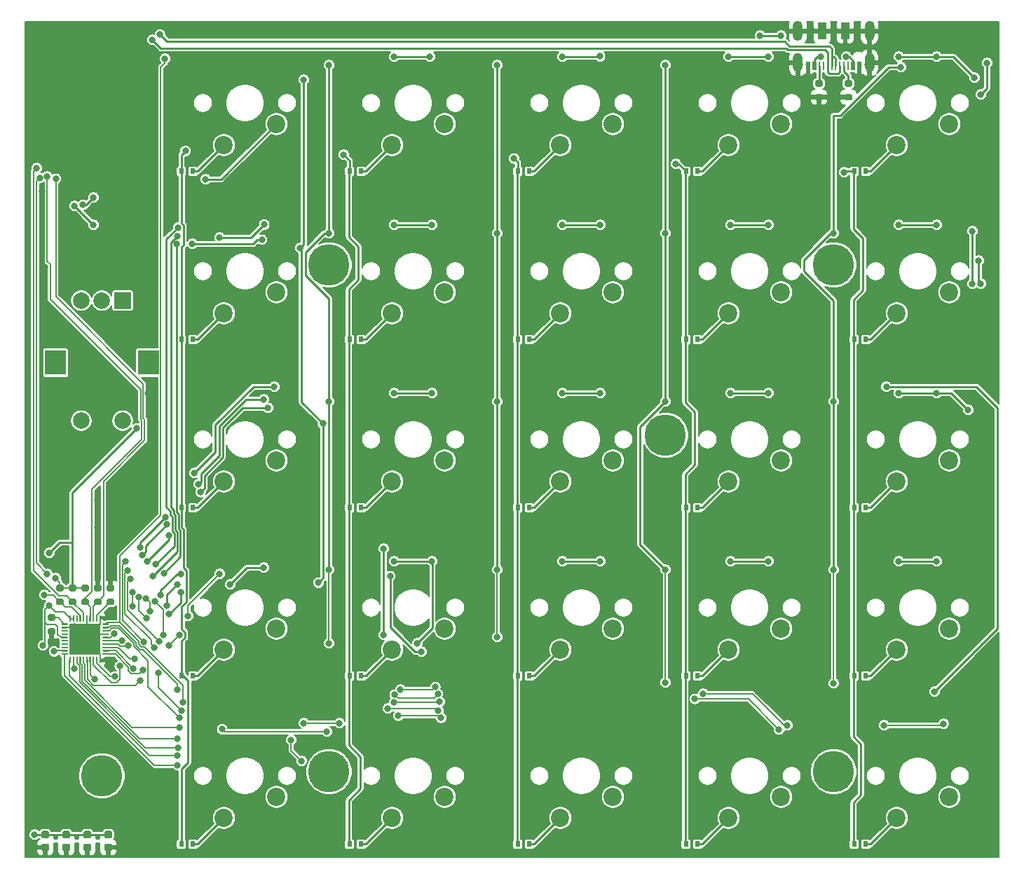
<source format=gbr>
G04 #@! TF.GenerationSoftware,KiCad,Pcbnew,(5.1.8)-1*
G04 #@! TF.CreationDate,2021-03-16T20:17:20-07:00*
G04 #@! TF.ProjectId,DeskTopVolKnob_Keypad,4465736b-546f-4705-966f-6c4b6e6f625f,rev?*
G04 #@! TF.SameCoordinates,Original*
G04 #@! TF.FileFunction,Copper,L2,Bot*
G04 #@! TF.FilePolarity,Positive*
%FSLAX46Y46*%
G04 Gerber Fmt 4.6, Leading zero omitted, Abs format (unit mm)*
G04 Created by KiCad (PCBNEW (5.1.8)-1) date 2021-03-16 20:17:20*
%MOMM*%
%LPD*%
G01*
G04 APERTURE LIST*
G04 #@! TA.AperFunction,ComponentPad*
%ADD10C,2.200000*%
G04 #@! TD*
G04 #@! TA.AperFunction,SMDPad,CuDef*
%ADD11R,3.800000X3.800000*%
G04 #@! TD*
G04 #@! TA.AperFunction,ComponentPad*
%ADD12C,0.800000*%
G04 #@! TD*
G04 #@! TA.AperFunction,ComponentPad*
%ADD13C,5.000000*%
G04 #@! TD*
G04 #@! TA.AperFunction,ComponentPad*
%ADD14O,1.200000X2.400000*%
G04 #@! TD*
G04 #@! TA.AperFunction,ComponentPad*
%ADD15O,1.158000X2.316000*%
G04 #@! TD*
G04 #@! TA.AperFunction,SMDPad,CuDef*
%ADD16R,1.000000X2.000000*%
G04 #@! TD*
G04 #@! TA.AperFunction,SMDPad,CuDef*
%ADD17R,0.270000X1.000000*%
G04 #@! TD*
G04 #@! TA.AperFunction,SMDPad,CuDef*
%ADD18R,0.520000X1.000000*%
G04 #@! TD*
G04 #@! TA.AperFunction,SMDPad,CuDef*
%ADD19R,0.600000X0.700000*%
G04 #@! TD*
G04 #@! TA.AperFunction,ComponentPad*
%ADD20R,2.000000X2.000000*%
G04 #@! TD*
G04 #@! TA.AperFunction,ComponentPad*
%ADD21C,2.000000*%
G04 #@! TD*
G04 #@! TA.AperFunction,ComponentPad*
%ADD22R,2.500000X3.000000*%
G04 #@! TD*
G04 #@! TA.AperFunction,ViaPad*
%ADD23C,0.800000*%
G04 #@! TD*
G04 #@! TA.AperFunction,Conductor*
%ADD24C,0.177800*%
G04 #@! TD*
G04 #@! TA.AperFunction,Conductor*
%ADD25C,0.250000*%
G04 #@! TD*
G04 #@! TA.AperFunction,Conductor*
%ADD26C,0.127000*%
G04 #@! TD*
G04 #@! TA.AperFunction,Conductor*
%ADD27C,0.020000*%
G04 #@! TD*
G04 APERTURE END LIST*
D10*
X148590000Y-121920000D03*
X142240000Y-124460000D03*
D11*
X44196000Y-102870000D03*
G04 #@! TA.AperFunction,SMDPad,CuDef*
G36*
G01*
X46096000Y-100045000D02*
X46096000Y-100720000D01*
G75*
G02*
X46046000Y-100770000I-50000J0D01*
G01*
X45946000Y-100770000D01*
G75*
G02*
X45896000Y-100720000I0J50000D01*
G01*
X45896000Y-100045000D01*
G75*
G02*
X45946000Y-99995000I50000J0D01*
G01*
X46046000Y-99995000D01*
G75*
G02*
X46096000Y-100045000I0J-50000D01*
G01*
G37*
G04 #@! TD.AperFunction*
G04 #@! TA.AperFunction,SMDPad,CuDef*
G36*
G01*
X45696000Y-100045000D02*
X45696000Y-100720000D01*
G75*
G02*
X45646000Y-100770000I-50000J0D01*
G01*
X45546000Y-100770000D01*
G75*
G02*
X45496000Y-100720000I0J50000D01*
G01*
X45496000Y-100045000D01*
G75*
G02*
X45546000Y-99995000I50000J0D01*
G01*
X45646000Y-99995000D01*
G75*
G02*
X45696000Y-100045000I0J-50000D01*
G01*
G37*
G04 #@! TD.AperFunction*
G04 #@! TA.AperFunction,SMDPad,CuDef*
G36*
G01*
X45296000Y-100045000D02*
X45296000Y-100720000D01*
G75*
G02*
X45246000Y-100770000I-50000J0D01*
G01*
X45146000Y-100770000D01*
G75*
G02*
X45096000Y-100720000I0J50000D01*
G01*
X45096000Y-100045000D01*
G75*
G02*
X45146000Y-99995000I50000J0D01*
G01*
X45246000Y-99995000D01*
G75*
G02*
X45296000Y-100045000I0J-50000D01*
G01*
G37*
G04 #@! TD.AperFunction*
G04 #@! TA.AperFunction,SMDPad,CuDef*
G36*
G01*
X44896000Y-100045000D02*
X44896000Y-100720000D01*
G75*
G02*
X44846000Y-100770000I-50000J0D01*
G01*
X44746000Y-100770000D01*
G75*
G02*
X44696000Y-100720000I0J50000D01*
G01*
X44696000Y-100045000D01*
G75*
G02*
X44746000Y-99995000I50000J0D01*
G01*
X44846000Y-99995000D01*
G75*
G02*
X44896000Y-100045000I0J-50000D01*
G01*
G37*
G04 #@! TD.AperFunction*
G04 #@! TA.AperFunction,SMDPad,CuDef*
G36*
G01*
X44496000Y-100045000D02*
X44496000Y-100720000D01*
G75*
G02*
X44446000Y-100770000I-50000J0D01*
G01*
X44346000Y-100770000D01*
G75*
G02*
X44296000Y-100720000I0J50000D01*
G01*
X44296000Y-100045000D01*
G75*
G02*
X44346000Y-99995000I50000J0D01*
G01*
X44446000Y-99995000D01*
G75*
G02*
X44496000Y-100045000I0J-50000D01*
G01*
G37*
G04 #@! TD.AperFunction*
G04 #@! TA.AperFunction,SMDPad,CuDef*
G36*
G01*
X44096000Y-100045000D02*
X44096000Y-100720000D01*
G75*
G02*
X44046000Y-100770000I-50000J0D01*
G01*
X43946000Y-100770000D01*
G75*
G02*
X43896000Y-100720000I0J50000D01*
G01*
X43896000Y-100045000D01*
G75*
G02*
X43946000Y-99995000I50000J0D01*
G01*
X44046000Y-99995000D01*
G75*
G02*
X44096000Y-100045000I0J-50000D01*
G01*
G37*
G04 #@! TD.AperFunction*
G04 #@! TA.AperFunction,SMDPad,CuDef*
G36*
G01*
X43696000Y-100045000D02*
X43696000Y-100720000D01*
G75*
G02*
X43646000Y-100770000I-50000J0D01*
G01*
X43546000Y-100770000D01*
G75*
G02*
X43496000Y-100720000I0J50000D01*
G01*
X43496000Y-100045000D01*
G75*
G02*
X43546000Y-99995000I50000J0D01*
G01*
X43646000Y-99995000D01*
G75*
G02*
X43696000Y-100045000I0J-50000D01*
G01*
G37*
G04 #@! TD.AperFunction*
G04 #@! TA.AperFunction,SMDPad,CuDef*
G36*
G01*
X43296000Y-100045000D02*
X43296000Y-100720000D01*
G75*
G02*
X43246000Y-100770000I-50000J0D01*
G01*
X43146000Y-100770000D01*
G75*
G02*
X43096000Y-100720000I0J50000D01*
G01*
X43096000Y-100045000D01*
G75*
G02*
X43146000Y-99995000I50000J0D01*
G01*
X43246000Y-99995000D01*
G75*
G02*
X43296000Y-100045000I0J-50000D01*
G01*
G37*
G04 #@! TD.AperFunction*
G04 #@! TA.AperFunction,SMDPad,CuDef*
G36*
G01*
X42896000Y-100045000D02*
X42896000Y-100720000D01*
G75*
G02*
X42846000Y-100770000I-50000J0D01*
G01*
X42746000Y-100770000D01*
G75*
G02*
X42696000Y-100720000I0J50000D01*
G01*
X42696000Y-100045000D01*
G75*
G02*
X42746000Y-99995000I50000J0D01*
G01*
X42846000Y-99995000D01*
G75*
G02*
X42896000Y-100045000I0J-50000D01*
G01*
G37*
G04 #@! TD.AperFunction*
G04 #@! TA.AperFunction,SMDPad,CuDef*
G36*
G01*
X42496000Y-100045000D02*
X42496000Y-100720000D01*
G75*
G02*
X42446000Y-100770000I-50000J0D01*
G01*
X42346000Y-100770000D01*
G75*
G02*
X42296000Y-100720000I0J50000D01*
G01*
X42296000Y-100045000D01*
G75*
G02*
X42346000Y-99995000I50000J0D01*
G01*
X42446000Y-99995000D01*
G75*
G02*
X42496000Y-100045000I0J-50000D01*
G01*
G37*
G04 #@! TD.AperFunction*
G04 #@! TA.AperFunction,SMDPad,CuDef*
G36*
G01*
X42096000Y-101020000D02*
X42096000Y-101120000D01*
G75*
G02*
X42046000Y-101170000I-50000J0D01*
G01*
X41371000Y-101170000D01*
G75*
G02*
X41321000Y-101120000I0J50000D01*
G01*
X41321000Y-101020000D01*
G75*
G02*
X41371000Y-100970000I50000J0D01*
G01*
X42046000Y-100970000D01*
G75*
G02*
X42096000Y-101020000I0J-50000D01*
G01*
G37*
G04 #@! TD.AperFunction*
G04 #@! TA.AperFunction,SMDPad,CuDef*
G36*
G01*
X42096000Y-101420000D02*
X42096000Y-101520000D01*
G75*
G02*
X42046000Y-101570000I-50000J0D01*
G01*
X41371000Y-101570000D01*
G75*
G02*
X41321000Y-101520000I0J50000D01*
G01*
X41321000Y-101420000D01*
G75*
G02*
X41371000Y-101370000I50000J0D01*
G01*
X42046000Y-101370000D01*
G75*
G02*
X42096000Y-101420000I0J-50000D01*
G01*
G37*
G04 #@! TD.AperFunction*
G04 #@! TA.AperFunction,SMDPad,CuDef*
G36*
G01*
X42096000Y-101820000D02*
X42096000Y-101920000D01*
G75*
G02*
X42046000Y-101970000I-50000J0D01*
G01*
X41371000Y-101970000D01*
G75*
G02*
X41321000Y-101920000I0J50000D01*
G01*
X41321000Y-101820000D01*
G75*
G02*
X41371000Y-101770000I50000J0D01*
G01*
X42046000Y-101770000D01*
G75*
G02*
X42096000Y-101820000I0J-50000D01*
G01*
G37*
G04 #@! TD.AperFunction*
G04 #@! TA.AperFunction,SMDPad,CuDef*
G36*
G01*
X42096000Y-102220000D02*
X42096000Y-102320000D01*
G75*
G02*
X42046000Y-102370000I-50000J0D01*
G01*
X41371000Y-102370000D01*
G75*
G02*
X41321000Y-102320000I0J50000D01*
G01*
X41321000Y-102220000D01*
G75*
G02*
X41371000Y-102170000I50000J0D01*
G01*
X42046000Y-102170000D01*
G75*
G02*
X42096000Y-102220000I0J-50000D01*
G01*
G37*
G04 #@! TD.AperFunction*
G04 #@! TA.AperFunction,SMDPad,CuDef*
G36*
G01*
X42096000Y-102620000D02*
X42096000Y-102720000D01*
G75*
G02*
X42046000Y-102770000I-50000J0D01*
G01*
X41371000Y-102770000D01*
G75*
G02*
X41321000Y-102720000I0J50000D01*
G01*
X41321000Y-102620000D01*
G75*
G02*
X41371000Y-102570000I50000J0D01*
G01*
X42046000Y-102570000D01*
G75*
G02*
X42096000Y-102620000I0J-50000D01*
G01*
G37*
G04 #@! TD.AperFunction*
G04 #@! TA.AperFunction,SMDPad,CuDef*
G36*
G01*
X42096000Y-103020000D02*
X42096000Y-103120000D01*
G75*
G02*
X42046000Y-103170000I-50000J0D01*
G01*
X41371000Y-103170000D01*
G75*
G02*
X41321000Y-103120000I0J50000D01*
G01*
X41321000Y-103020000D01*
G75*
G02*
X41371000Y-102970000I50000J0D01*
G01*
X42046000Y-102970000D01*
G75*
G02*
X42096000Y-103020000I0J-50000D01*
G01*
G37*
G04 #@! TD.AperFunction*
G04 #@! TA.AperFunction,SMDPad,CuDef*
G36*
G01*
X42096000Y-103420000D02*
X42096000Y-103520000D01*
G75*
G02*
X42046000Y-103570000I-50000J0D01*
G01*
X41371000Y-103570000D01*
G75*
G02*
X41321000Y-103520000I0J50000D01*
G01*
X41321000Y-103420000D01*
G75*
G02*
X41371000Y-103370000I50000J0D01*
G01*
X42046000Y-103370000D01*
G75*
G02*
X42096000Y-103420000I0J-50000D01*
G01*
G37*
G04 #@! TD.AperFunction*
G04 #@! TA.AperFunction,SMDPad,CuDef*
G36*
G01*
X42096000Y-103820000D02*
X42096000Y-103920000D01*
G75*
G02*
X42046000Y-103970000I-50000J0D01*
G01*
X41371000Y-103970000D01*
G75*
G02*
X41321000Y-103920000I0J50000D01*
G01*
X41321000Y-103820000D01*
G75*
G02*
X41371000Y-103770000I50000J0D01*
G01*
X42046000Y-103770000D01*
G75*
G02*
X42096000Y-103820000I0J-50000D01*
G01*
G37*
G04 #@! TD.AperFunction*
G04 #@! TA.AperFunction,SMDPad,CuDef*
G36*
G01*
X42096000Y-104220000D02*
X42096000Y-104320000D01*
G75*
G02*
X42046000Y-104370000I-50000J0D01*
G01*
X41371000Y-104370000D01*
G75*
G02*
X41321000Y-104320000I0J50000D01*
G01*
X41321000Y-104220000D01*
G75*
G02*
X41371000Y-104170000I50000J0D01*
G01*
X42046000Y-104170000D01*
G75*
G02*
X42096000Y-104220000I0J-50000D01*
G01*
G37*
G04 #@! TD.AperFunction*
G04 #@! TA.AperFunction,SMDPad,CuDef*
G36*
G01*
X42096000Y-104620000D02*
X42096000Y-104720000D01*
G75*
G02*
X42046000Y-104770000I-50000J0D01*
G01*
X41371000Y-104770000D01*
G75*
G02*
X41321000Y-104720000I0J50000D01*
G01*
X41321000Y-104620000D01*
G75*
G02*
X41371000Y-104570000I50000J0D01*
G01*
X42046000Y-104570000D01*
G75*
G02*
X42096000Y-104620000I0J-50000D01*
G01*
G37*
G04 #@! TD.AperFunction*
G04 #@! TA.AperFunction,SMDPad,CuDef*
G36*
G01*
X42496000Y-105020000D02*
X42496000Y-105695000D01*
G75*
G02*
X42446000Y-105745000I-50000J0D01*
G01*
X42346000Y-105745000D01*
G75*
G02*
X42296000Y-105695000I0J50000D01*
G01*
X42296000Y-105020000D01*
G75*
G02*
X42346000Y-104970000I50000J0D01*
G01*
X42446000Y-104970000D01*
G75*
G02*
X42496000Y-105020000I0J-50000D01*
G01*
G37*
G04 #@! TD.AperFunction*
G04 #@! TA.AperFunction,SMDPad,CuDef*
G36*
G01*
X42896000Y-105020000D02*
X42896000Y-105695000D01*
G75*
G02*
X42846000Y-105745000I-50000J0D01*
G01*
X42746000Y-105745000D01*
G75*
G02*
X42696000Y-105695000I0J50000D01*
G01*
X42696000Y-105020000D01*
G75*
G02*
X42746000Y-104970000I50000J0D01*
G01*
X42846000Y-104970000D01*
G75*
G02*
X42896000Y-105020000I0J-50000D01*
G01*
G37*
G04 #@! TD.AperFunction*
G04 #@! TA.AperFunction,SMDPad,CuDef*
G36*
G01*
X43296000Y-105020000D02*
X43296000Y-105695000D01*
G75*
G02*
X43246000Y-105745000I-50000J0D01*
G01*
X43146000Y-105745000D01*
G75*
G02*
X43096000Y-105695000I0J50000D01*
G01*
X43096000Y-105020000D01*
G75*
G02*
X43146000Y-104970000I50000J0D01*
G01*
X43246000Y-104970000D01*
G75*
G02*
X43296000Y-105020000I0J-50000D01*
G01*
G37*
G04 #@! TD.AperFunction*
G04 #@! TA.AperFunction,SMDPad,CuDef*
G36*
G01*
X43696000Y-105020000D02*
X43696000Y-105695000D01*
G75*
G02*
X43646000Y-105745000I-50000J0D01*
G01*
X43546000Y-105745000D01*
G75*
G02*
X43496000Y-105695000I0J50000D01*
G01*
X43496000Y-105020000D01*
G75*
G02*
X43546000Y-104970000I50000J0D01*
G01*
X43646000Y-104970000D01*
G75*
G02*
X43696000Y-105020000I0J-50000D01*
G01*
G37*
G04 #@! TD.AperFunction*
G04 #@! TA.AperFunction,SMDPad,CuDef*
G36*
G01*
X44096000Y-105020000D02*
X44096000Y-105695000D01*
G75*
G02*
X44046000Y-105745000I-50000J0D01*
G01*
X43946000Y-105745000D01*
G75*
G02*
X43896000Y-105695000I0J50000D01*
G01*
X43896000Y-105020000D01*
G75*
G02*
X43946000Y-104970000I50000J0D01*
G01*
X44046000Y-104970000D01*
G75*
G02*
X44096000Y-105020000I0J-50000D01*
G01*
G37*
G04 #@! TD.AperFunction*
G04 #@! TA.AperFunction,SMDPad,CuDef*
G36*
G01*
X44496000Y-105020000D02*
X44496000Y-105695000D01*
G75*
G02*
X44446000Y-105745000I-50000J0D01*
G01*
X44346000Y-105745000D01*
G75*
G02*
X44296000Y-105695000I0J50000D01*
G01*
X44296000Y-105020000D01*
G75*
G02*
X44346000Y-104970000I50000J0D01*
G01*
X44446000Y-104970000D01*
G75*
G02*
X44496000Y-105020000I0J-50000D01*
G01*
G37*
G04 #@! TD.AperFunction*
G04 #@! TA.AperFunction,SMDPad,CuDef*
G36*
G01*
X44896000Y-105020000D02*
X44896000Y-105695000D01*
G75*
G02*
X44846000Y-105745000I-50000J0D01*
G01*
X44746000Y-105745000D01*
G75*
G02*
X44696000Y-105695000I0J50000D01*
G01*
X44696000Y-105020000D01*
G75*
G02*
X44746000Y-104970000I50000J0D01*
G01*
X44846000Y-104970000D01*
G75*
G02*
X44896000Y-105020000I0J-50000D01*
G01*
G37*
G04 #@! TD.AperFunction*
G04 #@! TA.AperFunction,SMDPad,CuDef*
G36*
G01*
X45296000Y-105020000D02*
X45296000Y-105695000D01*
G75*
G02*
X45246000Y-105745000I-50000J0D01*
G01*
X45146000Y-105745000D01*
G75*
G02*
X45096000Y-105695000I0J50000D01*
G01*
X45096000Y-105020000D01*
G75*
G02*
X45146000Y-104970000I50000J0D01*
G01*
X45246000Y-104970000D01*
G75*
G02*
X45296000Y-105020000I0J-50000D01*
G01*
G37*
G04 #@! TD.AperFunction*
G04 #@! TA.AperFunction,SMDPad,CuDef*
G36*
G01*
X45696000Y-105020000D02*
X45696000Y-105695000D01*
G75*
G02*
X45646000Y-105745000I-50000J0D01*
G01*
X45546000Y-105745000D01*
G75*
G02*
X45496000Y-105695000I0J50000D01*
G01*
X45496000Y-105020000D01*
G75*
G02*
X45546000Y-104970000I50000J0D01*
G01*
X45646000Y-104970000D01*
G75*
G02*
X45696000Y-105020000I0J-50000D01*
G01*
G37*
G04 #@! TD.AperFunction*
G04 #@! TA.AperFunction,SMDPad,CuDef*
G36*
G01*
X46096000Y-105020000D02*
X46096000Y-105695000D01*
G75*
G02*
X46046000Y-105745000I-50000J0D01*
G01*
X45946000Y-105745000D01*
G75*
G02*
X45896000Y-105695000I0J50000D01*
G01*
X45896000Y-105020000D01*
G75*
G02*
X45946000Y-104970000I50000J0D01*
G01*
X46046000Y-104970000D01*
G75*
G02*
X46096000Y-105020000I0J-50000D01*
G01*
G37*
G04 #@! TD.AperFunction*
G04 #@! TA.AperFunction,SMDPad,CuDef*
G36*
G01*
X47071000Y-104620000D02*
X47071000Y-104720000D01*
G75*
G02*
X47021000Y-104770000I-50000J0D01*
G01*
X46346000Y-104770000D01*
G75*
G02*
X46296000Y-104720000I0J50000D01*
G01*
X46296000Y-104620000D01*
G75*
G02*
X46346000Y-104570000I50000J0D01*
G01*
X47021000Y-104570000D01*
G75*
G02*
X47071000Y-104620000I0J-50000D01*
G01*
G37*
G04 #@! TD.AperFunction*
G04 #@! TA.AperFunction,SMDPad,CuDef*
G36*
G01*
X47071000Y-104220000D02*
X47071000Y-104320000D01*
G75*
G02*
X47021000Y-104370000I-50000J0D01*
G01*
X46346000Y-104370000D01*
G75*
G02*
X46296000Y-104320000I0J50000D01*
G01*
X46296000Y-104220000D01*
G75*
G02*
X46346000Y-104170000I50000J0D01*
G01*
X47021000Y-104170000D01*
G75*
G02*
X47071000Y-104220000I0J-50000D01*
G01*
G37*
G04 #@! TD.AperFunction*
G04 #@! TA.AperFunction,SMDPad,CuDef*
G36*
G01*
X47071000Y-103820000D02*
X47071000Y-103920000D01*
G75*
G02*
X47021000Y-103970000I-50000J0D01*
G01*
X46346000Y-103970000D01*
G75*
G02*
X46296000Y-103920000I0J50000D01*
G01*
X46296000Y-103820000D01*
G75*
G02*
X46346000Y-103770000I50000J0D01*
G01*
X47021000Y-103770000D01*
G75*
G02*
X47071000Y-103820000I0J-50000D01*
G01*
G37*
G04 #@! TD.AperFunction*
G04 #@! TA.AperFunction,SMDPad,CuDef*
G36*
G01*
X47071000Y-103420000D02*
X47071000Y-103520000D01*
G75*
G02*
X47021000Y-103570000I-50000J0D01*
G01*
X46346000Y-103570000D01*
G75*
G02*
X46296000Y-103520000I0J50000D01*
G01*
X46296000Y-103420000D01*
G75*
G02*
X46346000Y-103370000I50000J0D01*
G01*
X47021000Y-103370000D01*
G75*
G02*
X47071000Y-103420000I0J-50000D01*
G01*
G37*
G04 #@! TD.AperFunction*
G04 #@! TA.AperFunction,SMDPad,CuDef*
G36*
G01*
X47071000Y-103020000D02*
X47071000Y-103120000D01*
G75*
G02*
X47021000Y-103170000I-50000J0D01*
G01*
X46346000Y-103170000D01*
G75*
G02*
X46296000Y-103120000I0J50000D01*
G01*
X46296000Y-103020000D01*
G75*
G02*
X46346000Y-102970000I50000J0D01*
G01*
X47021000Y-102970000D01*
G75*
G02*
X47071000Y-103020000I0J-50000D01*
G01*
G37*
G04 #@! TD.AperFunction*
G04 #@! TA.AperFunction,SMDPad,CuDef*
G36*
G01*
X47071000Y-102620000D02*
X47071000Y-102720000D01*
G75*
G02*
X47021000Y-102770000I-50000J0D01*
G01*
X46346000Y-102770000D01*
G75*
G02*
X46296000Y-102720000I0J50000D01*
G01*
X46296000Y-102620000D01*
G75*
G02*
X46346000Y-102570000I50000J0D01*
G01*
X47021000Y-102570000D01*
G75*
G02*
X47071000Y-102620000I0J-50000D01*
G01*
G37*
G04 #@! TD.AperFunction*
G04 #@! TA.AperFunction,SMDPad,CuDef*
G36*
G01*
X47071000Y-102220000D02*
X47071000Y-102320000D01*
G75*
G02*
X47021000Y-102370000I-50000J0D01*
G01*
X46346000Y-102370000D01*
G75*
G02*
X46296000Y-102320000I0J50000D01*
G01*
X46296000Y-102220000D01*
G75*
G02*
X46346000Y-102170000I50000J0D01*
G01*
X47021000Y-102170000D01*
G75*
G02*
X47071000Y-102220000I0J-50000D01*
G01*
G37*
G04 #@! TD.AperFunction*
G04 #@! TA.AperFunction,SMDPad,CuDef*
G36*
G01*
X47071000Y-101820000D02*
X47071000Y-101920000D01*
G75*
G02*
X47021000Y-101970000I-50000J0D01*
G01*
X46346000Y-101970000D01*
G75*
G02*
X46296000Y-101920000I0J50000D01*
G01*
X46296000Y-101820000D01*
G75*
G02*
X46346000Y-101770000I50000J0D01*
G01*
X47021000Y-101770000D01*
G75*
G02*
X47071000Y-101820000I0J-50000D01*
G01*
G37*
G04 #@! TD.AperFunction*
G04 #@! TA.AperFunction,SMDPad,CuDef*
G36*
G01*
X47071000Y-101420000D02*
X47071000Y-101520000D01*
G75*
G02*
X47021000Y-101570000I-50000J0D01*
G01*
X46346000Y-101570000D01*
G75*
G02*
X46296000Y-101520000I0J50000D01*
G01*
X46296000Y-101420000D01*
G75*
G02*
X46346000Y-101370000I50000J0D01*
G01*
X47021000Y-101370000D01*
G75*
G02*
X47071000Y-101420000I0J-50000D01*
G01*
G37*
G04 #@! TD.AperFunction*
G04 #@! TA.AperFunction,SMDPad,CuDef*
G36*
G01*
X47071000Y-101020000D02*
X47071000Y-101120000D01*
G75*
G02*
X47021000Y-101170000I-50000J0D01*
G01*
X46346000Y-101170000D01*
G75*
G02*
X46296000Y-101120000I0J50000D01*
G01*
X46296000Y-101020000D01*
G75*
G02*
X46346000Y-100970000I50000J0D01*
G01*
X47021000Y-100970000D01*
G75*
G02*
X47071000Y-101020000I0J-50000D01*
G01*
G37*
G04 #@! TD.AperFunction*
G04 #@! TA.AperFunction,SMDPad,CuDef*
G36*
G01*
X39857000Y-101517000D02*
X40407000Y-101517000D01*
G75*
G02*
X40607000Y-101717000I0J-200000D01*
G01*
X40607000Y-102117000D01*
G75*
G02*
X40407000Y-102317000I-200000J0D01*
G01*
X39857000Y-102317000D01*
G75*
G02*
X39657000Y-102117000I0J200000D01*
G01*
X39657000Y-101717000D01*
G75*
G02*
X39857000Y-101517000I200000J0D01*
G01*
G37*
G04 #@! TD.AperFunction*
G04 #@! TA.AperFunction,SMDPad,CuDef*
G36*
G01*
X39857000Y-99867000D02*
X40407000Y-99867000D01*
G75*
G02*
X40607000Y-100067000I0J-200000D01*
G01*
X40607000Y-100467000D01*
G75*
G02*
X40407000Y-100667000I-200000J0D01*
G01*
X39857000Y-100667000D01*
G75*
G02*
X39657000Y-100467000I0J200000D01*
G01*
X39657000Y-100067000D01*
G75*
G02*
X39857000Y-99867000I200000J0D01*
G01*
G37*
G04 #@! TD.AperFunction*
G04 #@! TA.AperFunction,SMDPad,CuDef*
G36*
G01*
X44471000Y-97111000D02*
X43921000Y-97111000D01*
G75*
G02*
X43721000Y-96911000I0J200000D01*
G01*
X43721000Y-96511000D01*
G75*
G02*
X43921000Y-96311000I200000J0D01*
G01*
X44471000Y-96311000D01*
G75*
G02*
X44671000Y-96511000I0J-200000D01*
G01*
X44671000Y-96911000D01*
G75*
G02*
X44471000Y-97111000I-200000J0D01*
G01*
G37*
G04 #@! TD.AperFunction*
G04 #@! TA.AperFunction,SMDPad,CuDef*
G36*
G01*
X44471000Y-98761000D02*
X43921000Y-98761000D01*
G75*
G02*
X43721000Y-98561000I0J200000D01*
G01*
X43721000Y-98161000D01*
G75*
G02*
X43921000Y-97961000I200000J0D01*
G01*
X44471000Y-97961000D01*
G75*
G02*
X44671000Y-98161000I0J-200000D01*
G01*
X44671000Y-98561000D01*
G75*
G02*
X44471000Y-98761000I-200000J0D01*
G01*
G37*
G04 #@! TD.AperFunction*
G04 #@! TA.AperFunction,SMDPad,CuDef*
G36*
G01*
X42947000Y-97111000D02*
X42397000Y-97111000D01*
G75*
G02*
X42197000Y-96911000I0J200000D01*
G01*
X42197000Y-96511000D01*
G75*
G02*
X42397000Y-96311000I200000J0D01*
G01*
X42947000Y-96311000D01*
G75*
G02*
X43147000Y-96511000I0J-200000D01*
G01*
X43147000Y-96911000D01*
G75*
G02*
X42947000Y-97111000I-200000J0D01*
G01*
G37*
G04 #@! TD.AperFunction*
G04 #@! TA.AperFunction,SMDPad,CuDef*
G36*
G01*
X42947000Y-98761000D02*
X42397000Y-98761000D01*
G75*
G02*
X42197000Y-98561000I0J200000D01*
G01*
X42197000Y-98161000D01*
G75*
G02*
X42397000Y-97961000I200000J0D01*
G01*
X42947000Y-97961000D01*
G75*
G02*
X43147000Y-98161000I0J-200000D01*
G01*
X43147000Y-98561000D01*
G75*
G02*
X42947000Y-98761000I-200000J0D01*
G01*
G37*
G04 #@! TD.AperFunction*
G04 #@! TA.AperFunction,SMDPad,CuDef*
G36*
G01*
X46969000Y-97961000D02*
X47519000Y-97961000D01*
G75*
G02*
X47719000Y-98161000I0J-200000D01*
G01*
X47719000Y-98561000D01*
G75*
G02*
X47519000Y-98761000I-200000J0D01*
G01*
X46969000Y-98761000D01*
G75*
G02*
X46769000Y-98561000I0J200000D01*
G01*
X46769000Y-98161000D01*
G75*
G02*
X46969000Y-97961000I200000J0D01*
G01*
G37*
G04 #@! TD.AperFunction*
G04 #@! TA.AperFunction,SMDPad,CuDef*
G36*
G01*
X46969000Y-96311000D02*
X47519000Y-96311000D01*
G75*
G02*
X47719000Y-96511000I0J-200000D01*
G01*
X47719000Y-96911000D01*
G75*
G02*
X47519000Y-97111000I-200000J0D01*
G01*
X46969000Y-97111000D01*
G75*
G02*
X46769000Y-96911000I0J200000D01*
G01*
X46769000Y-96511000D01*
G75*
G02*
X46969000Y-96311000I200000J0D01*
G01*
G37*
G04 #@! TD.AperFunction*
G04 #@! TA.AperFunction,SMDPad,CuDef*
G36*
G01*
X45445000Y-97961000D02*
X45995000Y-97961000D01*
G75*
G02*
X46195000Y-98161000I0J-200000D01*
G01*
X46195000Y-98561000D01*
G75*
G02*
X45995000Y-98761000I-200000J0D01*
G01*
X45445000Y-98761000D01*
G75*
G02*
X45245000Y-98561000I0J200000D01*
G01*
X45245000Y-98161000D01*
G75*
G02*
X45445000Y-97961000I200000J0D01*
G01*
G37*
G04 #@! TD.AperFunction*
G04 #@! TA.AperFunction,SMDPad,CuDef*
G36*
G01*
X45445000Y-96311000D02*
X45995000Y-96311000D01*
G75*
G02*
X46195000Y-96511000I0J-200000D01*
G01*
X46195000Y-96911000D01*
G75*
G02*
X45995000Y-97111000I-200000J0D01*
G01*
X45445000Y-97111000D01*
G75*
G02*
X45245000Y-96911000I0J200000D01*
G01*
X45245000Y-96511000D01*
G75*
G02*
X45445000Y-96311000I200000J0D01*
G01*
G37*
G04 #@! TD.AperFunction*
G04 #@! TA.AperFunction,SMDPad,CuDef*
G36*
G01*
X41423000Y-97111000D02*
X40873000Y-97111000D01*
G75*
G02*
X40673000Y-96911000I0J200000D01*
G01*
X40673000Y-96511000D01*
G75*
G02*
X40873000Y-96311000I200000J0D01*
G01*
X41423000Y-96311000D01*
G75*
G02*
X41623000Y-96511000I0J-200000D01*
G01*
X41623000Y-96911000D01*
G75*
G02*
X41423000Y-97111000I-200000J0D01*
G01*
G37*
G04 #@! TD.AperFunction*
G04 #@! TA.AperFunction,SMDPad,CuDef*
G36*
G01*
X41423000Y-98761000D02*
X40873000Y-98761000D01*
G75*
G02*
X40673000Y-98561000I0J200000D01*
G01*
X40673000Y-98161000D01*
G75*
G02*
X40873000Y-97961000I200000J0D01*
G01*
X41423000Y-97961000D01*
G75*
G02*
X41623000Y-98161000I0J-200000D01*
G01*
X41623000Y-98561000D01*
G75*
G02*
X41423000Y-98761000I-200000J0D01*
G01*
G37*
G04 #@! TD.AperFunction*
G04 #@! TA.AperFunction,SMDPad,CuDef*
G36*
G01*
X42160000Y-126929000D02*
X41660000Y-126929000D01*
G75*
G02*
X41435000Y-126704000I0J225000D01*
G01*
X41435000Y-126254000D01*
G75*
G02*
X41660000Y-126029000I225000J0D01*
G01*
X42160000Y-126029000D01*
G75*
G02*
X42385000Y-126254000I0J-225000D01*
G01*
X42385000Y-126704000D01*
G75*
G02*
X42160000Y-126929000I-225000J0D01*
G01*
G37*
G04 #@! TD.AperFunction*
G04 #@! TA.AperFunction,SMDPad,CuDef*
G36*
G01*
X42160000Y-128479000D02*
X41660000Y-128479000D01*
G75*
G02*
X41435000Y-128254000I0J225000D01*
G01*
X41435000Y-127804000D01*
G75*
G02*
X41660000Y-127579000I225000J0D01*
G01*
X42160000Y-127579000D01*
G75*
G02*
X42385000Y-127804000I0J-225000D01*
G01*
X42385000Y-128254000D01*
G75*
G02*
X42160000Y-128479000I-225000J0D01*
G01*
G37*
G04 #@! TD.AperFunction*
G04 #@! TA.AperFunction,SMDPad,CuDef*
G36*
G01*
X45890000Y-127054000D02*
X45550000Y-127054000D01*
G75*
G02*
X45410000Y-126914000I0J140000D01*
G01*
X45410000Y-126634000D01*
G75*
G02*
X45550000Y-126494000I140000J0D01*
G01*
X45890000Y-126494000D01*
G75*
G02*
X46030000Y-126634000I0J-140000D01*
G01*
X46030000Y-126914000D01*
G75*
G02*
X45890000Y-127054000I-140000J0D01*
G01*
G37*
G04 #@! TD.AperFunction*
G04 #@! TA.AperFunction,SMDPad,CuDef*
G36*
G01*
X45890000Y-128014000D02*
X45550000Y-128014000D01*
G75*
G02*
X45410000Y-127874000I0J140000D01*
G01*
X45410000Y-127594000D01*
G75*
G02*
X45550000Y-127454000I140000J0D01*
G01*
X45890000Y-127454000D01*
G75*
G02*
X46030000Y-127594000I0J-140000D01*
G01*
X46030000Y-127874000D01*
G75*
G02*
X45890000Y-128014000I-140000J0D01*
G01*
G37*
G04 #@! TD.AperFunction*
G04 #@! TA.AperFunction,SMDPad,CuDef*
G36*
G01*
X47240000Y-126929000D02*
X46740000Y-126929000D01*
G75*
G02*
X46515000Y-126704000I0J225000D01*
G01*
X46515000Y-126254000D01*
G75*
G02*
X46740000Y-126029000I225000J0D01*
G01*
X47240000Y-126029000D01*
G75*
G02*
X47465000Y-126254000I0J-225000D01*
G01*
X47465000Y-126704000D01*
G75*
G02*
X47240000Y-126929000I-225000J0D01*
G01*
G37*
G04 #@! TD.AperFunction*
G04 #@! TA.AperFunction,SMDPad,CuDef*
G36*
G01*
X47240000Y-128479000D02*
X46740000Y-128479000D01*
G75*
G02*
X46515000Y-128254000I0J225000D01*
G01*
X46515000Y-127804000D01*
G75*
G02*
X46740000Y-127579000I225000J0D01*
G01*
X47240000Y-127579000D01*
G75*
G02*
X47465000Y-127804000I0J-225000D01*
G01*
X47465000Y-128254000D01*
G75*
G02*
X47240000Y-128479000I-225000J0D01*
G01*
G37*
G04 #@! TD.AperFunction*
G04 #@! TA.AperFunction,SMDPad,CuDef*
G36*
G01*
X40810001Y-127054000D02*
X40470001Y-127054000D01*
G75*
G02*
X40330001Y-126914000I0J140000D01*
G01*
X40330001Y-126634000D01*
G75*
G02*
X40470001Y-126494000I140000J0D01*
G01*
X40810001Y-126494000D01*
G75*
G02*
X40950001Y-126634000I0J-140000D01*
G01*
X40950001Y-126914000D01*
G75*
G02*
X40810001Y-127054000I-140000J0D01*
G01*
G37*
G04 #@! TD.AperFunction*
G04 #@! TA.AperFunction,SMDPad,CuDef*
G36*
G01*
X40810001Y-128014000D02*
X40470001Y-128014000D01*
G75*
G02*
X40330001Y-127874000I0J140000D01*
G01*
X40330001Y-127594000D01*
G75*
G02*
X40470001Y-127454000I140000J0D01*
G01*
X40810001Y-127454000D01*
G75*
G02*
X40950001Y-127594000I0J-140000D01*
G01*
X40950001Y-127874000D01*
G75*
G02*
X40810001Y-128014000I-140000J0D01*
G01*
G37*
G04 #@! TD.AperFunction*
G04 #@! TA.AperFunction,SMDPad,CuDef*
G36*
G01*
X44700000Y-126928999D02*
X44200000Y-126928999D01*
G75*
G02*
X43975000Y-126703999I0J225000D01*
G01*
X43975000Y-126253999D01*
G75*
G02*
X44200000Y-126028999I225000J0D01*
G01*
X44700000Y-126028999D01*
G75*
G02*
X44925000Y-126253999I0J-225000D01*
G01*
X44925000Y-126703999D01*
G75*
G02*
X44700000Y-126928999I-225000J0D01*
G01*
G37*
G04 #@! TD.AperFunction*
G04 #@! TA.AperFunction,SMDPad,CuDef*
G36*
G01*
X44700000Y-128478999D02*
X44200000Y-128478999D01*
G75*
G02*
X43975000Y-128253999I0J225000D01*
G01*
X43975000Y-127803999D01*
G75*
G02*
X44200000Y-127578999I225000J0D01*
G01*
X44700000Y-127578999D01*
G75*
G02*
X44925000Y-127803999I0J-225000D01*
G01*
X44925000Y-128253999D01*
G75*
G02*
X44700000Y-128478999I-225000J0D01*
G01*
G37*
G04 #@! TD.AperFunction*
G04 #@! TA.AperFunction,SMDPad,CuDef*
G36*
G01*
X43350000Y-127054000D02*
X43010000Y-127054000D01*
G75*
G02*
X42870000Y-126914000I0J140000D01*
G01*
X42870000Y-126634000D01*
G75*
G02*
X43010000Y-126494000I140000J0D01*
G01*
X43350000Y-126494000D01*
G75*
G02*
X43490000Y-126634000I0J-140000D01*
G01*
X43490000Y-126914000D01*
G75*
G02*
X43350000Y-127054000I-140000J0D01*
G01*
G37*
G04 #@! TD.AperFunction*
G04 #@! TA.AperFunction,SMDPad,CuDef*
G36*
G01*
X43350000Y-128014000D02*
X43010000Y-128014000D01*
G75*
G02*
X42870000Y-127874000I0J140000D01*
G01*
X42870000Y-127594000D01*
G75*
G02*
X43010000Y-127454000I140000J0D01*
G01*
X43350000Y-127454000D01*
G75*
G02*
X43490000Y-127594000I0J-140000D01*
G01*
X43490000Y-127874000D01*
G75*
G02*
X43350000Y-128014000I-140000J0D01*
G01*
G37*
G04 #@! TD.AperFunction*
G04 #@! TA.AperFunction,SMDPad,CuDef*
G36*
G01*
X39620000Y-126929000D02*
X39120000Y-126929000D01*
G75*
G02*
X38895000Y-126704000I0J225000D01*
G01*
X38895000Y-126254000D01*
G75*
G02*
X39120000Y-126029000I225000J0D01*
G01*
X39620000Y-126029000D01*
G75*
G02*
X39845000Y-126254000I0J-225000D01*
G01*
X39845000Y-126704000D01*
G75*
G02*
X39620000Y-126929000I-225000J0D01*
G01*
G37*
G04 #@! TD.AperFunction*
G04 #@! TA.AperFunction,SMDPad,CuDef*
G36*
G01*
X39620000Y-128479000D02*
X39120000Y-128479000D01*
G75*
G02*
X38895000Y-128254000I0J225000D01*
G01*
X38895000Y-127804000D01*
G75*
G02*
X39120000Y-127579000I225000J0D01*
G01*
X39620000Y-127579000D01*
G75*
G02*
X39845000Y-127804000I0J-225000D01*
G01*
X39845000Y-128254000D01*
G75*
G02*
X39620000Y-128479000I-225000J0D01*
G01*
G37*
G04 #@! TD.AperFunction*
D10*
X67310000Y-40640000D03*
X60960000Y-43180000D03*
X67310000Y-60960000D03*
X60960000Y-63500000D03*
X67310000Y-81280000D03*
X60960000Y-83820000D03*
X67310000Y-101600000D03*
X60960000Y-104140000D03*
X67310000Y-121920000D03*
X60960000Y-124460000D03*
X87630000Y-40640000D03*
X81280000Y-43180000D03*
X87630000Y-60960000D03*
X81280000Y-63500000D03*
X87630000Y-81280000D03*
X81280000Y-83820000D03*
X87630000Y-101600000D03*
X81280000Y-104140000D03*
X87630000Y-121920000D03*
X81280000Y-124460000D03*
X107950000Y-40640000D03*
X101600000Y-43180000D03*
X107950000Y-60960000D03*
X101600000Y-63500000D03*
X107950000Y-81280000D03*
X101600000Y-83820000D03*
X107950000Y-101600000D03*
X101600000Y-104140000D03*
X107950000Y-121920000D03*
X101600000Y-124460000D03*
X128270000Y-40640000D03*
X121920000Y-43180000D03*
X128270000Y-60960000D03*
X121920000Y-63500000D03*
X128270000Y-81280000D03*
X121920000Y-83820000D03*
X128270000Y-101600000D03*
X121920000Y-104140000D03*
X128270000Y-121920000D03*
X121920000Y-124460000D03*
X148590000Y-40640000D03*
X142240000Y-43180000D03*
X148590000Y-60960000D03*
X142240000Y-63500000D03*
X148590000Y-81280000D03*
X142240000Y-83820000D03*
X148590000Y-101600000D03*
X142240000Y-104140000D03*
D12*
X47553825Y-118054175D03*
X46228000Y-117505000D03*
X44902175Y-118054175D03*
X44353000Y-119380000D03*
X44902175Y-120705825D03*
X46228000Y-121255000D03*
X47553825Y-120705825D03*
X48103000Y-119380000D03*
D13*
X46228000Y-119380000D03*
D12*
X115625825Y-76906175D03*
X114300000Y-76357000D03*
X112974175Y-76906175D03*
X112425000Y-78232000D03*
X112974175Y-79557825D03*
X114300000Y-80107000D03*
X115625825Y-79557825D03*
X116175000Y-78232000D03*
D13*
X114300000Y-78232000D03*
D12*
X74985825Y-117546175D03*
X73660000Y-116997000D03*
X72334175Y-117546175D03*
X71785000Y-118872000D03*
X72334175Y-120197825D03*
X73660000Y-120747000D03*
X74985825Y-120197825D03*
X75535000Y-118872000D03*
D13*
X73660000Y-118872000D03*
D12*
X135945825Y-117546175D03*
X134620000Y-116997000D03*
X133294175Y-117546175D03*
X132745000Y-118872000D03*
X133294175Y-120197825D03*
X134620000Y-120747000D03*
X135945825Y-120197825D03*
X136495000Y-118872000D03*
D13*
X134620000Y-118872000D03*
D12*
X135945825Y-56332175D03*
X134620000Y-55783000D03*
X133294175Y-56332175D03*
X132745000Y-57658000D03*
X133294175Y-58983825D03*
X134620000Y-59533000D03*
X135945825Y-58983825D03*
X136495000Y-57658000D03*
D13*
X134620000Y-57658000D03*
D12*
X74985825Y-56332175D03*
X73660000Y-55783000D03*
X72334175Y-56332175D03*
X71785000Y-57658000D03*
X72334175Y-58983825D03*
X73660000Y-59533000D03*
X74985825Y-58983825D03*
X75535000Y-57658000D03*
D13*
X73660000Y-57658000D03*
D14*
X138940000Y-29412000D03*
X130300000Y-29412000D03*
D15*
X138940000Y-33237000D03*
X130300000Y-33237000D03*
D16*
X136020000Y-29412000D03*
X133220000Y-29412000D03*
D17*
X135870000Y-33612000D03*
X135370000Y-33612000D03*
X134870000Y-33612000D03*
X134370000Y-33612000D03*
X133870000Y-33612000D03*
X133370000Y-33612000D03*
X136370000Y-33612000D03*
X132870000Y-33612000D03*
D18*
X136970000Y-33612000D03*
X132270000Y-33612000D03*
X137720000Y-33612000D03*
X131520000Y-33612000D03*
G04 #@! TA.AperFunction,SMDPad,CuDef*
G36*
G01*
X133117000Y-36151000D02*
X132567000Y-36151000D01*
G75*
G02*
X132367000Y-35951000I0J200000D01*
G01*
X132367000Y-35551000D01*
G75*
G02*
X132567000Y-35351000I200000J0D01*
G01*
X133117000Y-35351000D01*
G75*
G02*
X133317000Y-35551000I0J-200000D01*
G01*
X133317000Y-35951000D01*
G75*
G02*
X133117000Y-36151000I-200000J0D01*
G01*
G37*
G04 #@! TD.AperFunction*
G04 #@! TA.AperFunction,SMDPad,CuDef*
G36*
G01*
X133117000Y-37801000D02*
X132567000Y-37801000D01*
G75*
G02*
X132367000Y-37601000I0J200000D01*
G01*
X132367000Y-37201000D01*
G75*
G02*
X132567000Y-37001000I200000J0D01*
G01*
X133117000Y-37001000D01*
G75*
G02*
X133317000Y-37201000I0J-200000D01*
G01*
X133317000Y-37601000D01*
G75*
G02*
X133117000Y-37801000I-200000J0D01*
G01*
G37*
G04 #@! TD.AperFunction*
G04 #@! TA.AperFunction,SMDPad,CuDef*
G36*
G01*
X136673000Y-36151000D02*
X136123000Y-36151000D01*
G75*
G02*
X135923000Y-35951000I0J200000D01*
G01*
X135923000Y-35551000D01*
G75*
G02*
X136123000Y-35351000I200000J0D01*
G01*
X136673000Y-35351000D01*
G75*
G02*
X136873000Y-35551000I0J-200000D01*
G01*
X136873000Y-35951000D01*
G75*
G02*
X136673000Y-36151000I-200000J0D01*
G01*
G37*
G04 #@! TD.AperFunction*
G04 #@! TA.AperFunction,SMDPad,CuDef*
G36*
G01*
X136673000Y-37801000D02*
X136123000Y-37801000D01*
G75*
G02*
X135923000Y-37601000I0J200000D01*
G01*
X135923000Y-37201000D01*
G75*
G02*
X136123000Y-37001000I200000J0D01*
G01*
X136673000Y-37001000D01*
G75*
G02*
X136873000Y-37201000I0J-200000D01*
G01*
X136873000Y-37601000D01*
G75*
G02*
X136673000Y-37801000I-200000J0D01*
G01*
G37*
G04 #@! TD.AperFunction*
D19*
X55815000Y-46355000D03*
X57215000Y-46355000D03*
X55815000Y-66675000D03*
X57215000Y-66675000D03*
X55815000Y-86995000D03*
X57215000Y-86995000D03*
X55815000Y-107315000D03*
X57215000Y-107315000D03*
X55815000Y-127635000D03*
X57215000Y-127635000D03*
X76135000Y-46355000D03*
X77535000Y-46355000D03*
X76135000Y-66675000D03*
X77535000Y-66675000D03*
X76135000Y-86995000D03*
X77535000Y-86995000D03*
X76135000Y-107315000D03*
X77535000Y-107315000D03*
X76135000Y-127635000D03*
X77535000Y-127635000D03*
X96455000Y-46355000D03*
X97855000Y-46355000D03*
X96455000Y-66675000D03*
X97855000Y-66675000D03*
X96455000Y-86995000D03*
X97855000Y-86995000D03*
X96455000Y-107315000D03*
X97855000Y-107315000D03*
X96455000Y-127635000D03*
X97855000Y-127635000D03*
X116775000Y-46355000D03*
X118175000Y-46355000D03*
X116775000Y-66675000D03*
X118175000Y-66675000D03*
X116775000Y-86995000D03*
X118175000Y-86995000D03*
X116775000Y-107315000D03*
X118175000Y-107315000D03*
X116775000Y-127635000D03*
X118175000Y-127635000D03*
X137095000Y-46355000D03*
X138495000Y-46355000D03*
X137095000Y-66675000D03*
X138495000Y-66675000D03*
X137095000Y-86995000D03*
X138495000Y-86995000D03*
X137095000Y-107315000D03*
X138495000Y-107315000D03*
X137095000Y-127635000D03*
X138495000Y-127635000D03*
D20*
X48728000Y-61976000D03*
D21*
X46228000Y-61976000D03*
X43728000Y-61976000D03*
D22*
X51828000Y-69476000D03*
X40628000Y-69476000D03*
D21*
X48728000Y-76476000D03*
X43728000Y-76476000D03*
D23*
X42926000Y-102616000D03*
X45212000Y-103378000D03*
X42926000Y-101346000D03*
X43180000Y-103632000D03*
X51308000Y-61468000D03*
X51308000Y-59944000D03*
X47752000Y-59436000D03*
X51308000Y-66548000D03*
X51816000Y-73152000D03*
X140970000Y-29718000D03*
X49784000Y-39878000D03*
X45974000Y-42418000D03*
X43434000Y-37084000D03*
X50546000Y-42164000D03*
X44196000Y-29210000D03*
X43942000Y-31496000D03*
X38354000Y-35560000D03*
X42672000Y-49022000D03*
X47752000Y-54864000D03*
X52324000Y-52324000D03*
X39370000Y-57912000D03*
X41148000Y-64516000D03*
X46736000Y-73406000D03*
X39624000Y-82042000D03*
X151384000Y-31242000D03*
X51562000Y-31242000D03*
X124968000Y-88900000D03*
X145034000Y-88900000D03*
X105664000Y-89154000D03*
X84582000Y-89154000D03*
X66040000Y-88646000D03*
X65532000Y-109220000D03*
X125476000Y-109220000D03*
X112522000Y-118618000D03*
X87630000Y-117094000D03*
X101600000Y-117348000D03*
X128016000Y-117094000D03*
X65278000Y-125984000D03*
X87630000Y-126746000D03*
X107950000Y-126492000D03*
X128778000Y-126238000D03*
X149860000Y-127254000D03*
X39008090Y-48768000D03*
X48006000Y-86868000D03*
X45720000Y-86106000D03*
X45720000Y-89408000D03*
X47498000Y-88646000D03*
X50038000Y-85598000D03*
X45212000Y-52832000D03*
X136144000Y-32512000D03*
X133096000Y-32512000D03*
X42926036Y-50546000D03*
X40640000Y-95504000D03*
X39878000Y-98806000D03*
X39878000Y-92456000D03*
X38100000Y-126492000D03*
X42926000Y-106426000D03*
X39116000Y-103631998D03*
X50438090Y-77429500D03*
X135890000Y-46482000D03*
X115570000Y-45466000D03*
X96012000Y-44798979D03*
X75438000Y-44348968D03*
X56315065Y-43898957D03*
X53226215Y-29822465D03*
X52324000Y-30480000D03*
X45210990Y-49530000D03*
X43916193Y-50406013D03*
X58734647Y-47322988D03*
X55586853Y-112385441D03*
X70358000Y-117602000D03*
X69088000Y-115062000D03*
X125730000Y-29972000D03*
X128270000Y-29972000D03*
X153162000Y-33274000D03*
X152400000Y-37084000D03*
X55989990Y-110490000D03*
X73406000Y-114046000D03*
X60748000Y-113750000D03*
X82042000Y-112121910D03*
X87199600Y-112371675D03*
X117856000Y-110089910D03*
X128006680Y-113798213D03*
X53848000Y-32765994D03*
X151384000Y-59944000D03*
X151384000Y-53594000D03*
X52700340Y-93857660D03*
X47686887Y-102171368D03*
X49929083Y-98919419D03*
X55426515Y-53140515D03*
X49929083Y-97190631D03*
X146812000Y-109220000D03*
X140975001Y-72384999D03*
X57404000Y-82804000D03*
X67050999Y-72384999D03*
X50140111Y-105270542D03*
X51273379Y-103198408D03*
X49089273Y-93513757D03*
X50859411Y-91799038D03*
X53910170Y-88116894D03*
X80264000Y-102362000D03*
X80264000Y-91948000D03*
X53340000Y-97536000D03*
X55722338Y-94969291D03*
X47763650Y-107387485D03*
X53606426Y-102343360D03*
X52640446Y-98336330D03*
X70612000Y-35306000D03*
X70187575Y-55624305D03*
X72934990Y-76809221D03*
X72390000Y-96048990D03*
X54356000Y-103632000D03*
X55626000Y-102362000D03*
X56642000Y-100076000D03*
X60452000Y-94996000D03*
X50869709Y-107869915D03*
X121920000Y-32512000D03*
X126746000Y-32512000D03*
X81534000Y-32512000D03*
X85852000Y-32512000D03*
X101854000Y-32512000D03*
X106384000Y-32470000D03*
X142494000Y-32512000D03*
X147066000Y-32512000D03*
X151638000Y-35052000D03*
X55372000Y-108966000D03*
X70612000Y-113030000D03*
X74930000Y-113030000D03*
X80772000Y-111252000D03*
X86868000Y-111506000D03*
X118872000Y-109474000D03*
X129032000Y-113284000D03*
X140716000Y-113284000D03*
X147896438Y-113098438D03*
X57150000Y-55118000D03*
X65537001Y-54615001D03*
X53734725Y-94892045D03*
X49398051Y-103649394D03*
X52029687Y-99501907D03*
X51560097Y-97946234D03*
X55250816Y-55160379D03*
X81534000Y-52832000D03*
X86106000Y-52832000D03*
X101854000Y-52832000D03*
X106426000Y-52832000D03*
X122174000Y-52832000D03*
X126746000Y-52832000D03*
X142494000Y-52832000D03*
X147066000Y-52832000D03*
X152146000Y-57150000D03*
X152391479Y-59926159D03*
X60452000Y-54356000D03*
X65828000Y-52790000D03*
X52328660Y-95254660D03*
X48670959Y-103074340D03*
X51572347Y-100308251D03*
X55329770Y-54159342D03*
X50649135Y-97774476D03*
X66288999Y-74935001D03*
X51722880Y-93437679D03*
X58146668Y-85122864D03*
X51194261Y-106638782D03*
X53092213Y-103114680D03*
X49624272Y-95563894D03*
X54300683Y-90380325D03*
X81534000Y-73152000D03*
X86106000Y-73152000D03*
X101854000Y-73152000D03*
X106426000Y-73152000D03*
X122174000Y-73152000D03*
X126746000Y-73152000D03*
X142494000Y-73152000D03*
X147066000Y-73152000D03*
X150876000Y-75184000D03*
X65786000Y-73914000D03*
X57898080Y-84154242D03*
X50038000Y-106426000D03*
X52578000Y-103886000D03*
X49319461Y-94619336D03*
X51129374Y-92685870D03*
X54078919Y-89028414D03*
X81031001Y-95255001D03*
X84835986Y-104394000D03*
X54356000Y-99822000D03*
X55714197Y-97175465D03*
X45351622Y-107726592D03*
X81534000Y-93472000D03*
X86106000Y-93472000D03*
X101854000Y-93472000D03*
X106426000Y-93472000D03*
X122174000Y-93472000D03*
X126746000Y-93472000D03*
X142494000Y-93472000D03*
X147066000Y-93472000D03*
X84328000Y-103378000D03*
X54102000Y-98806000D03*
X61722000Y-96266000D03*
X65786000Y-94234000D03*
X55309133Y-96261163D03*
X48379560Y-106126357D03*
X73660000Y-33528000D03*
X73660000Y-53848000D03*
X73660000Y-74168000D03*
X73660000Y-94488000D03*
X55626000Y-113538000D03*
X73660000Y-103378000D03*
X93980000Y-33528000D03*
X93980000Y-53848000D03*
X93980000Y-74168000D03*
X93980000Y-94488000D03*
X82296000Y-108966000D03*
X93980000Y-102616000D03*
X55372000Y-114896987D03*
X86501944Y-108648850D03*
X114300000Y-33528000D03*
X114300000Y-53848000D03*
X114300000Y-74168000D03*
X114300000Y-94488000D03*
X55437399Y-115976514D03*
X81575223Y-109563905D03*
X114300000Y-108096090D03*
X86819853Y-109519646D03*
X142748000Y-33782000D03*
X134620000Y-74168000D03*
X134620000Y-53848000D03*
X134620000Y-94488000D03*
X81534000Y-110490000D03*
X134620000Y-108204000D03*
X55372000Y-116928987D03*
X87028572Y-110422856D03*
X55372000Y-118110000D03*
X55880000Y-111506000D03*
X53086000Y-106934000D03*
X40429801Y-104350195D03*
X39624000Y-94995984D03*
X39262090Y-97536000D03*
X38709517Y-47141897D03*
X40649320Y-47250213D03*
X38354000Y-45974000D03*
X39624000Y-46990000D03*
D24*
X42796000Y-101470000D02*
X44196000Y-102870000D01*
X41708500Y-101470000D02*
X42796000Y-101470000D01*
X44396000Y-102670000D02*
X44196000Y-102870000D01*
X44396000Y-100382500D02*
X44396000Y-102670000D01*
X45996000Y-101070000D02*
X44196000Y-102870000D01*
X45996000Y-100382500D02*
X45996000Y-101070000D01*
X44796000Y-102270000D02*
X44196000Y-102870000D01*
X46683500Y-102270000D02*
X44796000Y-102270000D01*
X45996000Y-104670000D02*
X44196000Y-102870000D01*
X45996000Y-105357500D02*
X45996000Y-104670000D01*
D25*
X136490002Y-32512000D02*
X136144000Y-32512000D01*
X136970000Y-32991998D02*
X136490002Y-32512000D01*
X136970000Y-33612000D02*
X136970000Y-32991998D01*
X132620000Y-32512000D02*
X133096000Y-32512000D01*
X132270000Y-33612000D02*
X132270000Y-32862000D01*
X132270000Y-32862000D02*
X132620000Y-32512000D01*
X45212000Y-52832000D02*
X42926036Y-50546036D01*
X42926036Y-50546036D02*
X42926036Y-50546000D01*
D24*
X41148000Y-96711000D02*
X44196000Y-96711000D01*
X42396000Y-100382500D02*
X42796000Y-100382500D01*
X41148000Y-96012000D02*
X40640000Y-95504000D01*
X41148000Y-96711000D02*
X41148000Y-96012000D01*
X39878000Y-98806000D02*
X40640000Y-99568000D01*
X40640000Y-99568000D02*
X41656000Y-99568000D01*
X42396000Y-100308000D02*
X42396000Y-100382500D01*
X41656000Y-99568000D02*
X42396000Y-100308000D01*
X39370000Y-99314000D02*
X39878000Y-98806000D01*
X39370000Y-100838000D02*
X39370000Y-99314000D01*
X40640000Y-101092000D02*
X39624000Y-101092000D01*
X40894000Y-101346000D02*
X40640000Y-101092000D01*
X39624000Y-101092000D02*
X39370000Y-100838000D01*
X40894000Y-102243000D02*
X40894000Y-101346000D01*
X41321000Y-102670000D02*
X40894000Y-102243000D01*
X41708500Y-102670000D02*
X41321000Y-102670000D01*
D25*
X41148000Y-91186000D02*
X39878000Y-92456000D01*
X42672000Y-91186000D02*
X41148000Y-91186000D01*
X42672000Y-96711000D02*
X42672000Y-91186000D01*
X46977000Y-126492000D02*
X46990000Y-126479000D01*
X40640001Y-126494000D02*
X40640001Y-126774000D01*
X40640000Y-126492000D02*
X40640001Y-126494000D01*
X38100000Y-126492000D02*
X40640000Y-126492000D01*
X43180000Y-126774000D02*
X43180000Y-126492000D01*
X40640000Y-126492000D02*
X43180000Y-126492000D01*
X45720000Y-126774000D02*
X45720000Y-126492000D01*
X45720000Y-126492000D02*
X46977000Y-126492000D01*
X43180000Y-126492000D02*
X45720000Y-126492000D01*
D24*
X42796000Y-106296000D02*
X42926000Y-106426000D01*
X42796000Y-105357500D02*
X42796000Y-106296000D01*
X39370000Y-100838000D02*
X39370000Y-103377998D01*
X39370000Y-103377998D02*
X39116000Y-103631998D01*
D25*
X42672000Y-85195590D02*
X50038091Y-77829499D01*
X50038091Y-77829499D02*
X50438090Y-77429500D01*
X42672000Y-91186000D02*
X42672000Y-85195590D01*
X139065000Y-127635000D02*
X142240000Y-124460000D01*
X138582500Y-127635000D02*
X139065000Y-127635000D01*
X137007500Y-122580500D02*
X137007500Y-127635000D01*
X137922000Y-121666000D02*
X137007500Y-122580500D01*
X137922000Y-115570000D02*
X137922000Y-121666000D01*
X137007500Y-114655500D02*
X137922000Y-115570000D01*
X137007500Y-61874500D02*
X137007500Y-114655500D01*
X138176000Y-60706000D02*
X137007500Y-61874500D01*
X138176000Y-54483000D02*
X138176000Y-60706000D01*
X137007500Y-53314500D02*
X138176000Y-54483000D01*
X137007500Y-46355000D02*
X137007500Y-53314500D01*
X137095000Y-46355000D02*
X136017000Y-46355000D01*
X136017000Y-46355000D02*
X135890000Y-46482000D01*
X139065000Y-107315000D02*
X138582500Y-107315000D01*
X142240000Y-104140000D02*
X139065000Y-107315000D01*
X139065000Y-86995000D02*
X142240000Y-83820000D01*
X138582500Y-86995000D02*
X139065000Y-86995000D01*
X139065000Y-66675000D02*
X142240000Y-63500000D01*
X138582500Y-66675000D02*
X139065000Y-66675000D01*
X139065000Y-46355000D02*
X142240000Y-43180000D01*
X138582500Y-46355000D02*
X139065000Y-46355000D01*
X118745000Y-127635000D02*
X121920000Y-124460000D01*
X118262500Y-127635000D02*
X118745000Y-127635000D01*
X118745000Y-107315000D02*
X121920000Y-104140000D01*
X118262500Y-107315000D02*
X118745000Y-107315000D01*
X118745000Y-86995000D02*
X121920000Y-83820000D01*
X118262500Y-86995000D02*
X118745000Y-86995000D01*
X118745000Y-66675000D02*
X121920000Y-63500000D01*
X118262500Y-66675000D02*
X118745000Y-66675000D01*
X118745000Y-46355000D02*
X121920000Y-43180000D01*
X118262500Y-46355000D02*
X118745000Y-46355000D01*
X98425000Y-127635000D02*
X101600000Y-124460000D01*
X97942500Y-127635000D02*
X98425000Y-127635000D01*
X117856000Y-81788000D02*
X116687500Y-82956500D01*
X117856000Y-75438000D02*
X117856000Y-81788000D01*
X116687500Y-82956500D02*
X116687500Y-127635000D01*
X116687500Y-74269500D02*
X117856000Y-75438000D01*
X116687500Y-46355000D02*
X116687500Y-74269500D01*
X116775000Y-46355000D02*
X115886000Y-45466000D01*
X115886000Y-45466000D02*
X115570000Y-45466000D01*
X98425000Y-107315000D02*
X101600000Y-104140000D01*
X97942500Y-107315000D02*
X98425000Y-107315000D01*
X98425000Y-86995000D02*
X101600000Y-83820000D01*
X97942500Y-86995000D02*
X98425000Y-86995000D01*
X98425000Y-66675000D02*
X101600000Y-63500000D01*
X97942500Y-66675000D02*
X98425000Y-66675000D01*
X97942500Y-46355000D02*
X97942500Y-46329500D01*
X98425000Y-46355000D02*
X101600000Y-43180000D01*
X97942500Y-46355000D02*
X98425000Y-46355000D01*
X78105000Y-127635000D02*
X81280000Y-124460000D01*
X77622500Y-127635000D02*
X78105000Y-127635000D01*
X78105000Y-107315000D02*
X81280000Y-104140000D01*
X77622500Y-107315000D02*
X78105000Y-107315000D01*
X78105000Y-86995000D02*
X81280000Y-83820000D01*
X77622500Y-86995000D02*
X78105000Y-86995000D01*
X78105000Y-66675000D02*
X81280000Y-63500000D01*
X77622500Y-66675000D02*
X78105000Y-66675000D01*
X78105000Y-46355000D02*
X81280000Y-43180000D01*
X77622500Y-46355000D02*
X78105000Y-46355000D01*
X57785000Y-127635000D02*
X60960000Y-124460000D01*
X57302500Y-127635000D02*
X57785000Y-127635000D01*
X96367500Y-127635000D02*
X96367500Y-46355000D01*
X96455000Y-46355000D02*
X96455000Y-45241979D01*
X96455000Y-45241979D02*
X96012000Y-44798979D01*
X57785000Y-107315000D02*
X60960000Y-104140000D01*
X57302500Y-107315000D02*
X57785000Y-107315000D01*
X57785000Y-86995000D02*
X60960000Y-83820000D01*
X57302500Y-86995000D02*
X57785000Y-86995000D01*
X57785000Y-66675000D02*
X60960000Y-63500000D01*
X57302500Y-66675000D02*
X57785000Y-66675000D01*
X57785000Y-46355000D02*
X60960000Y-43180000D01*
X57302500Y-46355000D02*
X57785000Y-46355000D01*
X76135000Y-45045968D02*
X75438000Y-44348968D01*
X76135000Y-46355000D02*
X76135000Y-45045968D01*
X76047500Y-54254500D02*
X76047500Y-46355000D01*
X77216000Y-55423000D02*
X76047500Y-54254500D01*
X77216000Y-59436000D02*
X77216000Y-55423000D01*
X76047500Y-60604500D02*
X77216000Y-59436000D01*
X76047500Y-115671500D02*
X76047500Y-60604500D01*
X77470000Y-117094000D02*
X76047500Y-115671500D01*
X77470000Y-120904000D02*
X77470000Y-117094000D01*
X76047500Y-122326500D02*
X77470000Y-120904000D01*
X76047500Y-127635000D02*
X76047500Y-122326500D01*
X55815000Y-44399022D02*
X56315065Y-43898957D01*
X55815000Y-46355000D02*
X55815000Y-44399022D01*
X55880000Y-118566964D02*
X56642000Y-117804964D01*
X56278002Y-102049038D02*
X55880000Y-101651036D01*
X56439199Y-95325434D02*
X56447340Y-95317293D01*
X55880000Y-98934411D02*
X56439199Y-98375212D01*
X56078517Y-52827553D02*
X55880000Y-52629036D01*
X55880000Y-52629036D02*
X55880000Y-46507500D01*
X56083717Y-94257666D02*
X56083716Y-89598874D01*
X55880000Y-46507500D02*
X55727500Y-46355000D01*
X55880000Y-127482500D02*
X55880000Y-118566964D01*
X55880000Y-107072570D02*
X55880000Y-103072964D01*
X56278002Y-102674962D02*
X56278002Y-102049038D01*
X56439199Y-98375212D02*
X56439199Y-95325434D01*
X56447340Y-94621289D02*
X56083717Y-94257666D01*
X55880000Y-89395158D02*
X55880000Y-55496159D01*
X56642000Y-107834570D02*
X55880000Y-107072570D01*
X56447340Y-95317293D02*
X56447340Y-94621289D01*
X56642000Y-117804964D02*
X56642000Y-107834570D01*
X55880000Y-101651036D02*
X55880000Y-98934411D01*
X55727500Y-127635000D02*
X55880000Y-127482500D01*
X56078517Y-55297642D02*
X56078517Y-52827553D01*
X55880000Y-103072964D02*
X56278002Y-102674962D01*
X56083716Y-89598874D02*
X55880000Y-89395158D01*
X55880000Y-55496159D02*
X56078517Y-55297642D01*
X134370000Y-33612000D02*
X134370000Y-32516000D01*
X134370000Y-32516000D02*
X134624000Y-32516000D01*
X134870000Y-32762000D02*
X134870000Y-33612000D01*
X134624000Y-32516000D02*
X134870000Y-32762000D01*
X134370000Y-32516000D02*
X134370000Y-31500000D01*
X134112000Y-31242000D02*
X129286000Y-31242000D01*
X53626214Y-30222464D02*
X53226215Y-29822465D01*
X129286000Y-31242000D02*
X128741001Y-30697001D01*
X54100751Y-30697001D02*
X53626214Y-30222464D01*
X134370000Y-31500000D02*
X134112000Y-31242000D01*
X128741001Y-30697001D02*
X54100751Y-30697001D01*
X129099600Y-31692011D02*
X133546011Y-31692011D01*
X52324000Y-30480000D02*
X53340000Y-31496000D01*
X53340000Y-31496000D02*
X128903589Y-31496000D01*
X128903589Y-31496000D02*
X129099600Y-31692011D01*
X133870000Y-32016000D02*
X133870000Y-33612000D01*
X133546011Y-31692011D02*
X133870000Y-32016000D01*
X135370000Y-34332002D02*
X135370000Y-33612000D01*
X135158002Y-34544000D02*
X135370000Y-34332002D01*
X134052000Y-34544000D02*
X135158002Y-34544000D01*
X133870000Y-34362000D02*
X134052000Y-34544000D01*
X133870000Y-33612000D02*
X133870000Y-34362000D01*
X44334977Y-50406013D02*
X43916193Y-50406013D01*
X45210990Y-49530000D02*
X44334977Y-50406013D01*
X60627012Y-47322988D02*
X58734647Y-47322988D01*
X67310000Y-40640000D02*
X60627012Y-47322988D01*
D24*
X50047855Y-103746554D02*
X51810162Y-105508861D01*
X47402910Y-101545211D02*
X48199341Y-101545211D01*
X50047855Y-103393725D02*
X50047855Y-103746554D01*
X48199341Y-101545211D02*
X50047855Y-103393725D01*
X47078121Y-101870000D02*
X47402910Y-101545211D01*
X51810162Y-105508861D02*
X51810162Y-108608750D01*
X46683500Y-101870000D02*
X47078121Y-101870000D01*
X51810162Y-108608750D02*
X55586853Y-112385441D01*
X69088000Y-116332000D02*
X69088000Y-115062000D01*
X70358000Y-117602000D02*
X69088000Y-116332000D01*
D25*
X135870000Y-33612000D02*
X135870000Y-34270000D01*
X136398000Y-34798000D02*
X136398000Y-35751000D01*
X135870000Y-34270000D02*
X136398000Y-34798000D01*
X132870000Y-35723000D02*
X132870000Y-33612000D01*
X132842000Y-35751000D02*
X132870000Y-35723000D01*
X125730000Y-29972000D02*
X128270000Y-29972000D01*
X153162000Y-36322000D02*
X152400000Y-37084000D01*
X153162000Y-33274000D02*
X153162000Y-36322000D01*
D24*
X46683500Y-101070000D02*
X46871024Y-100882476D01*
X46871024Y-100882476D02*
X48398740Y-100882476D01*
X51330574Y-103814310D02*
X55989990Y-108473726D01*
X48398740Y-100882476D02*
X50657477Y-103141213D01*
X55989990Y-109924315D02*
X55989990Y-110490000D01*
X55989990Y-108473726D02*
X55989990Y-109924315D01*
X50977745Y-103814310D02*
X51330574Y-103814310D01*
X50657477Y-103494042D02*
X50977745Y-103814310D01*
X50657477Y-103141213D02*
X50657477Y-103494042D01*
X61044000Y-114046000D02*
X60748000Y-113750000D01*
X73406000Y-114046000D02*
X61044000Y-114046000D01*
X86949835Y-112121910D02*
X87199600Y-112371675D01*
X82042000Y-112121910D02*
X86949835Y-112121910D01*
X124298377Y-110089910D02*
X128006680Y-113798213D01*
X117856000Y-110089910D02*
X124298377Y-110089910D01*
X53340000Y-87884000D02*
X53340000Y-33782000D01*
X48398740Y-92825260D02*
X53340000Y-87884000D01*
X48398740Y-100882476D02*
X48398740Y-92825260D01*
X53848000Y-33274000D02*
X53848000Y-32765994D01*
X53340000Y-33782000D02*
X53848000Y-33274000D01*
D25*
X151384000Y-59944000D02*
X151384000Y-53594000D01*
D24*
X47188255Y-102670000D02*
X47686887Y-102171368D01*
X46683500Y-102670000D02*
X47188255Y-102670000D01*
D25*
X55372000Y-52832000D02*
X55372000Y-53086000D01*
X55372000Y-53086000D02*
X55426515Y-53140515D01*
D24*
X49929083Y-98919419D02*
X49929083Y-97190631D01*
D25*
X54508978Y-87858928D02*
X54508977Y-87416074D01*
X54014872Y-86921969D02*
X54014872Y-54552158D01*
X54014872Y-54552158D02*
X55426515Y-53140515D01*
X54952684Y-91605316D02*
X54952684Y-90067364D01*
X54952684Y-90067364D02*
X54730921Y-89845601D01*
X54730921Y-88080871D02*
X54508978Y-87858928D01*
X54730921Y-89845601D02*
X54730921Y-88080871D01*
X52700340Y-93857660D02*
X54952684Y-91605316D01*
X54508977Y-87416074D02*
X54014872Y-86921969D01*
X146812000Y-109220000D02*
X154432000Y-101600000D01*
X154432000Y-101600000D02*
X154432000Y-74930000D01*
X151886999Y-72384999D02*
X140975001Y-72384999D01*
X154432000Y-74930000D02*
X151886999Y-72384999D01*
X64518179Y-72384999D02*
X67050999Y-72384999D01*
X59944000Y-76959178D02*
X64518179Y-72384999D01*
X59944000Y-80264000D02*
X59944000Y-76959178D01*
X57404000Y-82804000D02*
X59944000Y-80264000D01*
D24*
X48219207Y-103965189D02*
X48269073Y-103965189D01*
X48269073Y-103965189D02*
X49574426Y-105270542D01*
X46683500Y-103870000D02*
X48124018Y-103870000D01*
X48124018Y-103870000D02*
X48219207Y-103965189D01*
X49574426Y-105270542D02*
X50140111Y-105270542D01*
X51273379Y-103198408D02*
X48703551Y-100628580D01*
X48703551Y-100628580D02*
X48703551Y-93899479D01*
X48703551Y-93899479D02*
X49089273Y-93513757D01*
D25*
X50859411Y-91799038D02*
X50859411Y-91167653D01*
X50859411Y-91167653D02*
X53910170Y-88116894D01*
X80264000Y-102362000D02*
X80264000Y-91948000D01*
X53340000Y-96970315D02*
X55341024Y-94969291D01*
X55341024Y-94969291D02*
X55722338Y-94969291D01*
X53340000Y-97536000D02*
X53340000Y-96970315D01*
D24*
X47238485Y-107387485D02*
X47763650Y-107387485D01*
X45596000Y-105357500D02*
X45596000Y-105745000D01*
X45596000Y-105745000D02*
X47238485Y-107387485D01*
X53606426Y-99302310D02*
X52640446Y-98336330D01*
X53606426Y-102343360D02*
X53606426Y-99302310D01*
D25*
X70612000Y-55199880D02*
X70187575Y-55624305D01*
X70612000Y-35306000D02*
X70612000Y-55199880D01*
X72934990Y-76809221D02*
X72934990Y-95504000D01*
X72934990Y-95504000D02*
X72390000Y-96048990D01*
D24*
X54356000Y-103632000D02*
X55626000Y-102362000D01*
X56642000Y-98806000D02*
X60452000Y-94996000D01*
X56642000Y-100076000D02*
X56642000Y-98806000D01*
X50281624Y-108458000D02*
X50869709Y-107869915D01*
X44456335Y-107702335D02*
X45212000Y-108458000D01*
X45212000Y-108458000D02*
X50281624Y-108458000D01*
X44456335Y-105417835D02*
X44456335Y-107702335D01*
X44396000Y-105357500D02*
X44456335Y-105417835D01*
D25*
X70358000Y-55794730D02*
X70187575Y-55624305D01*
X70358000Y-74232231D02*
X70358000Y-55794730D01*
X72934990Y-76809221D02*
X70358000Y-74232231D01*
X121920000Y-32512000D02*
X126746000Y-32512000D01*
X81534000Y-32512000D02*
X85852000Y-32512000D01*
X106342000Y-32512000D02*
X106384000Y-32470000D01*
X101854000Y-32512000D02*
X106342000Y-32512000D01*
X142494000Y-32512000D02*
X147066000Y-32512000D01*
X149098000Y-32512000D02*
X147066000Y-32512000D01*
X151638000Y-35052000D02*
X149098000Y-32512000D01*
D24*
X55372000Y-108400315D02*
X55372000Y-108966000D01*
X50352666Y-103620298D02*
X50851489Y-104119121D01*
X50851489Y-104119121D02*
X51204318Y-104119121D01*
X50352666Y-103267469D02*
X50352666Y-103620298D01*
X48325597Y-101240400D02*
X50352666Y-103267469D01*
X47276654Y-101240400D02*
X48325597Y-101240400D01*
X47047054Y-101470000D02*
X47276654Y-101240400D01*
X51204318Y-104119121D02*
X55372000Y-108286803D01*
X55372000Y-108286803D02*
X55372000Y-108400315D01*
X46683500Y-101470000D02*
X47047054Y-101470000D01*
X70612000Y-113030000D02*
X74930000Y-113030000D01*
X86614000Y-111252000D02*
X86868000Y-111506000D01*
X80772000Y-111252000D02*
X86614000Y-111252000D01*
X124818466Y-109474000D02*
X128628466Y-113284000D01*
X128628466Y-113284000D02*
X129032000Y-113284000D01*
X118872000Y-109474000D02*
X124818466Y-109474000D01*
X140716000Y-113284000D02*
X147710876Y-113284000D01*
X147710876Y-113284000D02*
X147896438Y-113098438D01*
D25*
X57150000Y-55118000D02*
X64516000Y-55118000D01*
X65018999Y-54615001D02*
X65537001Y-54615001D01*
X64516000Y-55118000D02*
X65018999Y-54615001D01*
D24*
X46683500Y-103470000D02*
X48155085Y-103470000D01*
X48388512Y-103660378D02*
X48418375Y-103690241D01*
X48418375Y-103690241D02*
X49357204Y-103690241D01*
X48155085Y-103470000D02*
X48345463Y-103660378D01*
X48345463Y-103660378D02*
X48388512Y-103660378D01*
X49357204Y-103690241D02*
X49398051Y-103649394D01*
X52029687Y-99501907D02*
X52029687Y-98415824D01*
X52029687Y-98415824D02*
X51560097Y-97946234D01*
D25*
X55706706Y-89755038D02*
X55484943Y-89533275D01*
X55706706Y-92920064D02*
X55706706Y-89755038D01*
X55262999Y-55738247D02*
X55250816Y-55726064D01*
X55250816Y-55726064D02*
X55250816Y-55160379D01*
X55262999Y-87546601D02*
X55262999Y-55738247D01*
X55484943Y-87768545D02*
X55262999Y-87546601D01*
X53734725Y-94892045D02*
X55706706Y-92920064D01*
X55484943Y-89533275D02*
X55484943Y-87768545D01*
X81534000Y-52832000D02*
X86106000Y-52832000D01*
X101854000Y-52832000D02*
X106426000Y-52832000D01*
X122174000Y-52832000D02*
X126746000Y-52832000D01*
X142494000Y-52832000D02*
X147066000Y-52832000D01*
X152146000Y-57150000D02*
X152146000Y-59680680D01*
X152146000Y-59680680D02*
X152391479Y-59926159D01*
X60452000Y-54356000D02*
X64262000Y-54356000D01*
X64262000Y-54356000D02*
X65828000Y-52790000D01*
D24*
X46683500Y-103070000D02*
X48666619Y-103070000D01*
X48666619Y-103070000D02*
X48670959Y-103074340D01*
X50649135Y-99385039D02*
X50649135Y-97774476D01*
X51572347Y-100308251D02*
X50649135Y-99385039D01*
D25*
X55107931Y-87924707D02*
X54885988Y-87702764D01*
X54573723Y-86947646D02*
X54573723Y-54915389D01*
X54885988Y-87702764D02*
X54885987Y-87259910D01*
X54885987Y-87259910D02*
X54573723Y-86947646D01*
X55107932Y-89689438D02*
X55107931Y-87924707D01*
X55329694Y-89911200D02*
X55107932Y-89689438D01*
X55329695Y-92253625D02*
X55329694Y-89911200D01*
X52328660Y-95254660D02*
X55329695Y-92253625D01*
X54573723Y-54915389D02*
X55329770Y-54159342D01*
X58623082Y-84646450D02*
X58146668Y-85122864D01*
X63240999Y-74935001D02*
X60844022Y-77331978D01*
X66288999Y-74935001D02*
X63240999Y-74935001D01*
X60844022Y-77331978D02*
X60844022Y-80887978D01*
X58623082Y-83108918D02*
X58623082Y-84646450D01*
X60844022Y-80887978D02*
X58623082Y-83108918D01*
D24*
X49422098Y-106241164D02*
X49422098Y-106721634D01*
X47850934Y-104670000D02*
X49422098Y-106241164D01*
X50791141Y-107041902D02*
X51194261Y-106638782D01*
X49742366Y-107041902D02*
X50791141Y-107041902D01*
X46683500Y-104670000D02*
X47850934Y-104670000D01*
X49422098Y-106721634D02*
X49742366Y-107041902D01*
D25*
X54300683Y-90859876D02*
X54300683Y-90380325D01*
X51722880Y-93437679D02*
X54300683Y-90859876D01*
D24*
X53092213Y-103114680D02*
X49313173Y-99335640D01*
X49313173Y-95874993D02*
X49624272Y-95563894D01*
X49313173Y-99335640D02*
X49313173Y-95874993D01*
D25*
X81534000Y-73152000D02*
X86106000Y-73152000D01*
X101854000Y-73152000D02*
X106426000Y-73152000D01*
X122174000Y-73152000D02*
X126746000Y-73152000D01*
X142494000Y-73152000D02*
X147066000Y-73152000D01*
X148844000Y-73152000D02*
X147066000Y-73152000D01*
X150876000Y-75184000D02*
X148844000Y-73152000D01*
X63625589Y-73914000D02*
X60394011Y-77145578D01*
X65786000Y-73914000D02*
X63625589Y-73914000D01*
X60394011Y-80701579D02*
X58173071Y-82922518D01*
X58173071Y-82922518D02*
X58173071Y-83879251D01*
X60394011Y-77145578D02*
X60394011Y-80701579D01*
X58173071Y-83879251D02*
X57898080Y-84154242D01*
D24*
X47882000Y-104270000D02*
X50038000Y-106426000D01*
X46683500Y-104270000D02*
X47882000Y-104270000D01*
X52178001Y-103486001D02*
X52178001Y-102978001D01*
X52178001Y-102978001D02*
X49008362Y-99808362D01*
X49008362Y-99808362D02*
X49008362Y-94930435D01*
X52578000Y-103886000D02*
X52178001Y-103486001D01*
X49008362Y-94930435D02*
X49319461Y-94619336D01*
D25*
X51529373Y-92285871D02*
X51529373Y-91577960D01*
X51129374Y-92685870D02*
X51529373Y-92285871D01*
X51529373Y-91577960D02*
X54078919Y-89028414D01*
X81031001Y-101408686D02*
X84016315Y-104394000D01*
X84016315Y-104394000D02*
X84835986Y-104394000D01*
X81031001Y-95255001D02*
X81031001Y-101408686D01*
X55714197Y-98463803D02*
X55714197Y-97175465D01*
X54356000Y-99822000D02*
X55714197Y-98463803D01*
D24*
X44796000Y-105357500D02*
X44796000Y-107170970D01*
X44796000Y-107170970D02*
X45351622Y-107726592D01*
D25*
X81534000Y-93472000D02*
X86106000Y-93472000D01*
X101854000Y-93472000D02*
X106426000Y-93472000D01*
X122174000Y-93472000D02*
X126746000Y-93472000D01*
X142494000Y-93472000D02*
X147066000Y-93472000D01*
X86145001Y-93511001D02*
X86145001Y-101560999D01*
X86145001Y-101560999D02*
X84328000Y-103378000D01*
X86106000Y-93472000D02*
X86145001Y-93511001D01*
X63754000Y-94234000D02*
X65786000Y-94234000D01*
X61722000Y-96266000D02*
X63754000Y-94234000D01*
X54102000Y-97468296D02*
X55309133Y-96261163D01*
X54102000Y-98806000D02*
X54102000Y-97468296D01*
D24*
X47952347Y-108153189D02*
X48379560Y-107725976D01*
X45196000Y-105357500D02*
X45196000Y-106006464D01*
X48379560Y-107725976D02*
X48379560Y-106126357D01*
X45196000Y-106006464D02*
X47342725Y-108153189D01*
X47342725Y-108153189D02*
X47952347Y-108153189D01*
D25*
X73660000Y-53848000D02*
X73660000Y-33528000D01*
X70834999Y-56107316D02*
X70834999Y-58896999D01*
X73094315Y-53848000D02*
X70834999Y-56107316D01*
X73660000Y-53848000D02*
X73094315Y-53848000D01*
X70834999Y-58896999D02*
X73660000Y-61722000D01*
X73660000Y-61722000D02*
X73660000Y-74168000D01*
X73660000Y-74168000D02*
X73660000Y-94488000D01*
D24*
X73660000Y-103378000D02*
X73660000Y-94488000D01*
X44151524Y-107828591D02*
X49860933Y-113538000D01*
X44151524Y-105877854D02*
X44151524Y-107828591D01*
X43996000Y-105722330D02*
X44151524Y-105877854D01*
X43996000Y-105357500D02*
X43996000Y-105722330D01*
X49860933Y-113538000D02*
X55626000Y-113538000D01*
D25*
X93980000Y-53848000D02*
X93980000Y-33528000D01*
X93980000Y-74168000D02*
X93980000Y-53848000D01*
X93980000Y-94488000D02*
X93980000Y-74168000D01*
D24*
X93980000Y-102616000D02*
X93980000Y-94488000D01*
X82296000Y-108966000D02*
X86184794Y-108966000D01*
X86184794Y-108966000D02*
X86501944Y-108648850D01*
X43846713Y-107954846D02*
X50788854Y-114896987D01*
X43596000Y-105357500D02*
X43596000Y-105753397D01*
X43596000Y-105753397D02*
X43846713Y-106004110D01*
X43846713Y-106004110D02*
X43846713Y-107954846D01*
X50788854Y-114896987D02*
X55372000Y-114896987D01*
D25*
X114300000Y-53848000D02*
X114300000Y-33528000D01*
X114300000Y-53848000D02*
X114300000Y-74168000D01*
X114300000Y-74168000D02*
X111252000Y-77216000D01*
X111252000Y-91440000D02*
X114300000Y-94488000D01*
X111252000Y-77216000D02*
X111252000Y-91440000D01*
D24*
X114300000Y-94488000D02*
X114300000Y-108096090D01*
X81575223Y-109563905D02*
X81975222Y-109963904D01*
X86375595Y-109963904D02*
X86819853Y-109519646D01*
X81975222Y-109963904D02*
X86375595Y-109963904D01*
X43541902Y-106130366D02*
X43541902Y-108081101D01*
X43196000Y-105357500D02*
X43196000Y-105784464D01*
X54871714Y-115976514D02*
X55437399Y-115976514D01*
X43541902Y-108081101D02*
X51437315Y-115976514D01*
X51437315Y-115976514D02*
X54871714Y-115976514D01*
X43196000Y-105784464D02*
X43541902Y-106130366D01*
D25*
X134620000Y-74168000D02*
X134620000Y-61976000D01*
X134620000Y-61976000D02*
X131064000Y-58420000D01*
X131064000Y-57032998D02*
X134248998Y-53848000D01*
X134248998Y-53848000D02*
X134620000Y-53848000D01*
X131064000Y-58420000D02*
X131064000Y-57032998D01*
X134620000Y-53848000D02*
X134620000Y-39624000D01*
X141234478Y-33782000D02*
X142748000Y-33782000D01*
X135392478Y-39624000D02*
X141234478Y-33782000D01*
X134620000Y-39624000D02*
X135392478Y-39624000D01*
X134620000Y-94488000D02*
X134620000Y-74168000D01*
D24*
X134620000Y-108204000D02*
X134620000Y-94488000D01*
X81534000Y-110490000D02*
X86961428Y-110490000D01*
X86961428Y-110490000D02*
X87028572Y-110422856D01*
X42296000Y-105457500D02*
X42296000Y-107266266D01*
X51958721Y-116928987D02*
X55372000Y-116928987D01*
X42296000Y-107266266D02*
X51958721Y-116928987D01*
X42396000Y-105357500D02*
X42296000Y-105457500D01*
X52578000Y-118110000D02*
X55372000Y-118110000D01*
X41708500Y-107240500D02*
X52578000Y-118110000D01*
X41708500Y-104670000D02*
X41708500Y-107240500D01*
X53086000Y-108712000D02*
X53086000Y-106934000D01*
X55880000Y-111506000D02*
X53086000Y-108712000D01*
X41708500Y-104270000D02*
X40509996Y-104270000D01*
X40509996Y-104270000D02*
X40429801Y-104350195D01*
X43596000Y-99995000D02*
X43596000Y-100382500D01*
X42577910Y-98976910D02*
X43596000Y-99995000D01*
X41763910Y-98976910D02*
X42577910Y-98976910D01*
X41148000Y-98361000D02*
X41763910Y-98976910D01*
X41148000Y-98361000D02*
X40323000Y-97536000D01*
X40323000Y-97536000D02*
X39262090Y-97536000D01*
X39624000Y-94995984D02*
X38309518Y-93681502D01*
X38309518Y-93681502D02*
X38309518Y-47541896D01*
X38309518Y-47541896D02*
X38709517Y-47141897D01*
X45196000Y-98884999D02*
X45196000Y-100382500D01*
X45719999Y-98361000D02*
X45196000Y-98884999D01*
X51200099Y-76169032D02*
X51200099Y-72028099D01*
X46410910Y-97670090D02*
X46410910Y-83814157D01*
X46410910Y-83814157D02*
X51358811Y-78866256D01*
X51358811Y-78866256D02*
X51358811Y-76327744D01*
X51358811Y-76327744D02*
X51200099Y-76169032D01*
X45720000Y-98361000D02*
X46410910Y-97670090D01*
X51200099Y-72028099D02*
X40649320Y-61477320D01*
X40649320Y-61477320D02*
X40649320Y-47815898D01*
X40649320Y-47815898D02*
X40649320Y-47250213D01*
X45596000Y-100009000D02*
X45596000Y-100382500D01*
X47244000Y-98361000D02*
X45596000Y-100009000D01*
X43996000Y-99685000D02*
X43996000Y-100382500D01*
X42672000Y-98361000D02*
X43996000Y-99685000D01*
X37954001Y-46373999D02*
X38354000Y-45974000D01*
X37954001Y-94580187D02*
X37954001Y-46373999D01*
X41043904Y-97670090D02*
X37954001Y-94580187D01*
X41981090Y-97670090D02*
X41043904Y-97670090D01*
X42672000Y-98361000D02*
X41981090Y-97670090D01*
X44796000Y-98961000D02*
X44796000Y-100382500D01*
X44196000Y-98361000D02*
X44796000Y-98961000D01*
X39985901Y-57616367D02*
X39985901Y-61829901D01*
X39624000Y-57254466D02*
X39985901Y-57616367D01*
X39624000Y-46990000D02*
X39624000Y-57254466D01*
X50895288Y-72739289D02*
X50895288Y-76295288D01*
X39985901Y-61829901D02*
X50895288Y-72739289D01*
X50895288Y-76295288D02*
X51054000Y-76454000D01*
X51054000Y-76454000D02*
X51054000Y-78740000D01*
X45029090Y-84764910D02*
X45029090Y-97099090D01*
X51054000Y-78740000D02*
X45029090Y-84764910D01*
X44196000Y-97932180D02*
X44196000Y-98361000D01*
X45029090Y-97099090D02*
X44196000Y-97932180D01*
X41708500Y-101070000D02*
X40905500Y-100267000D01*
X40905500Y-100267000D02*
X40132000Y-100267000D01*
D26*
X129188175Y-28396612D02*
X129128500Y-28621500D01*
X129128500Y-29221500D01*
X130109500Y-29221500D01*
X130109500Y-29201500D01*
X130490500Y-29201500D01*
X130490500Y-29221500D01*
X131471500Y-29221500D01*
X131471500Y-28621500D01*
X131411825Y-28396612D01*
X131355894Y-28282500D01*
X132162067Y-28282500D01*
X132156769Y-28299966D01*
X132145735Y-28412000D01*
X132148500Y-29078625D01*
X132291375Y-29221500D01*
X133029500Y-29221500D01*
X133029500Y-29201500D01*
X133410500Y-29201500D01*
X133410500Y-29221500D01*
X134148625Y-29221500D01*
X134291500Y-29078625D01*
X134294265Y-28412000D01*
X134283231Y-28299966D01*
X134277933Y-28282500D01*
X134962067Y-28282500D01*
X134956769Y-28299966D01*
X134945735Y-28412000D01*
X134948500Y-29078625D01*
X135091375Y-29221500D01*
X135829500Y-29221500D01*
X135829500Y-29201500D01*
X136210500Y-29201500D01*
X136210500Y-29221500D01*
X136948625Y-29221500D01*
X137091500Y-29078625D01*
X137094265Y-28412000D01*
X137083231Y-28299966D01*
X137077933Y-28282500D01*
X137884106Y-28282500D01*
X137828175Y-28396612D01*
X137768500Y-28621500D01*
X137768500Y-29221500D01*
X138749500Y-29221500D01*
X138749500Y-29201500D01*
X139130500Y-29201500D01*
X139130500Y-29221500D01*
X140111500Y-29221500D01*
X140111500Y-28621500D01*
X140051825Y-28396612D01*
X139995894Y-28282500D01*
X154597500Y-28282500D01*
X154597500Y-74469711D01*
X152215269Y-72087480D01*
X152201408Y-72070590D01*
X152134028Y-72015294D01*
X152057156Y-71974204D01*
X151973744Y-71948902D01*
X151908736Y-71942499D01*
X151908733Y-71942499D01*
X151886999Y-71940358D01*
X151865265Y-71942499D01*
X141542263Y-71942499D01*
X141532320Y-71927619D01*
X141432381Y-71827680D01*
X141314865Y-71749158D01*
X141184288Y-71695072D01*
X141045669Y-71667499D01*
X140904333Y-71667499D01*
X140765714Y-71695072D01*
X140635137Y-71749158D01*
X140517621Y-71827680D01*
X140417682Y-71927619D01*
X140339160Y-72045135D01*
X140285074Y-72175712D01*
X140257501Y-72314331D01*
X140257501Y-72455667D01*
X140285074Y-72594286D01*
X140339160Y-72724863D01*
X140417682Y-72842379D01*
X140517621Y-72942318D01*
X140635137Y-73020840D01*
X140765714Y-73074926D01*
X140904333Y-73102499D01*
X141045669Y-73102499D01*
X141184288Y-73074926D01*
X141314865Y-73020840D01*
X141432381Y-72942318D01*
X141532320Y-72842379D01*
X141542263Y-72827499D01*
X141851796Y-72827499D01*
X141804073Y-72942713D01*
X141776500Y-73081332D01*
X141776500Y-73222668D01*
X141804073Y-73361287D01*
X141858159Y-73491864D01*
X141936681Y-73609380D01*
X142036620Y-73709319D01*
X142154136Y-73787841D01*
X142284713Y-73841927D01*
X142423332Y-73869500D01*
X142564668Y-73869500D01*
X142703287Y-73841927D01*
X142833864Y-73787841D01*
X142951380Y-73709319D01*
X143051319Y-73609380D01*
X143061262Y-73594500D01*
X146498738Y-73594500D01*
X146508681Y-73609380D01*
X146608620Y-73709319D01*
X146726136Y-73787841D01*
X146856713Y-73841927D01*
X146995332Y-73869500D01*
X147136668Y-73869500D01*
X147275287Y-73841927D01*
X147405864Y-73787841D01*
X147523380Y-73709319D01*
X147623319Y-73609380D01*
X147633262Y-73594500D01*
X148660711Y-73594500D01*
X150161991Y-75095781D01*
X150158500Y-75113332D01*
X150158500Y-75254668D01*
X150186073Y-75393287D01*
X150240159Y-75523864D01*
X150318681Y-75641380D01*
X150418620Y-75741319D01*
X150536136Y-75819841D01*
X150666713Y-75873927D01*
X150805332Y-75901500D01*
X150946668Y-75901500D01*
X151085287Y-75873927D01*
X151215864Y-75819841D01*
X151333380Y-75741319D01*
X151433319Y-75641380D01*
X151511841Y-75523864D01*
X151565927Y-75393287D01*
X151593500Y-75254668D01*
X151593500Y-75113332D01*
X151565927Y-74974713D01*
X151511841Y-74844136D01*
X151433319Y-74726620D01*
X151333380Y-74626681D01*
X151215864Y-74548159D01*
X151085287Y-74494073D01*
X150946668Y-74466500D01*
X150805332Y-74466500D01*
X150787781Y-74469991D01*
X149172270Y-72854481D01*
X149158409Y-72837591D01*
X149146112Y-72827499D01*
X151703710Y-72827499D01*
X153989501Y-75113291D01*
X153989500Y-101416711D01*
X146900220Y-108505991D01*
X146882668Y-108502500D01*
X146741332Y-108502500D01*
X146602713Y-108530073D01*
X146472136Y-108584159D01*
X146354620Y-108662681D01*
X146254681Y-108762620D01*
X146176159Y-108880136D01*
X146122073Y-109010713D01*
X146094500Y-109149332D01*
X146094500Y-109290668D01*
X146122073Y-109429287D01*
X146176159Y-109559864D01*
X146254681Y-109677380D01*
X146354620Y-109777319D01*
X146472136Y-109855841D01*
X146602713Y-109909927D01*
X146741332Y-109937500D01*
X146882668Y-109937500D01*
X147021287Y-109909927D01*
X147151864Y-109855841D01*
X147269380Y-109777319D01*
X147369319Y-109677380D01*
X147447841Y-109559864D01*
X147501927Y-109429287D01*
X147529500Y-109290668D01*
X147529500Y-109149332D01*
X147526009Y-109131780D01*
X154597501Y-102060288D01*
X154597501Y-129197500D01*
X36918500Y-129197500D01*
X36918500Y-128479000D01*
X38320735Y-128479000D01*
X38331769Y-128591034D01*
X38364448Y-128698762D01*
X38417516Y-128798045D01*
X38488933Y-128885067D01*
X38575955Y-128956484D01*
X38675238Y-129009552D01*
X38782966Y-129042231D01*
X38895000Y-129053265D01*
X39036625Y-129050500D01*
X39179500Y-128907625D01*
X39179500Y-128219500D01*
X38466375Y-128219500D01*
X38323500Y-128362375D01*
X38320735Y-128479000D01*
X36918500Y-128479000D01*
X36918500Y-126421332D01*
X37382500Y-126421332D01*
X37382500Y-126562668D01*
X37410073Y-126701287D01*
X37464159Y-126831864D01*
X37542681Y-126949380D01*
X37642620Y-127049319D01*
X37760136Y-127127841D01*
X37890713Y-127181927D01*
X38029332Y-127209500D01*
X38170668Y-127209500D01*
X38309287Y-127181927D01*
X38439864Y-127127841D01*
X38557380Y-127049319D01*
X38644242Y-126962457D01*
X38667651Y-127006250D01*
X38696891Y-127041880D01*
X38675238Y-127048448D01*
X38575955Y-127101516D01*
X38488933Y-127172933D01*
X38417516Y-127259955D01*
X38364448Y-127359238D01*
X38331769Y-127466966D01*
X38320735Y-127579000D01*
X38323500Y-127695625D01*
X38466375Y-127838500D01*
X39179500Y-127838500D01*
X39179500Y-127818500D01*
X39560500Y-127818500D01*
X39560500Y-127838500D01*
X39580500Y-127838500D01*
X39580500Y-128219500D01*
X39560500Y-128219500D01*
X39560500Y-128907625D01*
X39703375Y-129050500D01*
X39845000Y-129053265D01*
X39957034Y-129042231D01*
X40064762Y-129009552D01*
X40164045Y-128956484D01*
X40251067Y-128885067D01*
X40322484Y-128798045D01*
X40375552Y-128698762D01*
X40408231Y-128591034D01*
X40419265Y-128479000D01*
X40419123Y-128473003D01*
X40449501Y-128442625D01*
X40449501Y-127924500D01*
X40429501Y-127924500D01*
X40429501Y-127543500D01*
X40449501Y-127543500D01*
X40449501Y-127523500D01*
X40830501Y-127523500D01*
X40830501Y-127543500D01*
X40850501Y-127543500D01*
X40850501Y-127924500D01*
X40830501Y-127924500D01*
X40830501Y-128442625D01*
X40860877Y-128473001D01*
X40860735Y-128479000D01*
X40871769Y-128591034D01*
X40904448Y-128698762D01*
X40957516Y-128798045D01*
X41028933Y-128885067D01*
X41115955Y-128956484D01*
X41215238Y-129009552D01*
X41322966Y-129042231D01*
X41435000Y-129053265D01*
X41576625Y-129050500D01*
X41719500Y-128907625D01*
X41719500Y-128219500D01*
X41699500Y-128219500D01*
X41699500Y-127838500D01*
X41719500Y-127838500D01*
X41719500Y-127818500D01*
X42100500Y-127818500D01*
X42100500Y-127838500D01*
X42120500Y-127838500D01*
X42120500Y-128219500D01*
X42100500Y-128219500D01*
X42100500Y-128907625D01*
X42243375Y-129050500D01*
X42385000Y-129053265D01*
X42497034Y-129042231D01*
X42604762Y-129009552D01*
X42704045Y-128956484D01*
X42791067Y-128885067D01*
X42862484Y-128798045D01*
X42915552Y-128698762D01*
X42948231Y-128591034D01*
X42959265Y-128479000D01*
X42959123Y-128473002D01*
X42989500Y-128442625D01*
X42989500Y-127924500D01*
X42969500Y-127924500D01*
X42969500Y-127543500D01*
X42989500Y-127543500D01*
X42989500Y-127523500D01*
X43370500Y-127523500D01*
X43370500Y-127543500D01*
X43390500Y-127543500D01*
X43390500Y-127924500D01*
X43370500Y-127924500D01*
X43370500Y-128442625D01*
X43400877Y-128473002D01*
X43400735Y-128478999D01*
X43411769Y-128591033D01*
X43444448Y-128698761D01*
X43497516Y-128798044D01*
X43568933Y-128885066D01*
X43655955Y-128956483D01*
X43755238Y-129009551D01*
X43862966Y-129042230D01*
X43975000Y-129053264D01*
X44116625Y-129050499D01*
X44259500Y-128907624D01*
X44259500Y-128219499D01*
X44239500Y-128219499D01*
X44239500Y-127838499D01*
X44259500Y-127838499D01*
X44259500Y-127818499D01*
X44640500Y-127818499D01*
X44640500Y-127838499D01*
X44660500Y-127838499D01*
X44660500Y-128219499D01*
X44640500Y-128219499D01*
X44640500Y-128907624D01*
X44783375Y-129050499D01*
X44925000Y-129053264D01*
X45037034Y-129042230D01*
X45144762Y-129009551D01*
X45244045Y-128956483D01*
X45331067Y-128885066D01*
X45402484Y-128798044D01*
X45455552Y-128698761D01*
X45488231Y-128591033D01*
X45499265Y-128478999D01*
X45499123Y-128473002D01*
X45529500Y-128442625D01*
X45529500Y-127924500D01*
X45509500Y-127924500D01*
X45509500Y-127543500D01*
X45529500Y-127543500D01*
X45529500Y-127523500D01*
X45910500Y-127523500D01*
X45910500Y-127543500D01*
X45930500Y-127543500D01*
X45930500Y-127924500D01*
X45910500Y-127924500D01*
X45910500Y-128442625D01*
X45940877Y-128473002D01*
X45940735Y-128479000D01*
X45951769Y-128591034D01*
X45984448Y-128698762D01*
X46037516Y-128798045D01*
X46108933Y-128885067D01*
X46195955Y-128956484D01*
X46295238Y-129009552D01*
X46402966Y-129042231D01*
X46515000Y-129053265D01*
X46656625Y-129050500D01*
X46799500Y-128907625D01*
X46799500Y-128219500D01*
X47180500Y-128219500D01*
X47180500Y-128907625D01*
X47323375Y-129050500D01*
X47465000Y-129053265D01*
X47577034Y-129042231D01*
X47684762Y-129009552D01*
X47784045Y-128956484D01*
X47871067Y-128885067D01*
X47942484Y-128798045D01*
X47995552Y-128698762D01*
X48028231Y-128591034D01*
X48039265Y-128479000D01*
X48036500Y-128362375D01*
X47893625Y-128219500D01*
X47180500Y-128219500D01*
X46799500Y-128219500D01*
X46779500Y-128219500D01*
X46779500Y-127838500D01*
X46799500Y-127838500D01*
X46799500Y-127818500D01*
X47180500Y-127818500D01*
X47180500Y-127838500D01*
X47893625Y-127838500D01*
X48036500Y-127695625D01*
X48039265Y-127579000D01*
X48028231Y-127466966D01*
X47995552Y-127359238D01*
X47942484Y-127259955D01*
X47871067Y-127172933D01*
X47784045Y-127101516D01*
X47684762Y-127048448D01*
X47663109Y-127041880D01*
X47692349Y-127006250D01*
X47742624Y-126912194D01*
X47773583Y-126810136D01*
X47784036Y-126704000D01*
X47784036Y-126254000D01*
X47773583Y-126147864D01*
X47742624Y-126045806D01*
X47692349Y-125951750D01*
X47624692Y-125869308D01*
X47542250Y-125801651D01*
X47448194Y-125751376D01*
X47346136Y-125720417D01*
X47240000Y-125709964D01*
X46740000Y-125709964D01*
X46633864Y-125720417D01*
X46531806Y-125751376D01*
X46437750Y-125801651D01*
X46355308Y-125869308D01*
X46287651Y-125951750D01*
X46237376Y-126045806D01*
X46236255Y-126049500D01*
X45741737Y-126049500D01*
X45720000Y-126047359D01*
X45698263Y-126049500D01*
X45203745Y-126049500D01*
X45202624Y-126045805D01*
X45152349Y-125951749D01*
X45084692Y-125869307D01*
X45002250Y-125801650D01*
X44908194Y-125751375D01*
X44806136Y-125720416D01*
X44700000Y-125709963D01*
X44200000Y-125709963D01*
X44093864Y-125720416D01*
X43991806Y-125751375D01*
X43897750Y-125801650D01*
X43815308Y-125869307D01*
X43747651Y-125951749D01*
X43697376Y-126045805D01*
X43696255Y-126049500D01*
X43201737Y-126049500D01*
X43180000Y-126047359D01*
X43158263Y-126049500D01*
X42663745Y-126049500D01*
X42662624Y-126045806D01*
X42612349Y-125951750D01*
X42544692Y-125869308D01*
X42462250Y-125801651D01*
X42368194Y-125751376D01*
X42266136Y-125720417D01*
X42160000Y-125709964D01*
X41660000Y-125709964D01*
X41553864Y-125720417D01*
X41451806Y-125751376D01*
X41357750Y-125801651D01*
X41275308Y-125869308D01*
X41207651Y-125951750D01*
X41157376Y-126045806D01*
X41156255Y-126049500D01*
X40661618Y-126049500D01*
X40639778Y-126047360D01*
X40618161Y-126049500D01*
X40123745Y-126049500D01*
X40122624Y-126045806D01*
X40072349Y-125951750D01*
X40004692Y-125869308D01*
X39922250Y-125801651D01*
X39828194Y-125751376D01*
X39726136Y-125720417D01*
X39620000Y-125709964D01*
X39120000Y-125709964D01*
X39013864Y-125720417D01*
X38911806Y-125751376D01*
X38817750Y-125801651D01*
X38735308Y-125869308D01*
X38667651Y-125951750D01*
X38635186Y-126012487D01*
X38557380Y-125934681D01*
X38439864Y-125856159D01*
X38309287Y-125802073D01*
X38170668Y-125774500D01*
X38029332Y-125774500D01*
X37890713Y-125802073D01*
X37760136Y-125856159D01*
X37642620Y-125934681D01*
X37542681Y-126034620D01*
X37464159Y-126152136D01*
X37410073Y-126282713D01*
X37382500Y-126421332D01*
X36918500Y-126421332D01*
X36918500Y-119102500D01*
X43410500Y-119102500D01*
X43410500Y-119657500D01*
X43518775Y-120201835D01*
X43731164Y-120714587D01*
X44039505Y-121176052D01*
X44431948Y-121568495D01*
X44893413Y-121876836D01*
X45406165Y-122089225D01*
X45950500Y-122197500D01*
X46505500Y-122197500D01*
X47049835Y-122089225D01*
X47562587Y-121876836D01*
X48024052Y-121568495D01*
X48416495Y-121176052D01*
X48724836Y-120714587D01*
X48937225Y-120201835D01*
X49045500Y-119657500D01*
X49045500Y-119102500D01*
X48937225Y-118558165D01*
X48724836Y-118045413D01*
X48416495Y-117583948D01*
X48024052Y-117191505D01*
X47562587Y-116883164D01*
X47049835Y-116670775D01*
X46505500Y-116562500D01*
X45950500Y-116562500D01*
X45406165Y-116670775D01*
X44893413Y-116883164D01*
X44431948Y-117191505D01*
X44039505Y-117583948D01*
X43731164Y-118045413D01*
X43518775Y-118558165D01*
X43410500Y-119102500D01*
X36918500Y-119102500D01*
X36918500Y-46373999D01*
X37545636Y-46373999D01*
X37547602Y-46393962D01*
X37547601Y-94560234D01*
X37545636Y-94580187D01*
X37547601Y-94600140D01*
X37547601Y-94600146D01*
X37550283Y-94627371D01*
X37553482Y-94659855D01*
X37576285Y-94735028D01*
X37576720Y-94736461D01*
X37614457Y-94807062D01*
X37665243Y-94868945D01*
X37680747Y-94881669D01*
X39928677Y-97129600D01*
X39853473Y-97129600D01*
X39819409Y-97078620D01*
X39719470Y-96978681D01*
X39601954Y-96900159D01*
X39471377Y-96846073D01*
X39332758Y-96818500D01*
X39191422Y-96818500D01*
X39052803Y-96846073D01*
X38922226Y-96900159D01*
X38804710Y-96978681D01*
X38704771Y-97078620D01*
X38626249Y-97196136D01*
X38572163Y-97326713D01*
X38544590Y-97465332D01*
X38544590Y-97606668D01*
X38572163Y-97745287D01*
X38626249Y-97875864D01*
X38704771Y-97993380D01*
X38804710Y-98093319D01*
X38922226Y-98171841D01*
X39052803Y-98225927D01*
X39191422Y-98253500D01*
X39332758Y-98253500D01*
X39447593Y-98230658D01*
X39420620Y-98248681D01*
X39320681Y-98348620D01*
X39242159Y-98466136D01*
X39188073Y-98596713D01*
X39160500Y-98735332D01*
X39160500Y-98876668D01*
X39172461Y-98936803D01*
X39096741Y-99012523D01*
X39081243Y-99025242D01*
X39068524Y-99040740D01*
X39068518Y-99040746D01*
X39047549Y-99066298D01*
X39030457Y-99087124D01*
X39012666Y-99120409D01*
X38992719Y-99157726D01*
X38969481Y-99234332D01*
X38961635Y-99314000D01*
X38963601Y-99333962D01*
X38963600Y-100818040D01*
X38963600Y-100818047D01*
X38961635Y-100838000D01*
X38963600Y-100857953D01*
X38963601Y-102930755D01*
X38906713Y-102942071D01*
X38776136Y-102996157D01*
X38658620Y-103074679D01*
X38558681Y-103174618D01*
X38480159Y-103292134D01*
X38426073Y-103422711D01*
X38398500Y-103561330D01*
X38398500Y-103702666D01*
X38426073Y-103841285D01*
X38480159Y-103971862D01*
X38558681Y-104089378D01*
X38658620Y-104189317D01*
X38776136Y-104267839D01*
X38906713Y-104321925D01*
X39045332Y-104349498D01*
X39186668Y-104349498D01*
X39325287Y-104321925D01*
X39455864Y-104267839D01*
X39573380Y-104189317D01*
X39673319Y-104089378D01*
X39751841Y-103971862D01*
X39805927Y-103841285D01*
X39833500Y-103702666D01*
X39833500Y-103561330D01*
X39805927Y-103422711D01*
X39776400Y-103351426D01*
X39776400Y-102888934D01*
X39798625Y-102888500D01*
X39941500Y-102745625D01*
X39941500Y-102107500D01*
X39921500Y-102107500D01*
X39921500Y-101726500D01*
X39941500Y-101726500D01*
X39941500Y-101706500D01*
X40322500Y-101706500D01*
X40322500Y-101726500D01*
X40342500Y-101726500D01*
X40342500Y-102107500D01*
X40322500Y-102107500D01*
X40322500Y-102745625D01*
X40465375Y-102888500D01*
X40607000Y-102891265D01*
X40719034Y-102880231D01*
X40826762Y-102847552D01*
X40890009Y-102813745D01*
X41012596Y-102936332D01*
X41009055Y-102948005D01*
X41001964Y-103020000D01*
X41001964Y-103120000D01*
X41009055Y-103191995D01*
X41030055Y-103261224D01*
X41034746Y-103270000D01*
X41030055Y-103278776D01*
X41009055Y-103348005D01*
X41001964Y-103420000D01*
X41001964Y-103520000D01*
X41009055Y-103591995D01*
X41030055Y-103661224D01*
X41034746Y-103670000D01*
X41030055Y-103678776D01*
X41009055Y-103748005D01*
X41001964Y-103820000D01*
X41001964Y-103863600D01*
X40957905Y-103863600D01*
X40887181Y-103792876D01*
X40769665Y-103714354D01*
X40639088Y-103660268D01*
X40500469Y-103632695D01*
X40359133Y-103632695D01*
X40220514Y-103660268D01*
X40089937Y-103714354D01*
X39972421Y-103792876D01*
X39872482Y-103892815D01*
X39793960Y-104010331D01*
X39739874Y-104140908D01*
X39712301Y-104279527D01*
X39712301Y-104420863D01*
X39739874Y-104559482D01*
X39793960Y-104690059D01*
X39872482Y-104807575D01*
X39972421Y-104907514D01*
X40089937Y-104986036D01*
X40220514Y-105040122D01*
X40359133Y-105067695D01*
X40500469Y-105067695D01*
X40639088Y-105040122D01*
X40769665Y-104986036D01*
X40887181Y-104907514D01*
X40987120Y-104807575D01*
X41007574Y-104776963D01*
X41009055Y-104791995D01*
X41030055Y-104861224D01*
X41064158Y-104925025D01*
X41110052Y-104980948D01*
X41165975Y-105026842D01*
X41229776Y-105060945D01*
X41299005Y-105081945D01*
X41302100Y-105082250D01*
X41302101Y-107220537D01*
X41300135Y-107240500D01*
X41307981Y-107320168D01*
X41331219Y-107396774D01*
X41336238Y-107406163D01*
X41368957Y-107467376D01*
X41382079Y-107483365D01*
X41407018Y-107513754D01*
X41407024Y-107513760D01*
X41419743Y-107529258D01*
X41435241Y-107541977D01*
X52276518Y-118383254D01*
X52289242Y-118398758D01*
X52351124Y-118449544D01*
X52421725Y-118487281D01*
X52475093Y-118503470D01*
X52498331Y-118510519D01*
X52506335Y-118511307D01*
X52558040Y-118516400D01*
X52558046Y-118516400D01*
X52577999Y-118518365D01*
X52597952Y-118516400D01*
X54780617Y-118516400D01*
X54814681Y-118567380D01*
X54914620Y-118667319D01*
X55032136Y-118745841D01*
X55162713Y-118799927D01*
X55301332Y-118827500D01*
X55437501Y-118827500D01*
X55437500Y-126976723D01*
X55392910Y-126990249D01*
X55337753Y-127019731D01*
X55289407Y-127059407D01*
X55249731Y-127107753D01*
X55220249Y-127162910D01*
X55202094Y-127222759D01*
X55195964Y-127285000D01*
X55195964Y-127985000D01*
X55202094Y-128047241D01*
X55220249Y-128107090D01*
X55249731Y-128162247D01*
X55289407Y-128210593D01*
X55337753Y-128250269D01*
X55392910Y-128279751D01*
X55452759Y-128297906D01*
X55515000Y-128304036D01*
X56115000Y-128304036D01*
X56177241Y-128297906D01*
X56237090Y-128279751D01*
X56292247Y-128250269D01*
X56340593Y-128210593D01*
X56380269Y-128162247D01*
X56409751Y-128107090D01*
X56427906Y-128047241D01*
X56434036Y-127985000D01*
X56434036Y-127285000D01*
X56595964Y-127285000D01*
X56595964Y-127985000D01*
X56602094Y-128047241D01*
X56620249Y-128107090D01*
X56649731Y-128162247D01*
X56689407Y-128210593D01*
X56737753Y-128250269D01*
X56792910Y-128279751D01*
X56852759Y-128297906D01*
X56915000Y-128304036D01*
X57515000Y-128304036D01*
X57577241Y-128297906D01*
X57637090Y-128279751D01*
X57692247Y-128250269D01*
X57740593Y-128210593D01*
X57780269Y-128162247D01*
X57809751Y-128107090D01*
X57819096Y-128076283D01*
X57871745Y-128071097D01*
X57955157Y-128045795D01*
X58032029Y-128004705D01*
X58099409Y-127949409D01*
X58113270Y-127932519D01*
X60317593Y-125728197D01*
X60546530Y-125823027D01*
X60820388Y-125877500D01*
X61099612Y-125877500D01*
X61373470Y-125823027D01*
X61631438Y-125716172D01*
X61863604Y-125561044D01*
X62061044Y-125363604D01*
X62216172Y-125131438D01*
X62323027Y-124873470D01*
X62377500Y-124599612D01*
X62377500Y-124320388D01*
X62323027Y-124046530D01*
X62216172Y-123788562D01*
X62061044Y-123556396D01*
X61863604Y-123358956D01*
X61631438Y-123203828D01*
X61373470Y-123096973D01*
X61099612Y-123042500D01*
X60820388Y-123042500D01*
X60546530Y-123096973D01*
X60288562Y-123203828D01*
X60056396Y-123358956D01*
X59858956Y-123556396D01*
X59703828Y-123788562D01*
X59596973Y-124046530D01*
X59542500Y-124320388D01*
X59542500Y-124599612D01*
X59596973Y-124873470D01*
X59691803Y-125102407D01*
X57737413Y-127056798D01*
X57692247Y-127019731D01*
X57637090Y-126990249D01*
X57577241Y-126972094D01*
X57515000Y-126965964D01*
X56915000Y-126965964D01*
X56852759Y-126972094D01*
X56792910Y-126990249D01*
X56737753Y-127019731D01*
X56689407Y-127059407D01*
X56649731Y-127107753D01*
X56620249Y-127162910D01*
X56602094Y-127222759D01*
X56595964Y-127285000D01*
X56434036Y-127285000D01*
X56427906Y-127222759D01*
X56409751Y-127162910D01*
X56380269Y-127107753D01*
X56340593Y-127059407D01*
X56322500Y-127044559D01*
X56322500Y-121780388D01*
X65892500Y-121780388D01*
X65892500Y-122059612D01*
X65946973Y-122333470D01*
X66053828Y-122591438D01*
X66208956Y-122823604D01*
X66406396Y-123021044D01*
X66638562Y-123176172D01*
X66896530Y-123283027D01*
X67170388Y-123337500D01*
X67449612Y-123337500D01*
X67723470Y-123283027D01*
X67981438Y-123176172D01*
X68213604Y-123021044D01*
X68411044Y-122823604D01*
X68566172Y-122591438D01*
X68673027Y-122333470D01*
X68727500Y-122059612D01*
X68727500Y-121780388D01*
X68673027Y-121506530D01*
X68566172Y-121248562D01*
X68411044Y-121016396D01*
X68213604Y-120818956D01*
X67981438Y-120663828D01*
X67723470Y-120556973D01*
X67449612Y-120502500D01*
X67170388Y-120502500D01*
X66896530Y-120556973D01*
X66638562Y-120663828D01*
X66406396Y-120818956D01*
X66208956Y-121016396D01*
X66053828Y-121248562D01*
X65946973Y-121506530D01*
X65892500Y-121780388D01*
X56322500Y-121780388D01*
X56322500Y-119265011D01*
X57252500Y-119265011D01*
X57252500Y-119494989D01*
X57297366Y-119720547D01*
X57385375Y-119933019D01*
X57513144Y-120124238D01*
X57675762Y-120286856D01*
X57866981Y-120414625D01*
X58079453Y-120502634D01*
X58305011Y-120547500D01*
X58534989Y-120547500D01*
X58760547Y-120502634D01*
X58973019Y-120414625D01*
X59164238Y-120286856D01*
X59326856Y-120124238D01*
X59454625Y-119933019D01*
X59542634Y-119720547D01*
X59587500Y-119494989D01*
X59587500Y-119265011D01*
X59564971Y-119151746D01*
X61182500Y-119151746D01*
X61182500Y-119608254D01*
X61271561Y-120055990D01*
X61446258Y-120477748D01*
X61699881Y-120857320D01*
X62022680Y-121180119D01*
X62402252Y-121433742D01*
X62824010Y-121608439D01*
X63271746Y-121697500D01*
X63728254Y-121697500D01*
X64175990Y-121608439D01*
X64597748Y-121433742D01*
X64977320Y-121180119D01*
X65300119Y-120857320D01*
X65553742Y-120477748D01*
X65728439Y-120055990D01*
X65817500Y-119608254D01*
X65817500Y-119265011D01*
X67412500Y-119265011D01*
X67412500Y-119494989D01*
X67457366Y-119720547D01*
X67545375Y-119933019D01*
X67673144Y-120124238D01*
X67835762Y-120286856D01*
X68026981Y-120414625D01*
X68239453Y-120502634D01*
X68465011Y-120547500D01*
X68694989Y-120547500D01*
X68920547Y-120502634D01*
X69133019Y-120414625D01*
X69324238Y-120286856D01*
X69486856Y-120124238D01*
X69614625Y-119933019D01*
X69702634Y-119720547D01*
X69747500Y-119494989D01*
X69747500Y-119265011D01*
X69702634Y-119039453D01*
X69614625Y-118826981D01*
X69486856Y-118635762D01*
X69445594Y-118594500D01*
X70842500Y-118594500D01*
X70842500Y-119149500D01*
X70950775Y-119693835D01*
X71163164Y-120206587D01*
X71471505Y-120668052D01*
X71863948Y-121060495D01*
X72325413Y-121368836D01*
X72838165Y-121581225D01*
X73382500Y-121689500D01*
X73937500Y-121689500D01*
X74481835Y-121581225D01*
X74994587Y-121368836D01*
X75456052Y-121060495D01*
X75848495Y-120668052D01*
X76156836Y-120206587D01*
X76369225Y-119693835D01*
X76477500Y-119149500D01*
X76477500Y-118594500D01*
X76369225Y-118050165D01*
X76156836Y-117537413D01*
X75848495Y-117075948D01*
X75456052Y-116683505D01*
X74994587Y-116375164D01*
X74481835Y-116162775D01*
X73937500Y-116054500D01*
X73382500Y-116054500D01*
X72838165Y-116162775D01*
X72325413Y-116375164D01*
X71863948Y-116683505D01*
X71471505Y-117075948D01*
X71163164Y-117537413D01*
X70950775Y-118050165D01*
X70842500Y-118594500D01*
X69445594Y-118594500D01*
X69324238Y-118473144D01*
X69133019Y-118345375D01*
X68920547Y-118257366D01*
X68694989Y-118212500D01*
X68465011Y-118212500D01*
X68239453Y-118257366D01*
X68026981Y-118345375D01*
X67835762Y-118473144D01*
X67673144Y-118635762D01*
X67545375Y-118826981D01*
X67457366Y-119039453D01*
X67412500Y-119265011D01*
X65817500Y-119265011D01*
X65817500Y-119151746D01*
X65728439Y-118704010D01*
X65553742Y-118282252D01*
X65300119Y-117902680D01*
X64977320Y-117579881D01*
X64597748Y-117326258D01*
X64175990Y-117151561D01*
X63728254Y-117062500D01*
X63271746Y-117062500D01*
X62824010Y-117151561D01*
X62402252Y-117326258D01*
X62022680Y-117579881D01*
X61699881Y-117902680D01*
X61446258Y-118282252D01*
X61271561Y-118704010D01*
X61182500Y-119151746D01*
X59564971Y-119151746D01*
X59542634Y-119039453D01*
X59454625Y-118826981D01*
X59326856Y-118635762D01*
X59164238Y-118473144D01*
X58973019Y-118345375D01*
X58760547Y-118257366D01*
X58534989Y-118212500D01*
X58305011Y-118212500D01*
X58079453Y-118257366D01*
X57866981Y-118345375D01*
X57675762Y-118473144D01*
X57513144Y-118635762D01*
X57385375Y-118826981D01*
X57297366Y-119039453D01*
X57252500Y-119265011D01*
X56322500Y-119265011D01*
X56322500Y-118750253D01*
X56939526Y-118133228D01*
X56956409Y-118119373D01*
X57011705Y-118051993D01*
X57052795Y-117975121D01*
X57078097Y-117891709D01*
X57084500Y-117826701D01*
X57084500Y-117826698D01*
X57086641Y-117804964D01*
X57084500Y-117783230D01*
X57084500Y-113679332D01*
X60030500Y-113679332D01*
X60030500Y-113820668D01*
X60058073Y-113959287D01*
X60112159Y-114089864D01*
X60190681Y-114207380D01*
X60290620Y-114307319D01*
X60408136Y-114385841D01*
X60538713Y-114439927D01*
X60677332Y-114467500D01*
X60818668Y-114467500D01*
X60948417Y-114441691D01*
X60964331Y-114446519D01*
X60972335Y-114447307D01*
X61024040Y-114452400D01*
X61024046Y-114452400D01*
X61043999Y-114454365D01*
X61063952Y-114452400D01*
X68708864Y-114452400D01*
X68630620Y-114504681D01*
X68530681Y-114604620D01*
X68452159Y-114722136D01*
X68398073Y-114852713D01*
X68370500Y-114991332D01*
X68370500Y-115132668D01*
X68398073Y-115271287D01*
X68452159Y-115401864D01*
X68530681Y-115519380D01*
X68630620Y-115619319D01*
X68681601Y-115653383D01*
X68681600Y-116312047D01*
X68679635Y-116332000D01*
X68681600Y-116351953D01*
X68681600Y-116351959D01*
X68687481Y-116411667D01*
X68710719Y-116488274D01*
X68748456Y-116558875D01*
X68799242Y-116620758D01*
X68814746Y-116633482D01*
X69652461Y-117471197D01*
X69640500Y-117531332D01*
X69640500Y-117672668D01*
X69668073Y-117811287D01*
X69722159Y-117941864D01*
X69800681Y-118059380D01*
X69900620Y-118159319D01*
X70018136Y-118237841D01*
X70148713Y-118291927D01*
X70287332Y-118319500D01*
X70428668Y-118319500D01*
X70567287Y-118291927D01*
X70697864Y-118237841D01*
X70815380Y-118159319D01*
X70915319Y-118059380D01*
X70993841Y-117941864D01*
X71047927Y-117811287D01*
X71075500Y-117672668D01*
X71075500Y-117531332D01*
X71047927Y-117392713D01*
X70993841Y-117262136D01*
X70915319Y-117144620D01*
X70815380Y-117044681D01*
X70697864Y-116966159D01*
X70567287Y-116912073D01*
X70428668Y-116884500D01*
X70287332Y-116884500D01*
X70227197Y-116896461D01*
X69494400Y-116163664D01*
X69494400Y-115653383D01*
X69545380Y-115619319D01*
X69645319Y-115519380D01*
X69723841Y-115401864D01*
X69777927Y-115271287D01*
X69805500Y-115132668D01*
X69805500Y-114991332D01*
X69777927Y-114852713D01*
X69723841Y-114722136D01*
X69645319Y-114604620D01*
X69545380Y-114504681D01*
X69467136Y-114452400D01*
X72814617Y-114452400D01*
X72848681Y-114503380D01*
X72948620Y-114603319D01*
X73066136Y-114681841D01*
X73196713Y-114735927D01*
X73335332Y-114763500D01*
X73476668Y-114763500D01*
X73615287Y-114735927D01*
X73745864Y-114681841D01*
X73863380Y-114603319D01*
X73963319Y-114503380D01*
X74041841Y-114385864D01*
X74095927Y-114255287D01*
X74123500Y-114116668D01*
X74123500Y-113975332D01*
X74095927Y-113836713D01*
X74041841Y-113706136D01*
X73963319Y-113588620D01*
X73863380Y-113488681D01*
X73785136Y-113436400D01*
X74338617Y-113436400D01*
X74372681Y-113487380D01*
X74472620Y-113587319D01*
X74590136Y-113665841D01*
X74720713Y-113719927D01*
X74859332Y-113747500D01*
X75000668Y-113747500D01*
X75139287Y-113719927D01*
X75269864Y-113665841D01*
X75387380Y-113587319D01*
X75487319Y-113487380D01*
X75565841Y-113369864D01*
X75605000Y-113275324D01*
X75605000Y-115649766D01*
X75602859Y-115671500D01*
X75605000Y-115693234D01*
X75605000Y-115693236D01*
X75611403Y-115758244D01*
X75636705Y-115841656D01*
X75677795Y-115918529D01*
X75695173Y-115939704D01*
X75733091Y-115985909D01*
X75749980Y-115999770D01*
X77027501Y-117277291D01*
X77027500Y-120720710D01*
X75749976Y-121998235D01*
X75733092Y-122012091D01*
X75719236Y-122028975D01*
X75719235Y-122028976D01*
X75677795Y-122079471D01*
X75636705Y-122156344D01*
X75611404Y-122239755D01*
X75602859Y-122326500D01*
X75605001Y-122348245D01*
X75605000Y-127064777D01*
X75569731Y-127107753D01*
X75540249Y-127162910D01*
X75522094Y-127222759D01*
X75515964Y-127285000D01*
X75515964Y-127985000D01*
X75522094Y-128047241D01*
X75540249Y-128107090D01*
X75569731Y-128162247D01*
X75609407Y-128210593D01*
X75657753Y-128250269D01*
X75712910Y-128279751D01*
X75772759Y-128297906D01*
X75835000Y-128304036D01*
X76435000Y-128304036D01*
X76497241Y-128297906D01*
X76557090Y-128279751D01*
X76612247Y-128250269D01*
X76660593Y-128210593D01*
X76700269Y-128162247D01*
X76729751Y-128107090D01*
X76747906Y-128047241D01*
X76754036Y-127985000D01*
X76754036Y-127285000D01*
X76915964Y-127285000D01*
X76915964Y-127985000D01*
X76922094Y-128047241D01*
X76940249Y-128107090D01*
X76969731Y-128162247D01*
X77009407Y-128210593D01*
X77057753Y-128250269D01*
X77112910Y-128279751D01*
X77172759Y-128297906D01*
X77235000Y-128304036D01*
X77835000Y-128304036D01*
X77897241Y-128297906D01*
X77957090Y-128279751D01*
X78012247Y-128250269D01*
X78060593Y-128210593D01*
X78100269Y-128162247D01*
X78129751Y-128107090D01*
X78139096Y-128076283D01*
X78191745Y-128071097D01*
X78275157Y-128045795D01*
X78352029Y-128004705D01*
X78419409Y-127949409D01*
X78433270Y-127932519D01*
X80637593Y-125728197D01*
X80866530Y-125823027D01*
X81140388Y-125877500D01*
X81419612Y-125877500D01*
X81693470Y-125823027D01*
X81951438Y-125716172D01*
X82183604Y-125561044D01*
X82381044Y-125363604D01*
X82536172Y-125131438D01*
X82643027Y-124873470D01*
X82697500Y-124599612D01*
X82697500Y-124320388D01*
X82643027Y-124046530D01*
X82536172Y-123788562D01*
X82381044Y-123556396D01*
X82183604Y-123358956D01*
X81951438Y-123203828D01*
X81693470Y-123096973D01*
X81419612Y-123042500D01*
X81140388Y-123042500D01*
X80866530Y-123096973D01*
X80608562Y-123203828D01*
X80376396Y-123358956D01*
X80178956Y-123556396D01*
X80023828Y-123788562D01*
X79916973Y-124046530D01*
X79862500Y-124320388D01*
X79862500Y-124599612D01*
X79916973Y-124873470D01*
X80011803Y-125102407D01*
X78057413Y-127056798D01*
X78012247Y-127019731D01*
X77957090Y-126990249D01*
X77897241Y-126972094D01*
X77835000Y-126965964D01*
X77235000Y-126965964D01*
X77172759Y-126972094D01*
X77112910Y-126990249D01*
X77057753Y-127019731D01*
X77009407Y-127059407D01*
X76969731Y-127107753D01*
X76940249Y-127162910D01*
X76922094Y-127222759D01*
X76915964Y-127285000D01*
X76754036Y-127285000D01*
X76747906Y-127222759D01*
X76729751Y-127162910D01*
X76700269Y-127107753D01*
X76660593Y-127059407D01*
X76612247Y-127019731D01*
X76557090Y-126990249D01*
X76497241Y-126972094D01*
X76490000Y-126971381D01*
X76490000Y-122509789D01*
X77219401Y-121780388D01*
X86212500Y-121780388D01*
X86212500Y-122059612D01*
X86266973Y-122333470D01*
X86373828Y-122591438D01*
X86528956Y-122823604D01*
X86726396Y-123021044D01*
X86958562Y-123176172D01*
X87216530Y-123283027D01*
X87490388Y-123337500D01*
X87769612Y-123337500D01*
X88043470Y-123283027D01*
X88301438Y-123176172D01*
X88533604Y-123021044D01*
X88731044Y-122823604D01*
X88886172Y-122591438D01*
X88993027Y-122333470D01*
X89047500Y-122059612D01*
X89047500Y-121780388D01*
X88993027Y-121506530D01*
X88886172Y-121248562D01*
X88731044Y-121016396D01*
X88533604Y-120818956D01*
X88301438Y-120663828D01*
X88043470Y-120556973D01*
X87769612Y-120502500D01*
X87490388Y-120502500D01*
X87216530Y-120556973D01*
X86958562Y-120663828D01*
X86726396Y-120818956D01*
X86528956Y-121016396D01*
X86373828Y-121248562D01*
X86266973Y-121506530D01*
X86212500Y-121780388D01*
X77219401Y-121780388D01*
X77767526Y-121232264D01*
X77784409Y-121218409D01*
X77829713Y-121163205D01*
X77839705Y-121151030D01*
X77880795Y-121074157D01*
X77889430Y-121045689D01*
X77906097Y-120990745D01*
X77912500Y-120925737D01*
X77912500Y-120925734D01*
X77914641Y-120904000D01*
X77912500Y-120882266D01*
X77912500Y-120203594D01*
X77995762Y-120286856D01*
X78186981Y-120414625D01*
X78399453Y-120502634D01*
X78625011Y-120547500D01*
X78854989Y-120547500D01*
X79080547Y-120502634D01*
X79293019Y-120414625D01*
X79484238Y-120286856D01*
X79646856Y-120124238D01*
X79774625Y-119933019D01*
X79862634Y-119720547D01*
X79907500Y-119494989D01*
X79907500Y-119265011D01*
X79884971Y-119151746D01*
X81502500Y-119151746D01*
X81502500Y-119608254D01*
X81591561Y-120055990D01*
X81766258Y-120477748D01*
X82019881Y-120857320D01*
X82342680Y-121180119D01*
X82722252Y-121433742D01*
X83144010Y-121608439D01*
X83591746Y-121697500D01*
X84048254Y-121697500D01*
X84495990Y-121608439D01*
X84917748Y-121433742D01*
X85297320Y-121180119D01*
X85620119Y-120857320D01*
X85873742Y-120477748D01*
X86048439Y-120055990D01*
X86137500Y-119608254D01*
X86137500Y-119265011D01*
X87732500Y-119265011D01*
X87732500Y-119494989D01*
X87777366Y-119720547D01*
X87865375Y-119933019D01*
X87993144Y-120124238D01*
X88155762Y-120286856D01*
X88346981Y-120414625D01*
X88559453Y-120502634D01*
X88785011Y-120547500D01*
X89014989Y-120547500D01*
X89240547Y-120502634D01*
X89453019Y-120414625D01*
X89644238Y-120286856D01*
X89806856Y-120124238D01*
X89934625Y-119933019D01*
X90022634Y-119720547D01*
X90067500Y-119494989D01*
X90067500Y-119265011D01*
X90022634Y-119039453D01*
X89934625Y-118826981D01*
X89806856Y-118635762D01*
X89644238Y-118473144D01*
X89453019Y-118345375D01*
X89240547Y-118257366D01*
X89014989Y-118212500D01*
X88785011Y-118212500D01*
X88559453Y-118257366D01*
X88346981Y-118345375D01*
X88155762Y-118473144D01*
X87993144Y-118635762D01*
X87865375Y-118826981D01*
X87777366Y-119039453D01*
X87732500Y-119265011D01*
X86137500Y-119265011D01*
X86137500Y-119151746D01*
X86048439Y-118704010D01*
X85873742Y-118282252D01*
X85620119Y-117902680D01*
X85297320Y-117579881D01*
X84917748Y-117326258D01*
X84495990Y-117151561D01*
X84048254Y-117062500D01*
X83591746Y-117062500D01*
X83144010Y-117151561D01*
X82722252Y-117326258D01*
X82342680Y-117579881D01*
X82019881Y-117902680D01*
X81766258Y-118282252D01*
X81591561Y-118704010D01*
X81502500Y-119151746D01*
X79884971Y-119151746D01*
X79862634Y-119039453D01*
X79774625Y-118826981D01*
X79646856Y-118635762D01*
X79484238Y-118473144D01*
X79293019Y-118345375D01*
X79080547Y-118257366D01*
X78854989Y-118212500D01*
X78625011Y-118212500D01*
X78399453Y-118257366D01*
X78186981Y-118345375D01*
X77995762Y-118473144D01*
X77912500Y-118556406D01*
X77912500Y-117115734D01*
X77914641Y-117094000D01*
X77911538Y-117062500D01*
X77906097Y-117007255D01*
X77880795Y-116923843D01*
X77844664Y-116856248D01*
X77839705Y-116846970D01*
X77798265Y-116796475D01*
X77784409Y-116779591D01*
X77767525Y-116765735D01*
X76490000Y-115488211D01*
X76490000Y-111181332D01*
X80054500Y-111181332D01*
X80054500Y-111322668D01*
X80082073Y-111461287D01*
X80136159Y-111591864D01*
X80214681Y-111709380D01*
X80314620Y-111809319D01*
X80432136Y-111887841D01*
X80562713Y-111941927D01*
X80701332Y-111969500D01*
X80842668Y-111969500D01*
X80981287Y-111941927D01*
X81111864Y-111887841D01*
X81229380Y-111809319D01*
X81329319Y-111709380D01*
X81363383Y-111658400D01*
X81490811Y-111658400D01*
X81484681Y-111664530D01*
X81406159Y-111782046D01*
X81352073Y-111912623D01*
X81324500Y-112051242D01*
X81324500Y-112192578D01*
X81352073Y-112331197D01*
X81406159Y-112461774D01*
X81484681Y-112579290D01*
X81584620Y-112679229D01*
X81702136Y-112757751D01*
X81832713Y-112811837D01*
X81971332Y-112839410D01*
X82112668Y-112839410D01*
X82251287Y-112811837D01*
X82381864Y-112757751D01*
X82499380Y-112679229D01*
X82599319Y-112579290D01*
X82633383Y-112528310D01*
X86499200Y-112528310D01*
X86509673Y-112580962D01*
X86563759Y-112711539D01*
X86642281Y-112829055D01*
X86742220Y-112928994D01*
X86859736Y-113007516D01*
X86990313Y-113061602D01*
X87128932Y-113089175D01*
X87270268Y-113089175D01*
X87408887Y-113061602D01*
X87539464Y-113007516D01*
X87656980Y-112928994D01*
X87756919Y-112829055D01*
X87835441Y-112711539D01*
X87889527Y-112580962D01*
X87917100Y-112442343D01*
X87917100Y-112301007D01*
X87889527Y-112162388D01*
X87835441Y-112031811D01*
X87756919Y-111914295D01*
X87656980Y-111814356D01*
X87547259Y-111741042D01*
X87557927Y-111715287D01*
X87585500Y-111576668D01*
X87585500Y-111435332D01*
X87557927Y-111296713D01*
X87503841Y-111166136D01*
X87425319Y-111048620D01*
X87408576Y-111031877D01*
X87485952Y-110980175D01*
X87585891Y-110880236D01*
X87664413Y-110762720D01*
X87718499Y-110632143D01*
X87746072Y-110493524D01*
X87746072Y-110352188D01*
X87718499Y-110213569D01*
X87664413Y-110082992D01*
X87585891Y-109965476D01*
X87485952Y-109865537D01*
X87460298Y-109848395D01*
X87509780Y-109728933D01*
X87537353Y-109590314D01*
X87537353Y-109448978D01*
X87509780Y-109310359D01*
X87455694Y-109179782D01*
X87377172Y-109062266D01*
X87277233Y-108962327D01*
X87176574Y-108895068D01*
X87191871Y-108858137D01*
X87219444Y-108719518D01*
X87219444Y-108578182D01*
X87191871Y-108439563D01*
X87137785Y-108308986D01*
X87059263Y-108191470D01*
X86959324Y-108091531D01*
X86841808Y-108013009D01*
X86711231Y-107958923D01*
X86572612Y-107931350D01*
X86431276Y-107931350D01*
X86292657Y-107958923D01*
X86162080Y-108013009D01*
X86044564Y-108091531D01*
X85944625Y-108191470D01*
X85866103Y-108308986D01*
X85812017Y-108439563D01*
X85788140Y-108559600D01*
X82887383Y-108559600D01*
X82853319Y-108508620D01*
X82753380Y-108408681D01*
X82635864Y-108330159D01*
X82505287Y-108276073D01*
X82366668Y-108248500D01*
X82225332Y-108248500D01*
X82086713Y-108276073D01*
X81956136Y-108330159D01*
X81838620Y-108408681D01*
X81738681Y-108508620D01*
X81660159Y-108626136D01*
X81606073Y-108756713D01*
X81588232Y-108846405D01*
X81504555Y-108846405D01*
X81365936Y-108873978D01*
X81235359Y-108928064D01*
X81117843Y-109006586D01*
X81017904Y-109106525D01*
X80939382Y-109224041D01*
X80885296Y-109354618D01*
X80857723Y-109493237D01*
X80857723Y-109634573D01*
X80885296Y-109773192D01*
X80939382Y-109903769D01*
X81005933Y-110003368D01*
X80976681Y-110032620D01*
X80898159Y-110150136D01*
X80844073Y-110280713D01*
X80816500Y-110419332D01*
X80816500Y-110534500D01*
X80701332Y-110534500D01*
X80562713Y-110562073D01*
X80432136Y-110616159D01*
X80314620Y-110694681D01*
X80214681Y-110794620D01*
X80136159Y-110912136D01*
X80082073Y-111042713D01*
X80054500Y-111181332D01*
X76490000Y-111181332D01*
X76490000Y-107978619D01*
X76497241Y-107977906D01*
X76557090Y-107959751D01*
X76612247Y-107930269D01*
X76660593Y-107890593D01*
X76700269Y-107842247D01*
X76729751Y-107787090D01*
X76747906Y-107727241D01*
X76754036Y-107665000D01*
X76754036Y-106965000D01*
X76915964Y-106965000D01*
X76915964Y-107665000D01*
X76922094Y-107727241D01*
X76940249Y-107787090D01*
X76969731Y-107842247D01*
X77009407Y-107890593D01*
X77057753Y-107930269D01*
X77112910Y-107959751D01*
X77172759Y-107977906D01*
X77235000Y-107984036D01*
X77835000Y-107984036D01*
X77897241Y-107977906D01*
X77957090Y-107959751D01*
X78012247Y-107930269D01*
X78060593Y-107890593D01*
X78100269Y-107842247D01*
X78129751Y-107787090D01*
X78139096Y-107756283D01*
X78191745Y-107751097D01*
X78275157Y-107725795D01*
X78352029Y-107684705D01*
X78419409Y-107629409D01*
X78433270Y-107612519D01*
X80637593Y-105408197D01*
X80866530Y-105503027D01*
X81140388Y-105557500D01*
X81419612Y-105557500D01*
X81693470Y-105503027D01*
X81951438Y-105396172D01*
X82183604Y-105241044D01*
X82381044Y-105043604D01*
X82536172Y-104811438D01*
X82643027Y-104553470D01*
X82697500Y-104279612D01*
X82697500Y-104000388D01*
X82643027Y-103726530D01*
X82586437Y-103589912D01*
X83688050Y-104691525D01*
X83701906Y-104708409D01*
X83718790Y-104722265D01*
X83769286Y-104763705D01*
X83846158Y-104804795D01*
X83929570Y-104830097D01*
X84016315Y-104838641D01*
X84038052Y-104836500D01*
X84268724Y-104836500D01*
X84278667Y-104851380D01*
X84378606Y-104951319D01*
X84496122Y-105029841D01*
X84626699Y-105083927D01*
X84765318Y-105111500D01*
X84906654Y-105111500D01*
X85045273Y-105083927D01*
X85175850Y-105029841D01*
X85293366Y-104951319D01*
X85393305Y-104851380D01*
X85471827Y-104733864D01*
X85525913Y-104603287D01*
X85553486Y-104464668D01*
X85553486Y-104323332D01*
X85525913Y-104184713D01*
X85471827Y-104054136D01*
X85393305Y-103936620D01*
X85293366Y-103836681D01*
X85175850Y-103758159D01*
X85045273Y-103704073D01*
X84975317Y-103690158D01*
X85017927Y-103587287D01*
X85045500Y-103448668D01*
X85045500Y-103307332D01*
X85042009Y-103289780D01*
X86282012Y-102049777D01*
X86373828Y-102271438D01*
X86528956Y-102503604D01*
X86726396Y-102701044D01*
X86958562Y-102856172D01*
X87216530Y-102963027D01*
X87490388Y-103017500D01*
X87769612Y-103017500D01*
X88043470Y-102963027D01*
X88301438Y-102856172D01*
X88533604Y-102701044D01*
X88731044Y-102503604D01*
X88886172Y-102271438D01*
X88993027Y-102013470D01*
X89047500Y-101739612D01*
X89047500Y-101460388D01*
X88993027Y-101186530D01*
X88886172Y-100928562D01*
X88731044Y-100696396D01*
X88533604Y-100498956D01*
X88301438Y-100343828D01*
X88043470Y-100236973D01*
X87769612Y-100182500D01*
X87490388Y-100182500D01*
X87216530Y-100236973D01*
X86958562Y-100343828D01*
X86726396Y-100498956D01*
X86587501Y-100637851D01*
X86587501Y-98945011D01*
X87732500Y-98945011D01*
X87732500Y-99174989D01*
X87777366Y-99400547D01*
X87865375Y-99613019D01*
X87993144Y-99804238D01*
X88155762Y-99966856D01*
X88346981Y-100094625D01*
X88559453Y-100182634D01*
X88785011Y-100227500D01*
X89014989Y-100227500D01*
X89240547Y-100182634D01*
X89453019Y-100094625D01*
X89644238Y-99966856D01*
X89806856Y-99804238D01*
X89934625Y-99613019D01*
X90022634Y-99400547D01*
X90067500Y-99174989D01*
X90067500Y-98945011D01*
X90022634Y-98719453D01*
X89934625Y-98506981D01*
X89806856Y-98315762D01*
X89644238Y-98153144D01*
X89453019Y-98025375D01*
X89240547Y-97937366D01*
X89014989Y-97892500D01*
X88785011Y-97892500D01*
X88559453Y-97937366D01*
X88346981Y-98025375D01*
X88155762Y-98153144D01*
X87993144Y-98315762D01*
X87865375Y-98506981D01*
X87777366Y-98719453D01*
X87732500Y-98945011D01*
X86587501Y-98945011D01*
X86587501Y-94005198D01*
X86663319Y-93929380D01*
X86741841Y-93811864D01*
X86795927Y-93681287D01*
X86823500Y-93542668D01*
X86823500Y-93401332D01*
X86795927Y-93262713D01*
X86741841Y-93132136D01*
X86663319Y-93014620D01*
X86563380Y-92914681D01*
X86445864Y-92836159D01*
X86315287Y-92782073D01*
X86176668Y-92754500D01*
X86035332Y-92754500D01*
X85896713Y-92782073D01*
X85766136Y-92836159D01*
X85648620Y-92914681D01*
X85548681Y-93014620D01*
X85538738Y-93029500D01*
X82101262Y-93029500D01*
X82091319Y-93014620D01*
X81991380Y-92914681D01*
X81873864Y-92836159D01*
X81743287Y-92782073D01*
X81604668Y-92754500D01*
X81463332Y-92754500D01*
X81324713Y-92782073D01*
X81194136Y-92836159D01*
X81076620Y-92914681D01*
X80976681Y-93014620D01*
X80898159Y-93132136D01*
X80844073Y-93262713D01*
X80816500Y-93401332D01*
X80816500Y-93542668D01*
X80844073Y-93681287D01*
X80898159Y-93811864D01*
X80976681Y-93929380D01*
X81076620Y-94029319D01*
X81194136Y-94107841D01*
X81324713Y-94161927D01*
X81463332Y-94189500D01*
X81604668Y-94189500D01*
X81743287Y-94161927D01*
X81873864Y-94107841D01*
X81991380Y-94029319D01*
X82091319Y-93929380D01*
X82101262Y-93914500D01*
X85538738Y-93914500D01*
X85548681Y-93929380D01*
X85648620Y-94029319D01*
X85702501Y-94065321D01*
X85702502Y-97705974D01*
X85620119Y-97582680D01*
X85297320Y-97259881D01*
X84917748Y-97006258D01*
X84495990Y-96831561D01*
X84048254Y-96742500D01*
X83591746Y-96742500D01*
X83144010Y-96831561D01*
X82722252Y-97006258D01*
X82342680Y-97259881D01*
X82019881Y-97582680D01*
X81766258Y-97962252D01*
X81591561Y-98384010D01*
X81502500Y-98831746D01*
X81502500Y-99288254D01*
X81591561Y-99735990D01*
X81766258Y-100157748D01*
X82019881Y-100537320D01*
X82342680Y-100860119D01*
X82722252Y-101113742D01*
X83144010Y-101288439D01*
X83591746Y-101377500D01*
X84048254Y-101377500D01*
X84495990Y-101288439D01*
X84917748Y-101113742D01*
X85297320Y-100860119D01*
X85620119Y-100537320D01*
X85702502Y-100414026D01*
X85702502Y-101377709D01*
X84416220Y-102663991D01*
X84398668Y-102660500D01*
X84257332Y-102660500D01*
X84118713Y-102688073D01*
X83988136Y-102742159D01*
X83870620Y-102820681D01*
X83770681Y-102920620D01*
X83692159Y-103038136D01*
X83638073Y-103168713D01*
X83610500Y-103307332D01*
X83610500Y-103362395D01*
X81473501Y-101225397D01*
X81473501Y-95822263D01*
X81488381Y-95812320D01*
X81588320Y-95712381D01*
X81666842Y-95594865D01*
X81720928Y-95464288D01*
X81748501Y-95325669D01*
X81748501Y-95184333D01*
X81720928Y-95045714D01*
X81666842Y-94915137D01*
X81588320Y-94797621D01*
X81488381Y-94697682D01*
X81370865Y-94619160D01*
X81240288Y-94565074D01*
X81101669Y-94537501D01*
X80960333Y-94537501D01*
X80821714Y-94565074D01*
X80706500Y-94612797D01*
X80706500Y-92515262D01*
X80721380Y-92505319D01*
X80821319Y-92405380D01*
X80899841Y-92287864D01*
X80953927Y-92157287D01*
X80981500Y-92018668D01*
X80981500Y-91877332D01*
X80953927Y-91738713D01*
X80899841Y-91608136D01*
X80821319Y-91490620D01*
X80721380Y-91390681D01*
X80603864Y-91312159D01*
X80473287Y-91258073D01*
X80334668Y-91230500D01*
X80193332Y-91230500D01*
X80054713Y-91258073D01*
X79924136Y-91312159D01*
X79806620Y-91390681D01*
X79706681Y-91490620D01*
X79628159Y-91608136D01*
X79574073Y-91738713D01*
X79546500Y-91877332D01*
X79546500Y-92018668D01*
X79574073Y-92157287D01*
X79628159Y-92287864D01*
X79706681Y-92405380D01*
X79806620Y-92505319D01*
X79821501Y-92515262D01*
X79821500Y-98620148D01*
X79774625Y-98506981D01*
X79646856Y-98315762D01*
X79484238Y-98153144D01*
X79293019Y-98025375D01*
X79080547Y-97937366D01*
X78854989Y-97892500D01*
X78625011Y-97892500D01*
X78399453Y-97937366D01*
X78186981Y-98025375D01*
X77995762Y-98153144D01*
X77833144Y-98315762D01*
X77705375Y-98506981D01*
X77617366Y-98719453D01*
X77572500Y-98945011D01*
X77572500Y-99174989D01*
X77617366Y-99400547D01*
X77705375Y-99613019D01*
X77833144Y-99804238D01*
X77995762Y-99966856D01*
X78186981Y-100094625D01*
X78399453Y-100182634D01*
X78625011Y-100227500D01*
X78854989Y-100227500D01*
X79080547Y-100182634D01*
X79293019Y-100094625D01*
X79484238Y-99966856D01*
X79646856Y-99804238D01*
X79774625Y-99613019D01*
X79821500Y-99499852D01*
X79821500Y-101794738D01*
X79806620Y-101804681D01*
X79706681Y-101904620D01*
X79628159Y-102022136D01*
X79574073Y-102152713D01*
X79546500Y-102291332D01*
X79546500Y-102432668D01*
X79574073Y-102571287D01*
X79628159Y-102701864D01*
X79706681Y-102819380D01*
X79806620Y-102919319D01*
X79924136Y-102997841D01*
X80054713Y-103051927D01*
X80193332Y-103079500D01*
X80334668Y-103079500D01*
X80336146Y-103079206D01*
X80178956Y-103236396D01*
X80023828Y-103468562D01*
X79916973Y-103726530D01*
X79862500Y-104000388D01*
X79862500Y-104279612D01*
X79916973Y-104553470D01*
X80011803Y-104782407D01*
X78057413Y-106736798D01*
X78012247Y-106699731D01*
X77957090Y-106670249D01*
X77897241Y-106652094D01*
X77835000Y-106645964D01*
X77235000Y-106645964D01*
X77172759Y-106652094D01*
X77112910Y-106670249D01*
X77057753Y-106699731D01*
X77009407Y-106739407D01*
X76969731Y-106787753D01*
X76940249Y-106842910D01*
X76922094Y-106902759D01*
X76915964Y-106965000D01*
X76754036Y-106965000D01*
X76747906Y-106902759D01*
X76729751Y-106842910D01*
X76700269Y-106787753D01*
X76660593Y-106739407D01*
X76612247Y-106699731D01*
X76557090Y-106670249D01*
X76497241Y-106652094D01*
X76490000Y-106651381D01*
X76490000Y-87658619D01*
X76497241Y-87657906D01*
X76557090Y-87639751D01*
X76612247Y-87610269D01*
X76660593Y-87570593D01*
X76700269Y-87522247D01*
X76729751Y-87467090D01*
X76747906Y-87407241D01*
X76754036Y-87345000D01*
X76754036Y-86645000D01*
X76915964Y-86645000D01*
X76915964Y-87345000D01*
X76922094Y-87407241D01*
X76940249Y-87467090D01*
X76969731Y-87522247D01*
X77009407Y-87570593D01*
X77057753Y-87610269D01*
X77112910Y-87639751D01*
X77172759Y-87657906D01*
X77235000Y-87664036D01*
X77835000Y-87664036D01*
X77897241Y-87657906D01*
X77957090Y-87639751D01*
X78012247Y-87610269D01*
X78060593Y-87570593D01*
X78100269Y-87522247D01*
X78129751Y-87467090D01*
X78139096Y-87436283D01*
X78191745Y-87431097D01*
X78275157Y-87405795D01*
X78352029Y-87364705D01*
X78419409Y-87309409D01*
X78433270Y-87292519D01*
X80637593Y-85088197D01*
X80866530Y-85183027D01*
X81140388Y-85237500D01*
X81419612Y-85237500D01*
X81693470Y-85183027D01*
X81951438Y-85076172D01*
X82183604Y-84921044D01*
X82381044Y-84723604D01*
X82536172Y-84491438D01*
X82643027Y-84233470D01*
X82697500Y-83959612D01*
X82697500Y-83680388D01*
X82643027Y-83406530D01*
X82536172Y-83148562D01*
X82381044Y-82916396D01*
X82183604Y-82718956D01*
X81951438Y-82563828D01*
X81693470Y-82456973D01*
X81419612Y-82402500D01*
X81140388Y-82402500D01*
X80866530Y-82456973D01*
X80608562Y-82563828D01*
X80376396Y-82718956D01*
X80178956Y-82916396D01*
X80023828Y-83148562D01*
X79916973Y-83406530D01*
X79862500Y-83680388D01*
X79862500Y-83959612D01*
X79916973Y-84233470D01*
X80011803Y-84462407D01*
X78057413Y-86416798D01*
X78012247Y-86379731D01*
X77957090Y-86350249D01*
X77897241Y-86332094D01*
X77835000Y-86325964D01*
X77235000Y-86325964D01*
X77172759Y-86332094D01*
X77112910Y-86350249D01*
X77057753Y-86379731D01*
X77009407Y-86419407D01*
X76969731Y-86467753D01*
X76940249Y-86522910D01*
X76922094Y-86582759D01*
X76915964Y-86645000D01*
X76754036Y-86645000D01*
X76747906Y-86582759D01*
X76729751Y-86522910D01*
X76700269Y-86467753D01*
X76660593Y-86419407D01*
X76612247Y-86379731D01*
X76557090Y-86350249D01*
X76497241Y-86332094D01*
X76490000Y-86331381D01*
X76490000Y-81140388D01*
X86212500Y-81140388D01*
X86212500Y-81419612D01*
X86266973Y-81693470D01*
X86373828Y-81951438D01*
X86528956Y-82183604D01*
X86726396Y-82381044D01*
X86958562Y-82536172D01*
X87216530Y-82643027D01*
X87490388Y-82697500D01*
X87769612Y-82697500D01*
X88043470Y-82643027D01*
X88301438Y-82536172D01*
X88533604Y-82381044D01*
X88731044Y-82183604D01*
X88886172Y-81951438D01*
X88993027Y-81693470D01*
X89047500Y-81419612D01*
X89047500Y-81140388D01*
X88993027Y-80866530D01*
X88886172Y-80608562D01*
X88731044Y-80376396D01*
X88533604Y-80178956D01*
X88301438Y-80023828D01*
X88043470Y-79916973D01*
X87769612Y-79862500D01*
X87490388Y-79862500D01*
X87216530Y-79916973D01*
X86958562Y-80023828D01*
X86726396Y-80178956D01*
X86528956Y-80376396D01*
X86373828Y-80608562D01*
X86266973Y-80866530D01*
X86212500Y-81140388D01*
X76490000Y-81140388D01*
X76490000Y-78625011D01*
X77572500Y-78625011D01*
X77572500Y-78854989D01*
X77617366Y-79080547D01*
X77705375Y-79293019D01*
X77833144Y-79484238D01*
X77995762Y-79646856D01*
X78186981Y-79774625D01*
X78399453Y-79862634D01*
X78625011Y-79907500D01*
X78854989Y-79907500D01*
X79080547Y-79862634D01*
X79293019Y-79774625D01*
X79484238Y-79646856D01*
X79646856Y-79484238D01*
X79774625Y-79293019D01*
X79862634Y-79080547D01*
X79907500Y-78854989D01*
X79907500Y-78625011D01*
X79884971Y-78511746D01*
X81502500Y-78511746D01*
X81502500Y-78968254D01*
X81591561Y-79415990D01*
X81766258Y-79837748D01*
X82019881Y-80217320D01*
X82342680Y-80540119D01*
X82722252Y-80793742D01*
X83144010Y-80968439D01*
X83591746Y-81057500D01*
X84048254Y-81057500D01*
X84495990Y-80968439D01*
X84917748Y-80793742D01*
X85297320Y-80540119D01*
X85620119Y-80217320D01*
X85873742Y-79837748D01*
X86048439Y-79415990D01*
X86137500Y-78968254D01*
X86137500Y-78625011D01*
X87732500Y-78625011D01*
X87732500Y-78854989D01*
X87777366Y-79080547D01*
X87865375Y-79293019D01*
X87993144Y-79484238D01*
X88155762Y-79646856D01*
X88346981Y-79774625D01*
X88559453Y-79862634D01*
X88785011Y-79907500D01*
X89014989Y-79907500D01*
X89240547Y-79862634D01*
X89453019Y-79774625D01*
X89644238Y-79646856D01*
X89806856Y-79484238D01*
X89934625Y-79293019D01*
X90022634Y-79080547D01*
X90067500Y-78854989D01*
X90067500Y-78625011D01*
X90022634Y-78399453D01*
X89934625Y-78186981D01*
X89806856Y-77995762D01*
X89644238Y-77833144D01*
X89453019Y-77705375D01*
X89240547Y-77617366D01*
X89014989Y-77572500D01*
X88785011Y-77572500D01*
X88559453Y-77617366D01*
X88346981Y-77705375D01*
X88155762Y-77833144D01*
X87993144Y-77995762D01*
X87865375Y-78186981D01*
X87777366Y-78399453D01*
X87732500Y-78625011D01*
X86137500Y-78625011D01*
X86137500Y-78511746D01*
X86048439Y-78064010D01*
X85873742Y-77642252D01*
X85620119Y-77262680D01*
X85297320Y-76939881D01*
X84917748Y-76686258D01*
X84495990Y-76511561D01*
X84048254Y-76422500D01*
X83591746Y-76422500D01*
X83144010Y-76511561D01*
X82722252Y-76686258D01*
X82342680Y-76939881D01*
X82019881Y-77262680D01*
X81766258Y-77642252D01*
X81591561Y-78064010D01*
X81502500Y-78511746D01*
X79884971Y-78511746D01*
X79862634Y-78399453D01*
X79774625Y-78186981D01*
X79646856Y-77995762D01*
X79484238Y-77833144D01*
X79293019Y-77705375D01*
X79080547Y-77617366D01*
X78854989Y-77572500D01*
X78625011Y-77572500D01*
X78399453Y-77617366D01*
X78186981Y-77705375D01*
X77995762Y-77833144D01*
X77833144Y-77995762D01*
X77705375Y-78186981D01*
X77617366Y-78399453D01*
X77572500Y-78625011D01*
X76490000Y-78625011D01*
X76490000Y-73081332D01*
X80816500Y-73081332D01*
X80816500Y-73222668D01*
X80844073Y-73361287D01*
X80898159Y-73491864D01*
X80976681Y-73609380D01*
X81076620Y-73709319D01*
X81194136Y-73787841D01*
X81324713Y-73841927D01*
X81463332Y-73869500D01*
X81604668Y-73869500D01*
X81743287Y-73841927D01*
X81873864Y-73787841D01*
X81991380Y-73709319D01*
X82091319Y-73609380D01*
X82101262Y-73594500D01*
X85538738Y-73594500D01*
X85548681Y-73609380D01*
X85648620Y-73709319D01*
X85766136Y-73787841D01*
X85896713Y-73841927D01*
X86035332Y-73869500D01*
X86176668Y-73869500D01*
X86315287Y-73841927D01*
X86445864Y-73787841D01*
X86563380Y-73709319D01*
X86663319Y-73609380D01*
X86741841Y-73491864D01*
X86795927Y-73361287D01*
X86823500Y-73222668D01*
X86823500Y-73081332D01*
X86795927Y-72942713D01*
X86741841Y-72812136D01*
X86663319Y-72694620D01*
X86563380Y-72594681D01*
X86445864Y-72516159D01*
X86315287Y-72462073D01*
X86176668Y-72434500D01*
X86035332Y-72434500D01*
X85896713Y-72462073D01*
X85766136Y-72516159D01*
X85648620Y-72594681D01*
X85548681Y-72694620D01*
X85538738Y-72709500D01*
X82101262Y-72709500D01*
X82091319Y-72694620D01*
X81991380Y-72594681D01*
X81873864Y-72516159D01*
X81743287Y-72462073D01*
X81604668Y-72434500D01*
X81463332Y-72434500D01*
X81324713Y-72462073D01*
X81194136Y-72516159D01*
X81076620Y-72594681D01*
X80976681Y-72694620D01*
X80898159Y-72812136D01*
X80844073Y-72942713D01*
X80816500Y-73081332D01*
X76490000Y-73081332D01*
X76490000Y-67338619D01*
X76497241Y-67337906D01*
X76557090Y-67319751D01*
X76612247Y-67290269D01*
X76660593Y-67250593D01*
X76700269Y-67202247D01*
X76729751Y-67147090D01*
X76747906Y-67087241D01*
X76754036Y-67025000D01*
X76754036Y-66325000D01*
X76915964Y-66325000D01*
X76915964Y-67025000D01*
X76922094Y-67087241D01*
X76940249Y-67147090D01*
X76969731Y-67202247D01*
X77009407Y-67250593D01*
X77057753Y-67290269D01*
X77112910Y-67319751D01*
X77172759Y-67337906D01*
X77235000Y-67344036D01*
X77835000Y-67344036D01*
X77897241Y-67337906D01*
X77957090Y-67319751D01*
X78012247Y-67290269D01*
X78060593Y-67250593D01*
X78100269Y-67202247D01*
X78129751Y-67147090D01*
X78139096Y-67116283D01*
X78191745Y-67111097D01*
X78275157Y-67085795D01*
X78352029Y-67044705D01*
X78419409Y-66989409D01*
X78433270Y-66972519D01*
X80637593Y-64768197D01*
X80866530Y-64863027D01*
X81140388Y-64917500D01*
X81419612Y-64917500D01*
X81693470Y-64863027D01*
X81951438Y-64756172D01*
X82183604Y-64601044D01*
X82381044Y-64403604D01*
X82536172Y-64171438D01*
X82643027Y-63913470D01*
X82697500Y-63639612D01*
X82697500Y-63360388D01*
X82643027Y-63086530D01*
X82536172Y-62828562D01*
X82381044Y-62596396D01*
X82183604Y-62398956D01*
X81951438Y-62243828D01*
X81693470Y-62136973D01*
X81419612Y-62082500D01*
X81140388Y-62082500D01*
X80866530Y-62136973D01*
X80608562Y-62243828D01*
X80376396Y-62398956D01*
X80178956Y-62596396D01*
X80023828Y-62828562D01*
X79916973Y-63086530D01*
X79862500Y-63360388D01*
X79862500Y-63639612D01*
X79916973Y-63913470D01*
X80011803Y-64142407D01*
X78057413Y-66096798D01*
X78012247Y-66059731D01*
X77957090Y-66030249D01*
X77897241Y-66012094D01*
X77835000Y-66005964D01*
X77235000Y-66005964D01*
X77172759Y-66012094D01*
X77112910Y-66030249D01*
X77057753Y-66059731D01*
X77009407Y-66099407D01*
X76969731Y-66147753D01*
X76940249Y-66202910D01*
X76922094Y-66262759D01*
X76915964Y-66325000D01*
X76754036Y-66325000D01*
X76747906Y-66262759D01*
X76729751Y-66202910D01*
X76700269Y-66147753D01*
X76660593Y-66099407D01*
X76612247Y-66059731D01*
X76557090Y-66030249D01*
X76497241Y-66012094D01*
X76490000Y-66011381D01*
X76490000Y-60820388D01*
X86212500Y-60820388D01*
X86212500Y-61099612D01*
X86266973Y-61373470D01*
X86373828Y-61631438D01*
X86528956Y-61863604D01*
X86726396Y-62061044D01*
X86958562Y-62216172D01*
X87216530Y-62323027D01*
X87490388Y-62377500D01*
X87769612Y-62377500D01*
X88043470Y-62323027D01*
X88301438Y-62216172D01*
X88533604Y-62061044D01*
X88731044Y-61863604D01*
X88886172Y-61631438D01*
X88993027Y-61373470D01*
X89047500Y-61099612D01*
X89047500Y-60820388D01*
X88993027Y-60546530D01*
X88886172Y-60288562D01*
X88731044Y-60056396D01*
X88533604Y-59858956D01*
X88301438Y-59703828D01*
X88043470Y-59596973D01*
X87769612Y-59542500D01*
X87490388Y-59542500D01*
X87216530Y-59596973D01*
X86958562Y-59703828D01*
X86726396Y-59858956D01*
X86528956Y-60056396D01*
X86373828Y-60288562D01*
X86266973Y-60546530D01*
X86212500Y-60820388D01*
X76490000Y-60820388D01*
X76490000Y-60787789D01*
X77513526Y-59764264D01*
X77530409Y-59750409D01*
X77585705Y-59683029D01*
X77626795Y-59606157D01*
X77652097Y-59522745D01*
X77658500Y-59457737D01*
X77658500Y-59457736D01*
X77660641Y-59436000D01*
X77658500Y-59414263D01*
X77658500Y-58859853D01*
X77705375Y-58973019D01*
X77833144Y-59164238D01*
X77995762Y-59326856D01*
X78186981Y-59454625D01*
X78399453Y-59542634D01*
X78625011Y-59587500D01*
X78854989Y-59587500D01*
X79080547Y-59542634D01*
X79293019Y-59454625D01*
X79484238Y-59326856D01*
X79646856Y-59164238D01*
X79774625Y-58973019D01*
X79862634Y-58760547D01*
X79907500Y-58534989D01*
X79907500Y-58305011D01*
X79884971Y-58191746D01*
X81502500Y-58191746D01*
X81502500Y-58648254D01*
X81591561Y-59095990D01*
X81766258Y-59517748D01*
X82019881Y-59897320D01*
X82342680Y-60220119D01*
X82722252Y-60473742D01*
X83144010Y-60648439D01*
X83591746Y-60737500D01*
X84048254Y-60737500D01*
X84495990Y-60648439D01*
X84917748Y-60473742D01*
X85297320Y-60220119D01*
X85620119Y-59897320D01*
X85873742Y-59517748D01*
X86048439Y-59095990D01*
X86137500Y-58648254D01*
X86137500Y-58305011D01*
X87732500Y-58305011D01*
X87732500Y-58534989D01*
X87777366Y-58760547D01*
X87865375Y-58973019D01*
X87993144Y-59164238D01*
X88155762Y-59326856D01*
X88346981Y-59454625D01*
X88559453Y-59542634D01*
X88785011Y-59587500D01*
X89014989Y-59587500D01*
X89240547Y-59542634D01*
X89453019Y-59454625D01*
X89644238Y-59326856D01*
X89806856Y-59164238D01*
X89934625Y-58973019D01*
X90022634Y-58760547D01*
X90067500Y-58534989D01*
X90067500Y-58305011D01*
X90022634Y-58079453D01*
X89934625Y-57866981D01*
X89806856Y-57675762D01*
X89644238Y-57513144D01*
X89453019Y-57385375D01*
X89240547Y-57297366D01*
X89014989Y-57252500D01*
X88785011Y-57252500D01*
X88559453Y-57297366D01*
X88346981Y-57385375D01*
X88155762Y-57513144D01*
X87993144Y-57675762D01*
X87865375Y-57866981D01*
X87777366Y-58079453D01*
X87732500Y-58305011D01*
X86137500Y-58305011D01*
X86137500Y-58191746D01*
X86048439Y-57744010D01*
X85873742Y-57322252D01*
X85620119Y-56942680D01*
X85297320Y-56619881D01*
X84917748Y-56366258D01*
X84495990Y-56191561D01*
X84048254Y-56102500D01*
X83591746Y-56102500D01*
X83144010Y-56191561D01*
X82722252Y-56366258D01*
X82342680Y-56619881D01*
X82019881Y-56942680D01*
X81766258Y-57322252D01*
X81591561Y-57744010D01*
X81502500Y-58191746D01*
X79884971Y-58191746D01*
X79862634Y-58079453D01*
X79774625Y-57866981D01*
X79646856Y-57675762D01*
X79484238Y-57513144D01*
X79293019Y-57385375D01*
X79080547Y-57297366D01*
X78854989Y-57252500D01*
X78625011Y-57252500D01*
X78399453Y-57297366D01*
X78186981Y-57385375D01*
X77995762Y-57513144D01*
X77833144Y-57675762D01*
X77705375Y-57866981D01*
X77658500Y-57980147D01*
X77658500Y-55444737D01*
X77660641Y-55423000D01*
X77652097Y-55336255D01*
X77626795Y-55252843D01*
X77585705Y-55175971D01*
X77544265Y-55125475D01*
X77530409Y-55108591D01*
X77513525Y-55094735D01*
X76490000Y-54071211D01*
X76490000Y-52761332D01*
X80816500Y-52761332D01*
X80816500Y-52902668D01*
X80844073Y-53041287D01*
X80898159Y-53171864D01*
X80976681Y-53289380D01*
X81076620Y-53389319D01*
X81194136Y-53467841D01*
X81324713Y-53521927D01*
X81463332Y-53549500D01*
X81604668Y-53549500D01*
X81743287Y-53521927D01*
X81873864Y-53467841D01*
X81991380Y-53389319D01*
X82091319Y-53289380D01*
X82101262Y-53274500D01*
X85538738Y-53274500D01*
X85548681Y-53289380D01*
X85648620Y-53389319D01*
X85766136Y-53467841D01*
X85896713Y-53521927D01*
X86035332Y-53549500D01*
X86176668Y-53549500D01*
X86315287Y-53521927D01*
X86445864Y-53467841D01*
X86563380Y-53389319D01*
X86663319Y-53289380D01*
X86741841Y-53171864D01*
X86795927Y-53041287D01*
X86823500Y-52902668D01*
X86823500Y-52761332D01*
X86795927Y-52622713D01*
X86741841Y-52492136D01*
X86663319Y-52374620D01*
X86563380Y-52274681D01*
X86445864Y-52196159D01*
X86315287Y-52142073D01*
X86176668Y-52114500D01*
X86035332Y-52114500D01*
X85896713Y-52142073D01*
X85766136Y-52196159D01*
X85648620Y-52274681D01*
X85548681Y-52374620D01*
X85538738Y-52389500D01*
X82101262Y-52389500D01*
X82091319Y-52374620D01*
X81991380Y-52274681D01*
X81873864Y-52196159D01*
X81743287Y-52142073D01*
X81604668Y-52114500D01*
X81463332Y-52114500D01*
X81324713Y-52142073D01*
X81194136Y-52196159D01*
X81076620Y-52274681D01*
X80976681Y-52374620D01*
X80898159Y-52492136D01*
X80844073Y-52622713D01*
X80816500Y-52761332D01*
X76490000Y-52761332D01*
X76490000Y-47018619D01*
X76497241Y-47017906D01*
X76557090Y-46999751D01*
X76612247Y-46970269D01*
X76660593Y-46930593D01*
X76700269Y-46882247D01*
X76729751Y-46827090D01*
X76747906Y-46767241D01*
X76754036Y-46705000D01*
X76754036Y-46005000D01*
X76915964Y-46005000D01*
X76915964Y-46705000D01*
X76922094Y-46767241D01*
X76940249Y-46827090D01*
X76969731Y-46882247D01*
X77009407Y-46930593D01*
X77057753Y-46970269D01*
X77112910Y-46999751D01*
X77172759Y-47017906D01*
X77235000Y-47024036D01*
X77835000Y-47024036D01*
X77897241Y-47017906D01*
X77957090Y-46999751D01*
X78012247Y-46970269D01*
X78060593Y-46930593D01*
X78100269Y-46882247D01*
X78129751Y-46827090D01*
X78139096Y-46796283D01*
X78191745Y-46791097D01*
X78275157Y-46765795D01*
X78352029Y-46724705D01*
X78419409Y-46669409D01*
X78433270Y-46652519D01*
X80637593Y-44448197D01*
X80866530Y-44543027D01*
X81140388Y-44597500D01*
X81419612Y-44597500D01*
X81693470Y-44543027D01*
X81951438Y-44436172D01*
X82183604Y-44281044D01*
X82381044Y-44083604D01*
X82536172Y-43851438D01*
X82643027Y-43593470D01*
X82697500Y-43319612D01*
X82697500Y-43040388D01*
X82643027Y-42766530D01*
X82536172Y-42508562D01*
X82381044Y-42276396D01*
X82183604Y-42078956D01*
X81951438Y-41923828D01*
X81693470Y-41816973D01*
X81419612Y-41762500D01*
X81140388Y-41762500D01*
X80866530Y-41816973D01*
X80608562Y-41923828D01*
X80376396Y-42078956D01*
X80178956Y-42276396D01*
X80023828Y-42508562D01*
X79916973Y-42766530D01*
X79862500Y-43040388D01*
X79862500Y-43319612D01*
X79916973Y-43593470D01*
X80011803Y-43822407D01*
X78057413Y-45776798D01*
X78012247Y-45739731D01*
X77957090Y-45710249D01*
X77897241Y-45692094D01*
X77835000Y-45685964D01*
X77235000Y-45685964D01*
X77172759Y-45692094D01*
X77112910Y-45710249D01*
X77057753Y-45739731D01*
X77009407Y-45779407D01*
X76969731Y-45827753D01*
X76940249Y-45882910D01*
X76922094Y-45942759D01*
X76915964Y-46005000D01*
X76754036Y-46005000D01*
X76747906Y-45942759D01*
X76729751Y-45882910D01*
X76700269Y-45827753D01*
X76660593Y-45779407D01*
X76612247Y-45739731D01*
X76577500Y-45721158D01*
X76577500Y-45067702D01*
X76579641Y-45045968D01*
X76575962Y-45008620D01*
X76571097Y-44959223D01*
X76545795Y-44875811D01*
X76510520Y-44809817D01*
X76504705Y-44798938D01*
X76463265Y-44748443D01*
X76449409Y-44731559D01*
X76432525Y-44717703D01*
X76152009Y-44437187D01*
X76155500Y-44419636D01*
X76155500Y-44278300D01*
X76127927Y-44139681D01*
X76073841Y-44009104D01*
X75995319Y-43891588D01*
X75895380Y-43791649D01*
X75777864Y-43713127D01*
X75647287Y-43659041D01*
X75508668Y-43631468D01*
X75367332Y-43631468D01*
X75228713Y-43659041D01*
X75098136Y-43713127D01*
X74980620Y-43791649D01*
X74880681Y-43891588D01*
X74802159Y-44009104D01*
X74748073Y-44139681D01*
X74720500Y-44278300D01*
X74720500Y-44419636D01*
X74748073Y-44558255D01*
X74802159Y-44688832D01*
X74880681Y-44806348D01*
X74980620Y-44906287D01*
X75098136Y-44984809D01*
X75228713Y-45038895D01*
X75367332Y-45066468D01*
X75508668Y-45066468D01*
X75526219Y-45062977D01*
X75692501Y-45229259D01*
X75692500Y-45721158D01*
X75657753Y-45739731D01*
X75609407Y-45779407D01*
X75569731Y-45827753D01*
X75540249Y-45882910D01*
X75522094Y-45942759D01*
X75515964Y-46005000D01*
X75515964Y-46705000D01*
X75522094Y-46767241D01*
X75540249Y-46827090D01*
X75569731Y-46882247D01*
X75605001Y-46925224D01*
X75605000Y-54232765D01*
X75602859Y-54254500D01*
X75605000Y-54276234D01*
X75605000Y-54276236D01*
X75611403Y-54341244D01*
X75630959Y-54405714D01*
X75636705Y-54424656D01*
X75677795Y-54501529D01*
X75696678Y-54524538D01*
X75733091Y-54568909D01*
X75749980Y-54582769D01*
X76773501Y-55606291D01*
X76773500Y-59252710D01*
X75749976Y-60276235D01*
X75733092Y-60290091D01*
X75719236Y-60306975D01*
X75719235Y-60306976D01*
X75677795Y-60357471D01*
X75636705Y-60434344D01*
X75611404Y-60517755D01*
X75602859Y-60604500D01*
X75605001Y-60626245D01*
X75605001Y-66104776D01*
X75569731Y-66147753D01*
X75540249Y-66202910D01*
X75522094Y-66262759D01*
X75515964Y-66325000D01*
X75515964Y-67025000D01*
X75522094Y-67087241D01*
X75540249Y-67147090D01*
X75569731Y-67202247D01*
X75605001Y-67245224D01*
X75605001Y-86424776D01*
X75569731Y-86467753D01*
X75540249Y-86522910D01*
X75522094Y-86582759D01*
X75515964Y-86645000D01*
X75515964Y-87345000D01*
X75522094Y-87407241D01*
X75540249Y-87467090D01*
X75569731Y-87522247D01*
X75605001Y-87565224D01*
X75605000Y-106744777D01*
X75569731Y-106787753D01*
X75540249Y-106842910D01*
X75522094Y-106902759D01*
X75515964Y-106965000D01*
X75515964Y-107665000D01*
X75522094Y-107727241D01*
X75540249Y-107787090D01*
X75569731Y-107842247D01*
X75605000Y-107885223D01*
X75605000Y-112784676D01*
X75565841Y-112690136D01*
X75487319Y-112572620D01*
X75387380Y-112472681D01*
X75269864Y-112394159D01*
X75139287Y-112340073D01*
X75000668Y-112312500D01*
X74859332Y-112312500D01*
X74720713Y-112340073D01*
X74590136Y-112394159D01*
X74472620Y-112472681D01*
X74372681Y-112572620D01*
X74338617Y-112623600D01*
X71203383Y-112623600D01*
X71169319Y-112572620D01*
X71069380Y-112472681D01*
X70951864Y-112394159D01*
X70821287Y-112340073D01*
X70682668Y-112312500D01*
X70541332Y-112312500D01*
X70402713Y-112340073D01*
X70272136Y-112394159D01*
X70154620Y-112472681D01*
X70054681Y-112572620D01*
X69976159Y-112690136D01*
X69922073Y-112820713D01*
X69894500Y-112959332D01*
X69894500Y-113100668D01*
X69922073Y-113239287D01*
X69976159Y-113369864D01*
X70054681Y-113487380D01*
X70154620Y-113587319D01*
X70232864Y-113639600D01*
X61457597Y-113639600D01*
X61437927Y-113540713D01*
X61383841Y-113410136D01*
X61305319Y-113292620D01*
X61205380Y-113192681D01*
X61087864Y-113114159D01*
X60957287Y-113060073D01*
X60818668Y-113032500D01*
X60677332Y-113032500D01*
X60538713Y-113060073D01*
X60408136Y-113114159D01*
X60290620Y-113192681D01*
X60190681Y-113292620D01*
X60112159Y-113410136D01*
X60058073Y-113540713D01*
X60030500Y-113679332D01*
X57084500Y-113679332D01*
X57084500Y-107984036D01*
X57515000Y-107984036D01*
X57577241Y-107977906D01*
X57637090Y-107959751D01*
X57692247Y-107930269D01*
X57740593Y-107890593D01*
X57780269Y-107842247D01*
X57809751Y-107787090D01*
X57819096Y-107756283D01*
X57871745Y-107751097D01*
X57955157Y-107725795D01*
X58032029Y-107684705D01*
X58099409Y-107629409D01*
X58113270Y-107612519D01*
X60317593Y-105408197D01*
X60546530Y-105503027D01*
X60820388Y-105557500D01*
X61099612Y-105557500D01*
X61373470Y-105503027D01*
X61631438Y-105396172D01*
X61863604Y-105241044D01*
X62061044Y-105043604D01*
X62216172Y-104811438D01*
X62323027Y-104553470D01*
X62377500Y-104279612D01*
X62377500Y-104000388D01*
X62323027Y-103726530D01*
X62216172Y-103468562D01*
X62061044Y-103236396D01*
X61863604Y-103038956D01*
X61631438Y-102883828D01*
X61373470Y-102776973D01*
X61099612Y-102722500D01*
X60820388Y-102722500D01*
X60546530Y-102776973D01*
X60288562Y-102883828D01*
X60056396Y-103038956D01*
X59858956Y-103236396D01*
X59703828Y-103468562D01*
X59596973Y-103726530D01*
X59542500Y-104000388D01*
X59542500Y-104279612D01*
X59596973Y-104553470D01*
X59691803Y-104782407D01*
X57737413Y-106736798D01*
X57692247Y-106699731D01*
X57637090Y-106670249D01*
X57577241Y-106652094D01*
X57515000Y-106645964D01*
X56915000Y-106645964D01*
X56852759Y-106652094D01*
X56792910Y-106670249D01*
X56737753Y-106699731D01*
X56689407Y-106739407D01*
X56649731Y-106787753D01*
X56620249Y-106842910D01*
X56602094Y-106902759D01*
X56595964Y-106965000D01*
X56595964Y-107162744D01*
X56434036Y-107000817D01*
X56434036Y-106965000D01*
X56427906Y-106902759D01*
X56409751Y-106842910D01*
X56380269Y-106787753D01*
X56340593Y-106739407D01*
X56322500Y-106724559D01*
X56322500Y-103256253D01*
X56575528Y-103003226D01*
X56592411Y-102989371D01*
X56608609Y-102969633D01*
X56647707Y-102921992D01*
X56688797Y-102845119D01*
X56689478Y-102842875D01*
X56714099Y-102761707D01*
X56720502Y-102696699D01*
X56720502Y-102696696D01*
X56722643Y-102674962D01*
X56720502Y-102653228D01*
X56720502Y-102070772D01*
X56722643Y-102049038D01*
X56719401Y-102016125D01*
X56714099Y-101962293D01*
X56688797Y-101878881D01*
X56684050Y-101870000D01*
X56647707Y-101802008D01*
X56606267Y-101751513D01*
X56592411Y-101734629D01*
X56575527Y-101720773D01*
X56322500Y-101467747D01*
X56322500Y-101460388D01*
X65892500Y-101460388D01*
X65892500Y-101739612D01*
X65946973Y-102013470D01*
X66053828Y-102271438D01*
X66208956Y-102503604D01*
X66406396Y-102701044D01*
X66638562Y-102856172D01*
X66896530Y-102963027D01*
X67170388Y-103017500D01*
X67449612Y-103017500D01*
X67723470Y-102963027D01*
X67981438Y-102856172D01*
X68213604Y-102701044D01*
X68411044Y-102503604D01*
X68566172Y-102271438D01*
X68673027Y-102013470D01*
X68727500Y-101739612D01*
X68727500Y-101460388D01*
X68673027Y-101186530D01*
X68566172Y-100928562D01*
X68411044Y-100696396D01*
X68213604Y-100498956D01*
X67981438Y-100343828D01*
X67723470Y-100236973D01*
X67449612Y-100182500D01*
X67170388Y-100182500D01*
X66896530Y-100236973D01*
X66638562Y-100343828D01*
X66406396Y-100498956D01*
X66208956Y-100696396D01*
X66053828Y-100928562D01*
X65946973Y-101186530D01*
X65892500Y-101460388D01*
X56322500Y-101460388D01*
X56322500Y-100720276D01*
X56432713Y-100765927D01*
X56571332Y-100793500D01*
X56712668Y-100793500D01*
X56851287Y-100765927D01*
X56981864Y-100711841D01*
X57099380Y-100633319D01*
X57199319Y-100533380D01*
X57277841Y-100415864D01*
X57331927Y-100285287D01*
X57359500Y-100146668D01*
X57359500Y-100005332D01*
X57331927Y-99866713D01*
X57277841Y-99736136D01*
X57199319Y-99618620D01*
X57099380Y-99518681D01*
X57048400Y-99484617D01*
X57048400Y-98974336D01*
X57295897Y-98726839D01*
X57252500Y-98945011D01*
X57252500Y-99174989D01*
X57297366Y-99400547D01*
X57385375Y-99613019D01*
X57513144Y-99804238D01*
X57675762Y-99966856D01*
X57866981Y-100094625D01*
X58079453Y-100182634D01*
X58305011Y-100227500D01*
X58534989Y-100227500D01*
X58760547Y-100182634D01*
X58973019Y-100094625D01*
X59164238Y-99966856D01*
X59326856Y-99804238D01*
X59454625Y-99613019D01*
X59542634Y-99400547D01*
X59587500Y-99174989D01*
X59587500Y-98945011D01*
X59564971Y-98831746D01*
X61182500Y-98831746D01*
X61182500Y-99288254D01*
X61271561Y-99735990D01*
X61446258Y-100157748D01*
X61699881Y-100537320D01*
X62022680Y-100860119D01*
X62402252Y-101113742D01*
X62824010Y-101288439D01*
X63271746Y-101377500D01*
X63728254Y-101377500D01*
X64175990Y-101288439D01*
X64597748Y-101113742D01*
X64977320Y-100860119D01*
X65300119Y-100537320D01*
X65553742Y-100157748D01*
X65728439Y-99735990D01*
X65817500Y-99288254D01*
X65817500Y-98945011D01*
X67412500Y-98945011D01*
X67412500Y-99174989D01*
X67457366Y-99400547D01*
X67545375Y-99613019D01*
X67673144Y-99804238D01*
X67835762Y-99966856D01*
X68026981Y-100094625D01*
X68239453Y-100182634D01*
X68465011Y-100227500D01*
X68694989Y-100227500D01*
X68920547Y-100182634D01*
X69133019Y-100094625D01*
X69324238Y-99966856D01*
X69486856Y-99804238D01*
X69614625Y-99613019D01*
X69702634Y-99400547D01*
X69747500Y-99174989D01*
X69747500Y-98945011D01*
X69702634Y-98719453D01*
X69614625Y-98506981D01*
X69486856Y-98315762D01*
X69324238Y-98153144D01*
X69133019Y-98025375D01*
X68920547Y-97937366D01*
X68694989Y-97892500D01*
X68465011Y-97892500D01*
X68239453Y-97937366D01*
X68026981Y-98025375D01*
X67835762Y-98153144D01*
X67673144Y-98315762D01*
X67545375Y-98506981D01*
X67457366Y-98719453D01*
X67412500Y-98945011D01*
X65817500Y-98945011D01*
X65817500Y-98831746D01*
X65728439Y-98384010D01*
X65553742Y-97962252D01*
X65300119Y-97582680D01*
X64977320Y-97259881D01*
X64597748Y-97006258D01*
X64175990Y-96831561D01*
X63728254Y-96742500D01*
X63271746Y-96742500D01*
X62824010Y-96831561D01*
X62402252Y-97006258D01*
X62022680Y-97259881D01*
X61699881Y-97582680D01*
X61446258Y-97962252D01*
X61271561Y-98384010D01*
X61182500Y-98831746D01*
X59564971Y-98831746D01*
X59542634Y-98719453D01*
X59454625Y-98506981D01*
X59326856Y-98315762D01*
X59164238Y-98153144D01*
X58973019Y-98025375D01*
X58760547Y-97937366D01*
X58534989Y-97892500D01*
X58305011Y-97892500D01*
X58086840Y-97935897D01*
X59827405Y-96195332D01*
X61004500Y-96195332D01*
X61004500Y-96336668D01*
X61032073Y-96475287D01*
X61086159Y-96605864D01*
X61164681Y-96723380D01*
X61264620Y-96823319D01*
X61382136Y-96901841D01*
X61512713Y-96955927D01*
X61651332Y-96983500D01*
X61792668Y-96983500D01*
X61931287Y-96955927D01*
X62061864Y-96901841D01*
X62179380Y-96823319D01*
X62279319Y-96723380D01*
X62357841Y-96605864D01*
X62411927Y-96475287D01*
X62439500Y-96336668D01*
X62439500Y-96195332D01*
X62436009Y-96177780D01*
X63937290Y-94676500D01*
X65218738Y-94676500D01*
X65228681Y-94691380D01*
X65328620Y-94791319D01*
X65446136Y-94869841D01*
X65576713Y-94923927D01*
X65715332Y-94951500D01*
X65856668Y-94951500D01*
X65995287Y-94923927D01*
X66125864Y-94869841D01*
X66243380Y-94791319D01*
X66343319Y-94691380D01*
X66421841Y-94573864D01*
X66475927Y-94443287D01*
X66503500Y-94304668D01*
X66503500Y-94163332D01*
X66475927Y-94024713D01*
X66421841Y-93894136D01*
X66343319Y-93776620D01*
X66243380Y-93676681D01*
X66125864Y-93598159D01*
X65995287Y-93544073D01*
X65856668Y-93516500D01*
X65715332Y-93516500D01*
X65576713Y-93544073D01*
X65446136Y-93598159D01*
X65328620Y-93676681D01*
X65228681Y-93776620D01*
X65218738Y-93791500D01*
X63775734Y-93791500D01*
X63754000Y-93789359D01*
X63732265Y-93791500D01*
X63732263Y-93791500D01*
X63667255Y-93797903D01*
X63595032Y-93819811D01*
X63583843Y-93823205D01*
X63506970Y-93864295D01*
X63469484Y-93895059D01*
X63439591Y-93919591D01*
X63425735Y-93936475D01*
X61810220Y-95551991D01*
X61792668Y-95548500D01*
X61651332Y-95548500D01*
X61512713Y-95576073D01*
X61382136Y-95630159D01*
X61264620Y-95708681D01*
X61164681Y-95808620D01*
X61086159Y-95926136D01*
X61032073Y-96056713D01*
X61004500Y-96195332D01*
X59827405Y-96195332D01*
X60321198Y-95701539D01*
X60381332Y-95713500D01*
X60522668Y-95713500D01*
X60661287Y-95685927D01*
X60791864Y-95631841D01*
X60909380Y-95553319D01*
X61009319Y-95453380D01*
X61087841Y-95335864D01*
X61141927Y-95205287D01*
X61169500Y-95066668D01*
X61169500Y-94925332D01*
X61141927Y-94786713D01*
X61087841Y-94656136D01*
X61009319Y-94538620D01*
X60909380Y-94438681D01*
X60791864Y-94360159D01*
X60661287Y-94306073D01*
X60522668Y-94278500D01*
X60381332Y-94278500D01*
X60242713Y-94306073D01*
X60112136Y-94360159D01*
X59994620Y-94438681D01*
X59894681Y-94538620D01*
X59816159Y-94656136D01*
X59762073Y-94786713D01*
X59734500Y-94925332D01*
X59734500Y-95066668D01*
X59746461Y-95126802D01*
X56881699Y-97991565D01*
X56881699Y-95409768D01*
X56883437Y-95404038D01*
X56889840Y-95339030D01*
X56889840Y-95339028D01*
X56891981Y-95317294D01*
X56889840Y-95295560D01*
X56889840Y-94643026D01*
X56891981Y-94621289D01*
X56883437Y-94534544D01*
X56858135Y-94451132D01*
X56817045Y-94374260D01*
X56775605Y-94323764D01*
X56761749Y-94306880D01*
X56744865Y-94293024D01*
X56526217Y-94074377D01*
X56526215Y-89620618D01*
X56528357Y-89598874D01*
X56519812Y-89512129D01*
X56494511Y-89428717D01*
X56453421Y-89351845D01*
X56411981Y-89301350D01*
X56411980Y-89301349D01*
X56398124Y-89284465D01*
X56381240Y-89270609D01*
X56322500Y-89211869D01*
X56322500Y-87585441D01*
X56340593Y-87570593D01*
X56380269Y-87522247D01*
X56409751Y-87467090D01*
X56427906Y-87407241D01*
X56434036Y-87345000D01*
X56434036Y-86645000D01*
X56595964Y-86645000D01*
X56595964Y-87345000D01*
X56602094Y-87407241D01*
X56620249Y-87467090D01*
X56649731Y-87522247D01*
X56689407Y-87570593D01*
X56737753Y-87610269D01*
X56792910Y-87639751D01*
X56852759Y-87657906D01*
X56915000Y-87664036D01*
X57515000Y-87664036D01*
X57577241Y-87657906D01*
X57637090Y-87639751D01*
X57692247Y-87610269D01*
X57740593Y-87570593D01*
X57780269Y-87522247D01*
X57809751Y-87467090D01*
X57819096Y-87436283D01*
X57871745Y-87431097D01*
X57955157Y-87405795D01*
X58032029Y-87364705D01*
X58099409Y-87309409D01*
X58113270Y-87292519D01*
X60317593Y-85088197D01*
X60546530Y-85183027D01*
X60820388Y-85237500D01*
X61099612Y-85237500D01*
X61373470Y-85183027D01*
X61631438Y-85076172D01*
X61863604Y-84921044D01*
X62061044Y-84723604D01*
X62216172Y-84491438D01*
X62323027Y-84233470D01*
X62377500Y-83959612D01*
X62377500Y-83680388D01*
X62323027Y-83406530D01*
X62216172Y-83148562D01*
X62061044Y-82916396D01*
X61863604Y-82718956D01*
X61631438Y-82563828D01*
X61373470Y-82456973D01*
X61099612Y-82402500D01*
X60820388Y-82402500D01*
X60546530Y-82456973D01*
X60288562Y-82563828D01*
X60056396Y-82718956D01*
X59858956Y-82916396D01*
X59703828Y-83148562D01*
X59596973Y-83406530D01*
X59542500Y-83680388D01*
X59542500Y-83959612D01*
X59596973Y-84233470D01*
X59691803Y-84462407D01*
X58840204Y-85314006D01*
X58864168Y-85193532D01*
X58864168Y-85052196D01*
X58860677Y-85034645D01*
X58920607Y-84974715D01*
X58937491Y-84960859D01*
X58970166Y-84921044D01*
X58992787Y-84893480D01*
X59007100Y-84866703D01*
X59033877Y-84816607D01*
X59059179Y-84733195D01*
X59065582Y-84668187D01*
X59065582Y-84668185D01*
X59067723Y-84646451D01*
X59065582Y-84624717D01*
X59065582Y-83292207D01*
X61141541Y-81216248D01*
X61158431Y-81202387D01*
X61209311Y-81140388D01*
X65892500Y-81140388D01*
X65892500Y-81419612D01*
X65946973Y-81693470D01*
X66053828Y-81951438D01*
X66208956Y-82183604D01*
X66406396Y-82381044D01*
X66638562Y-82536172D01*
X66896530Y-82643027D01*
X67170388Y-82697500D01*
X67449612Y-82697500D01*
X67723470Y-82643027D01*
X67981438Y-82536172D01*
X68213604Y-82381044D01*
X68411044Y-82183604D01*
X68566172Y-81951438D01*
X68673027Y-81693470D01*
X68727500Y-81419612D01*
X68727500Y-81140388D01*
X68673027Y-80866530D01*
X68566172Y-80608562D01*
X68411044Y-80376396D01*
X68213604Y-80178956D01*
X67981438Y-80023828D01*
X67723470Y-79916973D01*
X67449612Y-79862500D01*
X67170388Y-79862500D01*
X66896530Y-79916973D01*
X66638562Y-80023828D01*
X66406396Y-80178956D01*
X66208956Y-80376396D01*
X66053828Y-80608562D01*
X65946973Y-80866530D01*
X65892500Y-81140388D01*
X61209311Y-81140388D01*
X61213727Y-81135007D01*
X61254817Y-81058135D01*
X61280119Y-80974723D01*
X61286522Y-80909715D01*
X61286522Y-80909713D01*
X61288663Y-80887979D01*
X61286522Y-80866245D01*
X61286522Y-79452109D01*
X61446258Y-79837748D01*
X61699881Y-80217320D01*
X62022680Y-80540119D01*
X62402252Y-80793742D01*
X62824010Y-80968439D01*
X63271746Y-81057500D01*
X63728254Y-81057500D01*
X64175990Y-80968439D01*
X64597748Y-80793742D01*
X64977320Y-80540119D01*
X65300119Y-80217320D01*
X65553742Y-79837748D01*
X65728439Y-79415990D01*
X65817500Y-78968254D01*
X65817500Y-78625011D01*
X67412500Y-78625011D01*
X67412500Y-78854989D01*
X67457366Y-79080547D01*
X67545375Y-79293019D01*
X67673144Y-79484238D01*
X67835762Y-79646856D01*
X68026981Y-79774625D01*
X68239453Y-79862634D01*
X68465011Y-79907500D01*
X68694989Y-79907500D01*
X68920547Y-79862634D01*
X69133019Y-79774625D01*
X69324238Y-79646856D01*
X69486856Y-79484238D01*
X69614625Y-79293019D01*
X69702634Y-79080547D01*
X69747500Y-78854989D01*
X69747500Y-78625011D01*
X69702634Y-78399453D01*
X69614625Y-78186981D01*
X69486856Y-77995762D01*
X69324238Y-77833144D01*
X69133019Y-77705375D01*
X68920547Y-77617366D01*
X68694989Y-77572500D01*
X68465011Y-77572500D01*
X68239453Y-77617366D01*
X68026981Y-77705375D01*
X67835762Y-77833144D01*
X67673144Y-77995762D01*
X67545375Y-78186981D01*
X67457366Y-78399453D01*
X67412500Y-78625011D01*
X65817500Y-78625011D01*
X65817500Y-78511746D01*
X65728439Y-78064010D01*
X65553742Y-77642252D01*
X65300119Y-77262680D01*
X64977320Y-76939881D01*
X64597748Y-76686258D01*
X64175990Y-76511561D01*
X63728254Y-76422500D01*
X63271746Y-76422500D01*
X62824010Y-76511561D01*
X62402252Y-76686258D01*
X62022680Y-76939881D01*
X61699881Y-77262680D01*
X61446258Y-77642252D01*
X61286522Y-78027891D01*
X61286522Y-77515267D01*
X63424288Y-75377501D01*
X65721737Y-75377501D01*
X65731680Y-75392381D01*
X65831619Y-75492320D01*
X65949135Y-75570842D01*
X66079712Y-75624928D01*
X66218331Y-75652501D01*
X66359667Y-75652501D01*
X66498286Y-75624928D01*
X66628863Y-75570842D01*
X66746379Y-75492320D01*
X66846318Y-75392381D01*
X66924840Y-75274865D01*
X66978926Y-75144288D01*
X67006499Y-75005669D01*
X67006499Y-74864333D01*
X66978926Y-74725714D01*
X66924840Y-74595137D01*
X66846318Y-74477621D01*
X66746379Y-74377682D01*
X66628863Y-74299160D01*
X66498286Y-74245074D01*
X66431024Y-74231695D01*
X66475927Y-74123287D01*
X66503500Y-73984668D01*
X66503500Y-73843332D01*
X66475927Y-73704713D01*
X66421841Y-73574136D01*
X66343319Y-73456620D01*
X66243380Y-73356681D01*
X66125864Y-73278159D01*
X65995287Y-73224073D01*
X65856668Y-73196500D01*
X65715332Y-73196500D01*
X65576713Y-73224073D01*
X65446136Y-73278159D01*
X65328620Y-73356681D01*
X65228681Y-73456620D01*
X65218738Y-73471500D01*
X64057468Y-73471500D01*
X64701469Y-72827499D01*
X66483737Y-72827499D01*
X66493680Y-72842379D01*
X66593619Y-72942318D01*
X66711135Y-73020840D01*
X66841712Y-73074926D01*
X66980331Y-73102499D01*
X67121667Y-73102499D01*
X67260286Y-73074926D01*
X67390863Y-73020840D01*
X67508379Y-72942318D01*
X67608318Y-72842379D01*
X67686840Y-72724863D01*
X67740926Y-72594286D01*
X67768499Y-72455667D01*
X67768499Y-72314331D01*
X67740926Y-72175712D01*
X67686840Y-72045135D01*
X67608318Y-71927619D01*
X67508379Y-71827680D01*
X67390863Y-71749158D01*
X67260286Y-71695072D01*
X67121667Y-71667499D01*
X66980331Y-71667499D01*
X66841712Y-71695072D01*
X66711135Y-71749158D01*
X66593619Y-71827680D01*
X66493680Y-71927619D01*
X66483737Y-71942499D01*
X64539913Y-71942499D01*
X64518179Y-71940358D01*
X64496444Y-71942499D01*
X64496442Y-71942499D01*
X64431434Y-71948902D01*
X64348022Y-71974204D01*
X64271149Y-72015294D01*
X64221002Y-72056448D01*
X64203770Y-72070590D01*
X64189914Y-72087474D01*
X59646476Y-76630913D01*
X59629592Y-76644769D01*
X59615736Y-76661653D01*
X59615735Y-76661654D01*
X59574295Y-76712149D01*
X59533205Y-76789022D01*
X59507904Y-76872433D01*
X59499359Y-76959178D01*
X59501501Y-76980922D01*
X59501501Y-78300147D01*
X59454625Y-78186981D01*
X59326856Y-77995762D01*
X59164238Y-77833144D01*
X58973019Y-77705375D01*
X58760547Y-77617366D01*
X58534989Y-77572500D01*
X58305011Y-77572500D01*
X58079453Y-77617366D01*
X57866981Y-77705375D01*
X57675762Y-77833144D01*
X57513144Y-77995762D01*
X57385375Y-78186981D01*
X57297366Y-78399453D01*
X57252500Y-78625011D01*
X57252500Y-78854989D01*
X57297366Y-79080547D01*
X57385375Y-79293019D01*
X57513144Y-79484238D01*
X57675762Y-79646856D01*
X57866981Y-79774625D01*
X58079453Y-79862634D01*
X58305011Y-79907500D01*
X58534989Y-79907500D01*
X58760547Y-79862634D01*
X58973019Y-79774625D01*
X59164238Y-79646856D01*
X59326856Y-79484238D01*
X59454625Y-79293019D01*
X59501500Y-79179853D01*
X59501500Y-80080711D01*
X57492220Y-82089991D01*
X57474668Y-82086500D01*
X57333332Y-82086500D01*
X57194713Y-82114073D01*
X57064136Y-82168159D01*
X56946620Y-82246681D01*
X56846681Y-82346620D01*
X56768159Y-82464136D01*
X56714073Y-82594713D01*
X56686500Y-82733332D01*
X56686500Y-82874668D01*
X56714073Y-83013287D01*
X56768159Y-83143864D01*
X56846681Y-83261380D01*
X56946620Y-83361319D01*
X57064136Y-83439841D01*
X57194713Y-83493927D01*
X57333332Y-83521500D01*
X57474668Y-83521500D01*
X57613287Y-83493927D01*
X57730572Y-83445347D01*
X57730572Y-83456005D01*
X57688793Y-83464315D01*
X57558216Y-83518401D01*
X57440700Y-83596923D01*
X57340761Y-83696862D01*
X57262239Y-83814378D01*
X57208153Y-83944955D01*
X57180580Y-84083574D01*
X57180580Y-84224910D01*
X57208153Y-84363529D01*
X57262239Y-84494106D01*
X57340761Y-84611622D01*
X57440700Y-84711561D01*
X57522182Y-84766006D01*
X57510827Y-84783000D01*
X57456741Y-84913577D01*
X57429168Y-85052196D01*
X57429168Y-85193532D01*
X57456741Y-85332151D01*
X57510827Y-85462728D01*
X57589349Y-85580244D01*
X57689288Y-85680183D01*
X57806804Y-85758705D01*
X57937381Y-85812791D01*
X58076000Y-85840364D01*
X58217336Y-85840364D01*
X58337811Y-85816400D01*
X57737413Y-86416798D01*
X57692247Y-86379731D01*
X57637090Y-86350249D01*
X57577241Y-86332094D01*
X57515000Y-86325964D01*
X56915000Y-86325964D01*
X56852759Y-86332094D01*
X56792910Y-86350249D01*
X56737753Y-86379731D01*
X56689407Y-86419407D01*
X56649731Y-86467753D01*
X56620249Y-86522910D01*
X56602094Y-86582759D01*
X56595964Y-86645000D01*
X56434036Y-86645000D01*
X56427906Y-86582759D01*
X56409751Y-86522910D01*
X56380269Y-86467753D01*
X56340593Y-86419407D01*
X56322500Y-86404559D01*
X56322500Y-67265441D01*
X56340593Y-67250593D01*
X56380269Y-67202247D01*
X56409751Y-67147090D01*
X56427906Y-67087241D01*
X56434036Y-67025000D01*
X56434036Y-66325000D01*
X56595964Y-66325000D01*
X56595964Y-67025000D01*
X56602094Y-67087241D01*
X56620249Y-67147090D01*
X56649731Y-67202247D01*
X56689407Y-67250593D01*
X56737753Y-67290269D01*
X56792910Y-67319751D01*
X56852759Y-67337906D01*
X56915000Y-67344036D01*
X57515000Y-67344036D01*
X57577241Y-67337906D01*
X57637090Y-67319751D01*
X57692247Y-67290269D01*
X57740593Y-67250593D01*
X57780269Y-67202247D01*
X57809751Y-67147090D01*
X57819096Y-67116283D01*
X57871745Y-67111097D01*
X57955157Y-67085795D01*
X58032029Y-67044705D01*
X58099409Y-66989409D01*
X58113270Y-66972519D01*
X60317593Y-64768197D01*
X60546530Y-64863027D01*
X60820388Y-64917500D01*
X61099612Y-64917500D01*
X61373470Y-64863027D01*
X61631438Y-64756172D01*
X61863604Y-64601044D01*
X62061044Y-64403604D01*
X62216172Y-64171438D01*
X62323027Y-63913470D01*
X62377500Y-63639612D01*
X62377500Y-63360388D01*
X62323027Y-63086530D01*
X62216172Y-62828562D01*
X62061044Y-62596396D01*
X61863604Y-62398956D01*
X61631438Y-62243828D01*
X61373470Y-62136973D01*
X61099612Y-62082500D01*
X60820388Y-62082500D01*
X60546530Y-62136973D01*
X60288562Y-62243828D01*
X60056396Y-62398956D01*
X59858956Y-62596396D01*
X59703828Y-62828562D01*
X59596973Y-63086530D01*
X59542500Y-63360388D01*
X59542500Y-63639612D01*
X59596973Y-63913470D01*
X59691803Y-64142407D01*
X57737413Y-66096798D01*
X57692247Y-66059731D01*
X57637090Y-66030249D01*
X57577241Y-66012094D01*
X57515000Y-66005964D01*
X56915000Y-66005964D01*
X56852759Y-66012094D01*
X56792910Y-66030249D01*
X56737753Y-66059731D01*
X56689407Y-66099407D01*
X56649731Y-66147753D01*
X56620249Y-66202910D01*
X56602094Y-66262759D01*
X56595964Y-66325000D01*
X56434036Y-66325000D01*
X56427906Y-66262759D01*
X56409751Y-66202910D01*
X56380269Y-66147753D01*
X56340593Y-66099407D01*
X56322500Y-66084559D01*
X56322500Y-60820388D01*
X65892500Y-60820388D01*
X65892500Y-61099612D01*
X65946973Y-61373470D01*
X66053828Y-61631438D01*
X66208956Y-61863604D01*
X66406396Y-62061044D01*
X66638562Y-62216172D01*
X66896530Y-62323027D01*
X67170388Y-62377500D01*
X67449612Y-62377500D01*
X67723470Y-62323027D01*
X67981438Y-62216172D01*
X68213604Y-62061044D01*
X68411044Y-61863604D01*
X68566172Y-61631438D01*
X68673027Y-61373470D01*
X68727500Y-61099612D01*
X68727500Y-60820388D01*
X68673027Y-60546530D01*
X68566172Y-60288562D01*
X68411044Y-60056396D01*
X68213604Y-59858956D01*
X67981438Y-59703828D01*
X67723470Y-59596973D01*
X67449612Y-59542500D01*
X67170388Y-59542500D01*
X66896530Y-59596973D01*
X66638562Y-59703828D01*
X66406396Y-59858956D01*
X66208956Y-60056396D01*
X66053828Y-60288562D01*
X65946973Y-60546530D01*
X65892500Y-60820388D01*
X56322500Y-60820388D01*
X56322500Y-58305011D01*
X57252500Y-58305011D01*
X57252500Y-58534989D01*
X57297366Y-58760547D01*
X57385375Y-58973019D01*
X57513144Y-59164238D01*
X57675762Y-59326856D01*
X57866981Y-59454625D01*
X58079453Y-59542634D01*
X58305011Y-59587500D01*
X58534989Y-59587500D01*
X58760547Y-59542634D01*
X58973019Y-59454625D01*
X59164238Y-59326856D01*
X59326856Y-59164238D01*
X59454625Y-58973019D01*
X59542634Y-58760547D01*
X59587500Y-58534989D01*
X59587500Y-58305011D01*
X59564971Y-58191746D01*
X61182500Y-58191746D01*
X61182500Y-58648254D01*
X61271561Y-59095990D01*
X61446258Y-59517748D01*
X61699881Y-59897320D01*
X62022680Y-60220119D01*
X62402252Y-60473742D01*
X62824010Y-60648439D01*
X63271746Y-60737500D01*
X63728254Y-60737500D01*
X64175990Y-60648439D01*
X64597748Y-60473742D01*
X64977320Y-60220119D01*
X65300119Y-59897320D01*
X65553742Y-59517748D01*
X65728439Y-59095990D01*
X65817500Y-58648254D01*
X65817500Y-58305011D01*
X67412500Y-58305011D01*
X67412500Y-58534989D01*
X67457366Y-58760547D01*
X67545375Y-58973019D01*
X67673144Y-59164238D01*
X67835762Y-59326856D01*
X68026981Y-59454625D01*
X68239453Y-59542634D01*
X68465011Y-59587500D01*
X68694989Y-59587500D01*
X68920547Y-59542634D01*
X69133019Y-59454625D01*
X69324238Y-59326856D01*
X69486856Y-59164238D01*
X69614625Y-58973019D01*
X69702634Y-58760547D01*
X69747500Y-58534989D01*
X69747500Y-58305011D01*
X69702634Y-58079453D01*
X69614625Y-57866981D01*
X69486856Y-57675762D01*
X69324238Y-57513144D01*
X69133019Y-57385375D01*
X68920547Y-57297366D01*
X68694989Y-57252500D01*
X68465011Y-57252500D01*
X68239453Y-57297366D01*
X68026981Y-57385375D01*
X67835762Y-57513144D01*
X67673144Y-57675762D01*
X67545375Y-57866981D01*
X67457366Y-58079453D01*
X67412500Y-58305011D01*
X65817500Y-58305011D01*
X65817500Y-58191746D01*
X65728439Y-57744010D01*
X65553742Y-57322252D01*
X65300119Y-56942680D01*
X64977320Y-56619881D01*
X64597748Y-56366258D01*
X64175990Y-56191561D01*
X63728254Y-56102500D01*
X63271746Y-56102500D01*
X62824010Y-56191561D01*
X62402252Y-56366258D01*
X62022680Y-56619881D01*
X61699881Y-56942680D01*
X61446258Y-57322252D01*
X61271561Y-57744010D01*
X61182500Y-58191746D01*
X59564971Y-58191746D01*
X59542634Y-58079453D01*
X59454625Y-57866981D01*
X59326856Y-57675762D01*
X59164238Y-57513144D01*
X58973019Y-57385375D01*
X58760547Y-57297366D01*
X58534989Y-57252500D01*
X58305011Y-57252500D01*
X58079453Y-57297366D01*
X57866981Y-57385375D01*
X57675762Y-57513144D01*
X57513144Y-57675762D01*
X57385375Y-57866981D01*
X57297366Y-58079453D01*
X57252500Y-58305011D01*
X56322500Y-58305011D01*
X56322500Y-55679447D01*
X56376033Y-55625914D01*
X56392926Y-55612051D01*
X56448222Y-55544671D01*
X56489312Y-55467799D01*
X56501556Y-55427436D01*
X56514159Y-55457864D01*
X56592681Y-55575380D01*
X56692620Y-55675319D01*
X56810136Y-55753841D01*
X56940713Y-55807927D01*
X57079332Y-55835500D01*
X57220668Y-55835500D01*
X57359287Y-55807927D01*
X57489864Y-55753841D01*
X57607380Y-55675319D01*
X57707319Y-55575380D01*
X57717262Y-55560500D01*
X64494266Y-55560500D01*
X64516000Y-55562641D01*
X64537734Y-55560500D01*
X64537737Y-55560500D01*
X64602745Y-55554097D01*
X64604261Y-55553637D01*
X69470075Y-55553637D01*
X69470075Y-55694973D01*
X69497648Y-55833592D01*
X69551734Y-55964169D01*
X69630256Y-56081685D01*
X69730195Y-56181624D01*
X69847711Y-56260146D01*
X69915501Y-56288225D01*
X69915500Y-74210497D01*
X69913359Y-74232231D01*
X69915500Y-74253965D01*
X69915500Y-74253967D01*
X69921903Y-74318975D01*
X69939591Y-74377287D01*
X69947205Y-74402387D01*
X69988295Y-74479260D01*
X70004417Y-74498905D01*
X70043591Y-74546640D01*
X70060481Y-74560501D01*
X72220981Y-76721001D01*
X72217490Y-76738553D01*
X72217490Y-76879889D01*
X72245063Y-77018508D01*
X72299149Y-77149085D01*
X72377671Y-77266601D01*
X72477610Y-77366540D01*
X72492490Y-77376483D01*
X72492491Y-95320710D01*
X72478220Y-95334981D01*
X72460668Y-95331490D01*
X72319332Y-95331490D01*
X72180713Y-95359063D01*
X72050136Y-95413149D01*
X71932620Y-95491671D01*
X71832681Y-95591610D01*
X71754159Y-95709126D01*
X71700073Y-95839703D01*
X71672500Y-95978322D01*
X71672500Y-96119658D01*
X71700073Y-96258277D01*
X71754159Y-96388854D01*
X71832681Y-96506370D01*
X71932620Y-96606309D01*
X72050136Y-96684831D01*
X72180713Y-96738917D01*
X72319332Y-96766490D01*
X72460668Y-96766490D01*
X72599287Y-96738917D01*
X72729864Y-96684831D01*
X72847380Y-96606309D01*
X72947319Y-96506370D01*
X73025841Y-96388854D01*
X73079927Y-96258277D01*
X73107500Y-96119658D01*
X73107500Y-95978322D01*
X73104009Y-95960770D01*
X73232509Y-95832270D01*
X73249399Y-95818409D01*
X73253601Y-95813289D01*
X73253600Y-102786617D01*
X73202620Y-102820681D01*
X73102681Y-102920620D01*
X73024159Y-103038136D01*
X72970073Y-103168713D01*
X72942500Y-103307332D01*
X72942500Y-103448668D01*
X72970073Y-103587287D01*
X73024159Y-103717864D01*
X73102681Y-103835380D01*
X73202620Y-103935319D01*
X73320136Y-104013841D01*
X73450713Y-104067927D01*
X73589332Y-104095500D01*
X73730668Y-104095500D01*
X73869287Y-104067927D01*
X73999864Y-104013841D01*
X74117380Y-103935319D01*
X74217319Y-103835380D01*
X74295841Y-103717864D01*
X74349927Y-103587287D01*
X74377500Y-103448668D01*
X74377500Y-103307332D01*
X74349927Y-103168713D01*
X74295841Y-103038136D01*
X74217319Y-102920620D01*
X74117380Y-102820681D01*
X74066400Y-102786617D01*
X74066400Y-95079383D01*
X74117380Y-95045319D01*
X74217319Y-94945380D01*
X74295841Y-94827864D01*
X74349927Y-94697287D01*
X74377500Y-94558668D01*
X74377500Y-94417332D01*
X74349927Y-94278713D01*
X74295841Y-94148136D01*
X74217319Y-94030620D01*
X74117380Y-93930681D01*
X74102500Y-93920738D01*
X74102500Y-74735262D01*
X74117380Y-74725319D01*
X74217319Y-74625380D01*
X74295841Y-74507864D01*
X74349927Y-74377287D01*
X74377500Y-74238668D01*
X74377500Y-74097332D01*
X74349927Y-73958713D01*
X74295841Y-73828136D01*
X74217319Y-73710620D01*
X74117380Y-73610681D01*
X74102500Y-73600738D01*
X74102500Y-61743734D01*
X74104641Y-61722000D01*
X74102500Y-61700263D01*
X74096097Y-61635255D01*
X74070795Y-61551843D01*
X74029705Y-61474971D01*
X73974409Y-61407591D01*
X73957526Y-61393736D01*
X72954069Y-60390280D01*
X73382500Y-60475500D01*
X73937500Y-60475500D01*
X74481835Y-60367225D01*
X74994587Y-60154836D01*
X75456052Y-59846495D01*
X75848495Y-59454052D01*
X76156836Y-58992587D01*
X76369225Y-58479835D01*
X76477500Y-57935500D01*
X76477500Y-57380500D01*
X76369225Y-56836165D01*
X76156836Y-56323413D01*
X75848495Y-55861948D01*
X75456052Y-55469505D01*
X74994587Y-55161164D01*
X74481835Y-54948775D01*
X73937500Y-54840500D01*
X73382500Y-54840500D01*
X72838165Y-54948775D01*
X72464588Y-55103516D01*
X73182703Y-54385402D01*
X73202620Y-54405319D01*
X73320136Y-54483841D01*
X73450713Y-54537927D01*
X73589332Y-54565500D01*
X73730668Y-54565500D01*
X73869287Y-54537927D01*
X73999864Y-54483841D01*
X74117380Y-54405319D01*
X74217319Y-54305380D01*
X74295841Y-54187864D01*
X74349927Y-54057287D01*
X74377500Y-53918668D01*
X74377500Y-53777332D01*
X74349927Y-53638713D01*
X74295841Y-53508136D01*
X74217319Y-53390620D01*
X74117380Y-53290681D01*
X74102500Y-53280738D01*
X74102500Y-40500388D01*
X86212500Y-40500388D01*
X86212500Y-40779612D01*
X86266973Y-41053470D01*
X86373828Y-41311438D01*
X86528956Y-41543604D01*
X86726396Y-41741044D01*
X86958562Y-41896172D01*
X87216530Y-42003027D01*
X87490388Y-42057500D01*
X87769612Y-42057500D01*
X88043470Y-42003027D01*
X88301438Y-41896172D01*
X88533604Y-41741044D01*
X88731044Y-41543604D01*
X88886172Y-41311438D01*
X88993027Y-41053470D01*
X89047500Y-40779612D01*
X89047500Y-40500388D01*
X88993027Y-40226530D01*
X88886172Y-39968562D01*
X88731044Y-39736396D01*
X88533604Y-39538956D01*
X88301438Y-39383828D01*
X88043470Y-39276973D01*
X87769612Y-39222500D01*
X87490388Y-39222500D01*
X87216530Y-39276973D01*
X86958562Y-39383828D01*
X86726396Y-39538956D01*
X86528956Y-39736396D01*
X86373828Y-39968562D01*
X86266973Y-40226530D01*
X86212500Y-40500388D01*
X74102500Y-40500388D01*
X74102500Y-37985011D01*
X77572500Y-37985011D01*
X77572500Y-38214989D01*
X77617366Y-38440547D01*
X77705375Y-38653019D01*
X77833144Y-38844238D01*
X77995762Y-39006856D01*
X78186981Y-39134625D01*
X78399453Y-39222634D01*
X78625011Y-39267500D01*
X78854989Y-39267500D01*
X79080547Y-39222634D01*
X79293019Y-39134625D01*
X79484238Y-39006856D01*
X79646856Y-38844238D01*
X79774625Y-38653019D01*
X79862634Y-38440547D01*
X79907500Y-38214989D01*
X79907500Y-37985011D01*
X79884971Y-37871746D01*
X81502500Y-37871746D01*
X81502500Y-38328254D01*
X81591561Y-38775990D01*
X81766258Y-39197748D01*
X82019881Y-39577320D01*
X82342680Y-39900119D01*
X82722252Y-40153742D01*
X83144010Y-40328439D01*
X83591746Y-40417500D01*
X84048254Y-40417500D01*
X84495990Y-40328439D01*
X84917748Y-40153742D01*
X85297320Y-39900119D01*
X85620119Y-39577320D01*
X85873742Y-39197748D01*
X86048439Y-38775990D01*
X86137500Y-38328254D01*
X86137500Y-37985011D01*
X87732500Y-37985011D01*
X87732500Y-38214989D01*
X87777366Y-38440547D01*
X87865375Y-38653019D01*
X87993144Y-38844238D01*
X88155762Y-39006856D01*
X88346981Y-39134625D01*
X88559453Y-39222634D01*
X88785011Y-39267500D01*
X89014989Y-39267500D01*
X89240547Y-39222634D01*
X89453019Y-39134625D01*
X89644238Y-39006856D01*
X89806856Y-38844238D01*
X89934625Y-38653019D01*
X90022634Y-38440547D01*
X90067500Y-38214989D01*
X90067500Y-37985011D01*
X90022634Y-37759453D01*
X89934625Y-37546981D01*
X89806856Y-37355762D01*
X89644238Y-37193144D01*
X89453019Y-37065375D01*
X89240547Y-36977366D01*
X89014989Y-36932500D01*
X88785011Y-36932500D01*
X88559453Y-36977366D01*
X88346981Y-37065375D01*
X88155762Y-37193144D01*
X87993144Y-37355762D01*
X87865375Y-37546981D01*
X87777366Y-37759453D01*
X87732500Y-37985011D01*
X86137500Y-37985011D01*
X86137500Y-37871746D01*
X86048439Y-37424010D01*
X85873742Y-37002252D01*
X85620119Y-36622680D01*
X85297320Y-36299881D01*
X84917748Y-36046258D01*
X84495990Y-35871561D01*
X84048254Y-35782500D01*
X83591746Y-35782500D01*
X83144010Y-35871561D01*
X82722252Y-36046258D01*
X82342680Y-36299881D01*
X82019881Y-36622680D01*
X81766258Y-37002252D01*
X81591561Y-37424010D01*
X81502500Y-37871746D01*
X79884971Y-37871746D01*
X79862634Y-37759453D01*
X79774625Y-37546981D01*
X79646856Y-37355762D01*
X79484238Y-37193144D01*
X79293019Y-37065375D01*
X79080547Y-36977366D01*
X78854989Y-36932500D01*
X78625011Y-36932500D01*
X78399453Y-36977366D01*
X78186981Y-37065375D01*
X77995762Y-37193144D01*
X77833144Y-37355762D01*
X77705375Y-37546981D01*
X77617366Y-37759453D01*
X77572500Y-37985011D01*
X74102500Y-37985011D01*
X74102500Y-34095262D01*
X74117380Y-34085319D01*
X74217319Y-33985380D01*
X74295841Y-33867864D01*
X74349927Y-33737287D01*
X74377500Y-33598668D01*
X74377500Y-33457332D01*
X93262500Y-33457332D01*
X93262500Y-33598668D01*
X93290073Y-33737287D01*
X93344159Y-33867864D01*
X93422681Y-33985380D01*
X93522620Y-34085319D01*
X93537501Y-34095262D01*
X93537500Y-53280738D01*
X93522620Y-53290681D01*
X93422681Y-53390620D01*
X93344159Y-53508136D01*
X93290073Y-53638713D01*
X93262500Y-53777332D01*
X93262500Y-53918668D01*
X93290073Y-54057287D01*
X93344159Y-54187864D01*
X93422681Y-54305380D01*
X93522620Y-54405319D01*
X93537501Y-54415262D01*
X93537500Y-73600738D01*
X93522620Y-73610681D01*
X93422681Y-73710620D01*
X93344159Y-73828136D01*
X93290073Y-73958713D01*
X93262500Y-74097332D01*
X93262500Y-74238668D01*
X93290073Y-74377287D01*
X93344159Y-74507864D01*
X93422681Y-74625380D01*
X93522620Y-74725319D01*
X93537501Y-74735262D01*
X93537500Y-93920738D01*
X93522620Y-93930681D01*
X93422681Y-94030620D01*
X93344159Y-94148136D01*
X93290073Y-94278713D01*
X93262500Y-94417332D01*
X93262500Y-94558668D01*
X93290073Y-94697287D01*
X93344159Y-94827864D01*
X93422681Y-94945380D01*
X93522620Y-95045319D01*
X93573601Y-95079384D01*
X93573600Y-102024617D01*
X93522620Y-102058681D01*
X93422681Y-102158620D01*
X93344159Y-102276136D01*
X93290073Y-102406713D01*
X93262500Y-102545332D01*
X93262500Y-102686668D01*
X93290073Y-102825287D01*
X93344159Y-102955864D01*
X93422681Y-103073380D01*
X93522620Y-103173319D01*
X93640136Y-103251841D01*
X93770713Y-103305927D01*
X93909332Y-103333500D01*
X94050668Y-103333500D01*
X94189287Y-103305927D01*
X94319864Y-103251841D01*
X94437380Y-103173319D01*
X94537319Y-103073380D01*
X94615841Y-102955864D01*
X94669927Y-102825287D01*
X94697500Y-102686668D01*
X94697500Y-102545332D01*
X94669927Y-102406713D01*
X94615841Y-102276136D01*
X94537319Y-102158620D01*
X94437380Y-102058681D01*
X94386400Y-102024617D01*
X94386400Y-95079383D01*
X94437380Y-95045319D01*
X94537319Y-94945380D01*
X94615841Y-94827864D01*
X94669927Y-94697287D01*
X94697500Y-94558668D01*
X94697500Y-94417332D01*
X94669927Y-94278713D01*
X94615841Y-94148136D01*
X94537319Y-94030620D01*
X94437380Y-93930681D01*
X94422500Y-93920738D01*
X94422500Y-74735262D01*
X94437380Y-74725319D01*
X94537319Y-74625380D01*
X94615841Y-74507864D01*
X94669927Y-74377287D01*
X94697500Y-74238668D01*
X94697500Y-74097332D01*
X94669927Y-73958713D01*
X94615841Y-73828136D01*
X94537319Y-73710620D01*
X94437380Y-73610681D01*
X94422500Y-73600738D01*
X94422500Y-54415262D01*
X94437380Y-54405319D01*
X94537319Y-54305380D01*
X94615841Y-54187864D01*
X94669927Y-54057287D01*
X94697500Y-53918668D01*
X94697500Y-53777332D01*
X94669927Y-53638713D01*
X94615841Y-53508136D01*
X94537319Y-53390620D01*
X94437380Y-53290681D01*
X94422500Y-53280738D01*
X94422500Y-44728311D01*
X95294500Y-44728311D01*
X95294500Y-44869647D01*
X95322073Y-45008266D01*
X95376159Y-45138843D01*
X95454681Y-45256359D01*
X95554620Y-45356298D01*
X95672136Y-45434820D01*
X95802713Y-45488906D01*
X95941332Y-45516479D01*
X96012501Y-45516479D01*
X96012501Y-45721158D01*
X95977753Y-45739731D01*
X95929407Y-45779407D01*
X95889731Y-45827753D01*
X95860249Y-45882910D01*
X95842094Y-45942759D01*
X95835964Y-46005000D01*
X95835964Y-46705000D01*
X95842094Y-46767241D01*
X95860249Y-46827090D01*
X95889731Y-46882247D01*
X95925001Y-46925224D01*
X95925001Y-66104776D01*
X95889731Y-66147753D01*
X95860249Y-66202910D01*
X95842094Y-66262759D01*
X95835964Y-66325000D01*
X95835964Y-67025000D01*
X95842094Y-67087241D01*
X95860249Y-67147090D01*
X95889731Y-67202247D01*
X95925001Y-67245224D01*
X95925001Y-86424776D01*
X95889731Y-86467753D01*
X95860249Y-86522910D01*
X95842094Y-86582759D01*
X95835964Y-86645000D01*
X95835964Y-87345000D01*
X95842094Y-87407241D01*
X95860249Y-87467090D01*
X95889731Y-87522247D01*
X95925000Y-87565224D01*
X95925000Y-106744777D01*
X95889731Y-106787753D01*
X95860249Y-106842910D01*
X95842094Y-106902759D01*
X95835964Y-106965000D01*
X95835964Y-107665000D01*
X95842094Y-107727241D01*
X95860249Y-107787090D01*
X95889731Y-107842247D01*
X95925000Y-107885223D01*
X95925000Y-127064777D01*
X95889731Y-127107753D01*
X95860249Y-127162910D01*
X95842094Y-127222759D01*
X95835964Y-127285000D01*
X95835964Y-127985000D01*
X95842094Y-128047241D01*
X95860249Y-128107090D01*
X95889731Y-128162247D01*
X95929407Y-128210593D01*
X95977753Y-128250269D01*
X96032910Y-128279751D01*
X96092759Y-128297906D01*
X96155000Y-128304036D01*
X96755000Y-128304036D01*
X96817241Y-128297906D01*
X96877090Y-128279751D01*
X96932247Y-128250269D01*
X96980593Y-128210593D01*
X97020269Y-128162247D01*
X97049751Y-128107090D01*
X97067906Y-128047241D01*
X97074036Y-127985000D01*
X97074036Y-127285000D01*
X97235964Y-127285000D01*
X97235964Y-127985000D01*
X97242094Y-128047241D01*
X97260249Y-128107090D01*
X97289731Y-128162247D01*
X97329407Y-128210593D01*
X97377753Y-128250269D01*
X97432910Y-128279751D01*
X97492759Y-128297906D01*
X97555000Y-128304036D01*
X98155000Y-128304036D01*
X98217241Y-128297906D01*
X98277090Y-128279751D01*
X98332247Y-128250269D01*
X98380593Y-128210593D01*
X98420269Y-128162247D01*
X98449751Y-128107090D01*
X98459096Y-128076283D01*
X98511745Y-128071097D01*
X98595157Y-128045795D01*
X98672029Y-128004705D01*
X98739409Y-127949409D01*
X98753270Y-127932519D01*
X100957593Y-125728197D01*
X101186530Y-125823027D01*
X101460388Y-125877500D01*
X101739612Y-125877500D01*
X102013470Y-125823027D01*
X102271438Y-125716172D01*
X102503604Y-125561044D01*
X102701044Y-125363604D01*
X102856172Y-125131438D01*
X102963027Y-124873470D01*
X103017500Y-124599612D01*
X103017500Y-124320388D01*
X102963027Y-124046530D01*
X102856172Y-123788562D01*
X102701044Y-123556396D01*
X102503604Y-123358956D01*
X102271438Y-123203828D01*
X102013470Y-123096973D01*
X101739612Y-123042500D01*
X101460388Y-123042500D01*
X101186530Y-123096973D01*
X100928562Y-123203828D01*
X100696396Y-123358956D01*
X100498956Y-123556396D01*
X100343828Y-123788562D01*
X100236973Y-124046530D01*
X100182500Y-124320388D01*
X100182500Y-124599612D01*
X100236973Y-124873470D01*
X100331803Y-125102407D01*
X98377413Y-127056798D01*
X98332247Y-127019731D01*
X98277090Y-126990249D01*
X98217241Y-126972094D01*
X98155000Y-126965964D01*
X97555000Y-126965964D01*
X97492759Y-126972094D01*
X97432910Y-126990249D01*
X97377753Y-127019731D01*
X97329407Y-127059407D01*
X97289731Y-127107753D01*
X97260249Y-127162910D01*
X97242094Y-127222759D01*
X97235964Y-127285000D01*
X97074036Y-127285000D01*
X97067906Y-127222759D01*
X97049751Y-127162910D01*
X97020269Y-127107753D01*
X96980593Y-127059407D01*
X96932247Y-127019731D01*
X96877090Y-126990249D01*
X96817241Y-126972094D01*
X96810000Y-126971381D01*
X96810000Y-121780388D01*
X106532500Y-121780388D01*
X106532500Y-122059612D01*
X106586973Y-122333470D01*
X106693828Y-122591438D01*
X106848956Y-122823604D01*
X107046396Y-123021044D01*
X107278562Y-123176172D01*
X107536530Y-123283027D01*
X107810388Y-123337500D01*
X108089612Y-123337500D01*
X108363470Y-123283027D01*
X108621438Y-123176172D01*
X108853604Y-123021044D01*
X109051044Y-122823604D01*
X109206172Y-122591438D01*
X109313027Y-122333470D01*
X109367500Y-122059612D01*
X109367500Y-121780388D01*
X109313027Y-121506530D01*
X109206172Y-121248562D01*
X109051044Y-121016396D01*
X108853604Y-120818956D01*
X108621438Y-120663828D01*
X108363470Y-120556973D01*
X108089612Y-120502500D01*
X107810388Y-120502500D01*
X107536530Y-120556973D01*
X107278562Y-120663828D01*
X107046396Y-120818956D01*
X106848956Y-121016396D01*
X106693828Y-121248562D01*
X106586973Y-121506530D01*
X106532500Y-121780388D01*
X96810000Y-121780388D01*
X96810000Y-119265011D01*
X97892500Y-119265011D01*
X97892500Y-119494989D01*
X97937366Y-119720547D01*
X98025375Y-119933019D01*
X98153144Y-120124238D01*
X98315762Y-120286856D01*
X98506981Y-120414625D01*
X98719453Y-120502634D01*
X98945011Y-120547500D01*
X99174989Y-120547500D01*
X99400547Y-120502634D01*
X99613019Y-120414625D01*
X99804238Y-120286856D01*
X99966856Y-120124238D01*
X100094625Y-119933019D01*
X100182634Y-119720547D01*
X100227500Y-119494989D01*
X100227500Y-119265011D01*
X100204971Y-119151746D01*
X101822500Y-119151746D01*
X101822500Y-119608254D01*
X101911561Y-120055990D01*
X102086258Y-120477748D01*
X102339881Y-120857320D01*
X102662680Y-121180119D01*
X103042252Y-121433742D01*
X103464010Y-121608439D01*
X103911746Y-121697500D01*
X104368254Y-121697500D01*
X104815990Y-121608439D01*
X105237748Y-121433742D01*
X105617320Y-121180119D01*
X105940119Y-120857320D01*
X106193742Y-120477748D01*
X106368439Y-120055990D01*
X106457500Y-119608254D01*
X106457500Y-119265011D01*
X108052500Y-119265011D01*
X108052500Y-119494989D01*
X108097366Y-119720547D01*
X108185375Y-119933019D01*
X108313144Y-120124238D01*
X108475762Y-120286856D01*
X108666981Y-120414625D01*
X108879453Y-120502634D01*
X109105011Y-120547500D01*
X109334989Y-120547500D01*
X109560547Y-120502634D01*
X109773019Y-120414625D01*
X109964238Y-120286856D01*
X110126856Y-120124238D01*
X110254625Y-119933019D01*
X110342634Y-119720547D01*
X110387500Y-119494989D01*
X110387500Y-119265011D01*
X110342634Y-119039453D01*
X110254625Y-118826981D01*
X110126856Y-118635762D01*
X109964238Y-118473144D01*
X109773019Y-118345375D01*
X109560547Y-118257366D01*
X109334989Y-118212500D01*
X109105011Y-118212500D01*
X108879453Y-118257366D01*
X108666981Y-118345375D01*
X108475762Y-118473144D01*
X108313144Y-118635762D01*
X108185375Y-118826981D01*
X108097366Y-119039453D01*
X108052500Y-119265011D01*
X106457500Y-119265011D01*
X106457500Y-119151746D01*
X106368439Y-118704010D01*
X106193742Y-118282252D01*
X105940119Y-117902680D01*
X105617320Y-117579881D01*
X105237748Y-117326258D01*
X104815990Y-117151561D01*
X104368254Y-117062500D01*
X103911746Y-117062500D01*
X103464010Y-117151561D01*
X103042252Y-117326258D01*
X102662680Y-117579881D01*
X102339881Y-117902680D01*
X102086258Y-118282252D01*
X101911561Y-118704010D01*
X101822500Y-119151746D01*
X100204971Y-119151746D01*
X100182634Y-119039453D01*
X100094625Y-118826981D01*
X99966856Y-118635762D01*
X99804238Y-118473144D01*
X99613019Y-118345375D01*
X99400547Y-118257366D01*
X99174989Y-118212500D01*
X98945011Y-118212500D01*
X98719453Y-118257366D01*
X98506981Y-118345375D01*
X98315762Y-118473144D01*
X98153144Y-118635762D01*
X98025375Y-118826981D01*
X97937366Y-119039453D01*
X97892500Y-119265011D01*
X96810000Y-119265011D01*
X96810000Y-107978619D01*
X96817241Y-107977906D01*
X96877090Y-107959751D01*
X96932247Y-107930269D01*
X96980593Y-107890593D01*
X97020269Y-107842247D01*
X97049751Y-107787090D01*
X97067906Y-107727241D01*
X97074036Y-107665000D01*
X97074036Y-106965000D01*
X97235964Y-106965000D01*
X97235964Y-107665000D01*
X97242094Y-107727241D01*
X97260249Y-107787090D01*
X97289731Y-107842247D01*
X97329407Y-107890593D01*
X97377753Y-107930269D01*
X97432910Y-107959751D01*
X97492759Y-107977906D01*
X97555000Y-107984036D01*
X98155000Y-107984036D01*
X98217241Y-107977906D01*
X98277090Y-107959751D01*
X98332247Y-107930269D01*
X98380593Y-107890593D01*
X98420269Y-107842247D01*
X98449751Y-107787090D01*
X98459096Y-107756283D01*
X98511745Y-107751097D01*
X98595157Y-107725795D01*
X98672029Y-107684705D01*
X98739409Y-107629409D01*
X98753270Y-107612519D01*
X100957593Y-105408197D01*
X101186530Y-105503027D01*
X101460388Y-105557500D01*
X101739612Y-105557500D01*
X102013470Y-105503027D01*
X102271438Y-105396172D01*
X102503604Y-105241044D01*
X102701044Y-105043604D01*
X102856172Y-104811438D01*
X102963027Y-104553470D01*
X103017500Y-104279612D01*
X103017500Y-104000388D01*
X102963027Y-103726530D01*
X102856172Y-103468562D01*
X102701044Y-103236396D01*
X102503604Y-103038956D01*
X102271438Y-102883828D01*
X102013470Y-102776973D01*
X101739612Y-102722500D01*
X101460388Y-102722500D01*
X101186530Y-102776973D01*
X100928562Y-102883828D01*
X100696396Y-103038956D01*
X100498956Y-103236396D01*
X100343828Y-103468562D01*
X100236973Y-103726530D01*
X100182500Y-104000388D01*
X100182500Y-104279612D01*
X100236973Y-104553470D01*
X100331803Y-104782407D01*
X98377413Y-106736798D01*
X98332247Y-106699731D01*
X98277090Y-106670249D01*
X98217241Y-106652094D01*
X98155000Y-106645964D01*
X97555000Y-106645964D01*
X97492759Y-106652094D01*
X97432910Y-106670249D01*
X97377753Y-106699731D01*
X97329407Y-106739407D01*
X97289731Y-106787753D01*
X97260249Y-106842910D01*
X97242094Y-106902759D01*
X97235964Y-106965000D01*
X97074036Y-106965000D01*
X97067906Y-106902759D01*
X97049751Y-106842910D01*
X97020269Y-106787753D01*
X96980593Y-106739407D01*
X96932247Y-106699731D01*
X96877090Y-106670249D01*
X96817241Y-106652094D01*
X96810000Y-106651381D01*
X96810000Y-101460388D01*
X106532500Y-101460388D01*
X106532500Y-101739612D01*
X106586973Y-102013470D01*
X106693828Y-102271438D01*
X106848956Y-102503604D01*
X107046396Y-102701044D01*
X107278562Y-102856172D01*
X107536530Y-102963027D01*
X107810388Y-103017500D01*
X108089612Y-103017500D01*
X108363470Y-102963027D01*
X108621438Y-102856172D01*
X108853604Y-102701044D01*
X109051044Y-102503604D01*
X109206172Y-102271438D01*
X109313027Y-102013470D01*
X109367500Y-101739612D01*
X109367500Y-101460388D01*
X109313027Y-101186530D01*
X109206172Y-100928562D01*
X109051044Y-100696396D01*
X108853604Y-100498956D01*
X108621438Y-100343828D01*
X108363470Y-100236973D01*
X108089612Y-100182500D01*
X107810388Y-100182500D01*
X107536530Y-100236973D01*
X107278562Y-100343828D01*
X107046396Y-100498956D01*
X106848956Y-100696396D01*
X106693828Y-100928562D01*
X106586973Y-101186530D01*
X106532500Y-101460388D01*
X96810000Y-101460388D01*
X96810000Y-98945011D01*
X97892500Y-98945011D01*
X97892500Y-99174989D01*
X97937366Y-99400547D01*
X98025375Y-99613019D01*
X98153144Y-99804238D01*
X98315762Y-99966856D01*
X98506981Y-100094625D01*
X98719453Y-100182634D01*
X98945011Y-100227500D01*
X99174989Y-100227500D01*
X99400547Y-100182634D01*
X99613019Y-100094625D01*
X99804238Y-99966856D01*
X99966856Y-99804238D01*
X100094625Y-99613019D01*
X100182634Y-99400547D01*
X100227500Y-99174989D01*
X100227500Y-98945011D01*
X100204971Y-98831746D01*
X101822500Y-98831746D01*
X101822500Y-99288254D01*
X101911561Y-99735990D01*
X102086258Y-100157748D01*
X102339881Y-100537320D01*
X102662680Y-100860119D01*
X103042252Y-101113742D01*
X103464010Y-101288439D01*
X103911746Y-101377500D01*
X104368254Y-101377500D01*
X104815990Y-101288439D01*
X105237748Y-101113742D01*
X105617320Y-100860119D01*
X105940119Y-100537320D01*
X106193742Y-100157748D01*
X106368439Y-99735990D01*
X106457500Y-99288254D01*
X106457500Y-98945011D01*
X108052500Y-98945011D01*
X108052500Y-99174989D01*
X108097366Y-99400547D01*
X108185375Y-99613019D01*
X108313144Y-99804238D01*
X108475762Y-99966856D01*
X108666981Y-100094625D01*
X108879453Y-100182634D01*
X109105011Y-100227500D01*
X109334989Y-100227500D01*
X109560547Y-100182634D01*
X109773019Y-100094625D01*
X109964238Y-99966856D01*
X110126856Y-99804238D01*
X110254625Y-99613019D01*
X110342634Y-99400547D01*
X110387500Y-99174989D01*
X110387500Y-98945011D01*
X110342634Y-98719453D01*
X110254625Y-98506981D01*
X110126856Y-98315762D01*
X109964238Y-98153144D01*
X109773019Y-98025375D01*
X109560547Y-97937366D01*
X109334989Y-97892500D01*
X109105011Y-97892500D01*
X108879453Y-97937366D01*
X108666981Y-98025375D01*
X108475762Y-98153144D01*
X108313144Y-98315762D01*
X108185375Y-98506981D01*
X108097366Y-98719453D01*
X108052500Y-98945011D01*
X106457500Y-98945011D01*
X106457500Y-98831746D01*
X106368439Y-98384010D01*
X106193742Y-97962252D01*
X105940119Y-97582680D01*
X105617320Y-97259881D01*
X105237748Y-97006258D01*
X104815990Y-96831561D01*
X104368254Y-96742500D01*
X103911746Y-96742500D01*
X103464010Y-96831561D01*
X103042252Y-97006258D01*
X102662680Y-97259881D01*
X102339881Y-97582680D01*
X102086258Y-97962252D01*
X101911561Y-98384010D01*
X101822500Y-98831746D01*
X100204971Y-98831746D01*
X100182634Y-98719453D01*
X100094625Y-98506981D01*
X99966856Y-98315762D01*
X99804238Y-98153144D01*
X99613019Y-98025375D01*
X99400547Y-97937366D01*
X99174989Y-97892500D01*
X98945011Y-97892500D01*
X98719453Y-97937366D01*
X98506981Y-98025375D01*
X98315762Y-98153144D01*
X98153144Y-98315762D01*
X98025375Y-98506981D01*
X97937366Y-98719453D01*
X97892500Y-98945011D01*
X96810000Y-98945011D01*
X96810000Y-93401332D01*
X101136500Y-93401332D01*
X101136500Y-93542668D01*
X101164073Y-93681287D01*
X101218159Y-93811864D01*
X101296681Y-93929380D01*
X101396620Y-94029319D01*
X101514136Y-94107841D01*
X101644713Y-94161927D01*
X101783332Y-94189500D01*
X101924668Y-94189500D01*
X102063287Y-94161927D01*
X102193864Y-94107841D01*
X102311380Y-94029319D01*
X102411319Y-93929380D01*
X102421262Y-93914500D01*
X105858738Y-93914500D01*
X105868681Y-93929380D01*
X105968620Y-94029319D01*
X106086136Y-94107841D01*
X106216713Y-94161927D01*
X106355332Y-94189500D01*
X106496668Y-94189500D01*
X106635287Y-94161927D01*
X106765864Y-94107841D01*
X106883380Y-94029319D01*
X106983319Y-93929380D01*
X107061841Y-93811864D01*
X107115927Y-93681287D01*
X107143500Y-93542668D01*
X107143500Y-93401332D01*
X107115927Y-93262713D01*
X107061841Y-93132136D01*
X106983319Y-93014620D01*
X106883380Y-92914681D01*
X106765864Y-92836159D01*
X106635287Y-92782073D01*
X106496668Y-92754500D01*
X106355332Y-92754500D01*
X106216713Y-92782073D01*
X106086136Y-92836159D01*
X105968620Y-92914681D01*
X105868681Y-93014620D01*
X105858738Y-93029500D01*
X102421262Y-93029500D01*
X102411319Y-93014620D01*
X102311380Y-92914681D01*
X102193864Y-92836159D01*
X102063287Y-92782073D01*
X101924668Y-92754500D01*
X101783332Y-92754500D01*
X101644713Y-92782073D01*
X101514136Y-92836159D01*
X101396620Y-92914681D01*
X101296681Y-93014620D01*
X101218159Y-93132136D01*
X101164073Y-93262713D01*
X101136500Y-93401332D01*
X96810000Y-93401332D01*
X96810000Y-87658619D01*
X96817241Y-87657906D01*
X96877090Y-87639751D01*
X96932247Y-87610269D01*
X96980593Y-87570593D01*
X97020269Y-87522247D01*
X97049751Y-87467090D01*
X97067906Y-87407241D01*
X97074036Y-87345000D01*
X97074036Y-86645000D01*
X97235964Y-86645000D01*
X97235964Y-87345000D01*
X97242094Y-87407241D01*
X97260249Y-87467090D01*
X97289731Y-87522247D01*
X97329407Y-87570593D01*
X97377753Y-87610269D01*
X97432910Y-87639751D01*
X97492759Y-87657906D01*
X97555000Y-87664036D01*
X98155000Y-87664036D01*
X98217241Y-87657906D01*
X98277090Y-87639751D01*
X98332247Y-87610269D01*
X98380593Y-87570593D01*
X98420269Y-87522247D01*
X98449751Y-87467090D01*
X98459096Y-87436283D01*
X98511745Y-87431097D01*
X98595157Y-87405795D01*
X98672029Y-87364705D01*
X98739409Y-87309409D01*
X98753270Y-87292519D01*
X100957593Y-85088197D01*
X101186530Y-85183027D01*
X101460388Y-85237500D01*
X101739612Y-85237500D01*
X102013470Y-85183027D01*
X102271438Y-85076172D01*
X102503604Y-84921044D01*
X102701044Y-84723604D01*
X102856172Y-84491438D01*
X102963027Y-84233470D01*
X103017500Y-83959612D01*
X103017500Y-83680388D01*
X102963027Y-83406530D01*
X102856172Y-83148562D01*
X102701044Y-82916396D01*
X102503604Y-82718956D01*
X102271438Y-82563828D01*
X102013470Y-82456973D01*
X101739612Y-82402500D01*
X101460388Y-82402500D01*
X101186530Y-82456973D01*
X100928562Y-82563828D01*
X100696396Y-82718956D01*
X100498956Y-82916396D01*
X100343828Y-83148562D01*
X100236973Y-83406530D01*
X100182500Y-83680388D01*
X100182500Y-83959612D01*
X100236973Y-84233470D01*
X100331803Y-84462407D01*
X98377413Y-86416798D01*
X98332247Y-86379731D01*
X98277090Y-86350249D01*
X98217241Y-86332094D01*
X98155000Y-86325964D01*
X97555000Y-86325964D01*
X97492759Y-86332094D01*
X97432910Y-86350249D01*
X97377753Y-86379731D01*
X97329407Y-86419407D01*
X97289731Y-86467753D01*
X97260249Y-86522910D01*
X97242094Y-86582759D01*
X97235964Y-86645000D01*
X97074036Y-86645000D01*
X97067906Y-86582759D01*
X97049751Y-86522910D01*
X97020269Y-86467753D01*
X96980593Y-86419407D01*
X96932247Y-86379731D01*
X96877090Y-86350249D01*
X96817241Y-86332094D01*
X96810000Y-86331381D01*
X96810000Y-81140388D01*
X106532500Y-81140388D01*
X106532500Y-81419612D01*
X106586973Y-81693470D01*
X106693828Y-81951438D01*
X106848956Y-82183604D01*
X107046396Y-82381044D01*
X107278562Y-82536172D01*
X107536530Y-82643027D01*
X107810388Y-82697500D01*
X108089612Y-82697500D01*
X108363470Y-82643027D01*
X108621438Y-82536172D01*
X108853604Y-82381044D01*
X109051044Y-82183604D01*
X109206172Y-81951438D01*
X109313027Y-81693470D01*
X109367500Y-81419612D01*
X109367500Y-81140388D01*
X109313027Y-80866530D01*
X109206172Y-80608562D01*
X109051044Y-80376396D01*
X108853604Y-80178956D01*
X108621438Y-80023828D01*
X108363470Y-79916973D01*
X108089612Y-79862500D01*
X107810388Y-79862500D01*
X107536530Y-79916973D01*
X107278562Y-80023828D01*
X107046396Y-80178956D01*
X106848956Y-80376396D01*
X106693828Y-80608562D01*
X106586973Y-80866530D01*
X106532500Y-81140388D01*
X96810000Y-81140388D01*
X96810000Y-78625011D01*
X97892500Y-78625011D01*
X97892500Y-78854989D01*
X97937366Y-79080547D01*
X98025375Y-79293019D01*
X98153144Y-79484238D01*
X98315762Y-79646856D01*
X98506981Y-79774625D01*
X98719453Y-79862634D01*
X98945011Y-79907500D01*
X99174989Y-79907500D01*
X99400547Y-79862634D01*
X99613019Y-79774625D01*
X99804238Y-79646856D01*
X99966856Y-79484238D01*
X100094625Y-79293019D01*
X100182634Y-79080547D01*
X100227500Y-78854989D01*
X100227500Y-78625011D01*
X100204971Y-78511746D01*
X101822500Y-78511746D01*
X101822500Y-78968254D01*
X101911561Y-79415990D01*
X102086258Y-79837748D01*
X102339881Y-80217320D01*
X102662680Y-80540119D01*
X103042252Y-80793742D01*
X103464010Y-80968439D01*
X103911746Y-81057500D01*
X104368254Y-81057500D01*
X104815990Y-80968439D01*
X105237748Y-80793742D01*
X105617320Y-80540119D01*
X105940119Y-80217320D01*
X106193742Y-79837748D01*
X106368439Y-79415990D01*
X106457500Y-78968254D01*
X106457500Y-78625011D01*
X108052500Y-78625011D01*
X108052500Y-78854989D01*
X108097366Y-79080547D01*
X108185375Y-79293019D01*
X108313144Y-79484238D01*
X108475762Y-79646856D01*
X108666981Y-79774625D01*
X108879453Y-79862634D01*
X109105011Y-79907500D01*
X109334989Y-79907500D01*
X109560547Y-79862634D01*
X109773019Y-79774625D01*
X109964238Y-79646856D01*
X110126856Y-79484238D01*
X110254625Y-79293019D01*
X110342634Y-79080547D01*
X110387500Y-78854989D01*
X110387500Y-78625011D01*
X110342634Y-78399453D01*
X110254625Y-78186981D01*
X110126856Y-77995762D01*
X109964238Y-77833144D01*
X109773019Y-77705375D01*
X109560547Y-77617366D01*
X109334989Y-77572500D01*
X109105011Y-77572500D01*
X108879453Y-77617366D01*
X108666981Y-77705375D01*
X108475762Y-77833144D01*
X108313144Y-77995762D01*
X108185375Y-78186981D01*
X108097366Y-78399453D01*
X108052500Y-78625011D01*
X106457500Y-78625011D01*
X106457500Y-78511746D01*
X106368439Y-78064010D01*
X106193742Y-77642252D01*
X105940119Y-77262680D01*
X105893439Y-77216000D01*
X110807359Y-77216000D01*
X110809500Y-77237735D01*
X110809501Y-91418255D01*
X110807359Y-91440000D01*
X110815904Y-91526745D01*
X110841205Y-91610156D01*
X110882295Y-91687029D01*
X110916223Y-91728370D01*
X110937592Y-91754409D01*
X110954476Y-91768265D01*
X113585991Y-94399781D01*
X113582500Y-94417332D01*
X113582500Y-94558668D01*
X113610073Y-94697287D01*
X113664159Y-94827864D01*
X113742681Y-94945380D01*
X113842620Y-95045319D01*
X113893600Y-95079383D01*
X113893601Y-107504706D01*
X113842620Y-107538771D01*
X113742681Y-107638710D01*
X113664159Y-107756226D01*
X113610073Y-107886803D01*
X113582500Y-108025422D01*
X113582500Y-108166758D01*
X113610073Y-108305377D01*
X113664159Y-108435954D01*
X113742681Y-108553470D01*
X113842620Y-108653409D01*
X113960136Y-108731931D01*
X114090713Y-108786017D01*
X114229332Y-108813590D01*
X114370668Y-108813590D01*
X114509287Y-108786017D01*
X114639864Y-108731931D01*
X114757380Y-108653409D01*
X114857319Y-108553470D01*
X114935841Y-108435954D01*
X114989927Y-108305377D01*
X115017500Y-108166758D01*
X115017500Y-108025422D01*
X114989927Y-107886803D01*
X114935841Y-107756226D01*
X114857319Y-107638710D01*
X114757380Y-107538771D01*
X114706400Y-107504707D01*
X114706400Y-95079383D01*
X114757380Y-95045319D01*
X114857319Y-94945380D01*
X114935841Y-94827864D01*
X114989927Y-94697287D01*
X115017500Y-94558668D01*
X115017500Y-94417332D01*
X114989927Y-94278713D01*
X114935841Y-94148136D01*
X114857319Y-94030620D01*
X114757380Y-93930681D01*
X114639864Y-93852159D01*
X114509287Y-93798073D01*
X114370668Y-93770500D01*
X114229332Y-93770500D01*
X114211781Y-93773991D01*
X111694500Y-91256711D01*
X111694500Y-79304249D01*
X111803164Y-79566587D01*
X112111505Y-80028052D01*
X112503948Y-80420495D01*
X112965413Y-80728836D01*
X113478165Y-80941225D01*
X114022500Y-81049500D01*
X114577500Y-81049500D01*
X115121835Y-80941225D01*
X115634587Y-80728836D01*
X116096052Y-80420495D01*
X116488495Y-80028052D01*
X116796836Y-79566587D01*
X117009225Y-79053835D01*
X117117500Y-78509500D01*
X117117500Y-77954500D01*
X117009225Y-77410165D01*
X116796836Y-76897413D01*
X116488495Y-76435948D01*
X116096052Y-76043505D01*
X115634587Y-75735164D01*
X115121835Y-75522775D01*
X114577500Y-75414500D01*
X114022500Y-75414500D01*
X113594070Y-75499720D01*
X114211781Y-74882009D01*
X114229332Y-74885500D01*
X114370668Y-74885500D01*
X114509287Y-74857927D01*
X114639864Y-74803841D01*
X114757380Y-74725319D01*
X114857319Y-74625380D01*
X114935841Y-74507864D01*
X114989927Y-74377287D01*
X115017500Y-74238668D01*
X115017500Y-74097332D01*
X114989927Y-73958713D01*
X114935841Y-73828136D01*
X114857319Y-73710620D01*
X114757380Y-73610681D01*
X114742500Y-73600738D01*
X114742500Y-54415262D01*
X114757380Y-54405319D01*
X114857319Y-54305380D01*
X114935841Y-54187864D01*
X114989927Y-54057287D01*
X115017500Y-53918668D01*
X115017500Y-53777332D01*
X114989927Y-53638713D01*
X114935841Y-53508136D01*
X114857319Y-53390620D01*
X114757380Y-53290681D01*
X114742500Y-53280738D01*
X114742500Y-45395332D01*
X114852500Y-45395332D01*
X114852500Y-45536668D01*
X114880073Y-45675287D01*
X114934159Y-45805864D01*
X115012681Y-45923380D01*
X115112620Y-46023319D01*
X115230136Y-46101841D01*
X115360713Y-46155927D01*
X115499332Y-46183500D01*
X115640668Y-46183500D01*
X115779287Y-46155927D01*
X115900097Y-46105887D01*
X116155964Y-46361754D01*
X116155964Y-46705000D01*
X116162094Y-46767241D01*
X116180249Y-46827090D01*
X116209731Y-46882247D01*
X116245000Y-46925223D01*
X116245001Y-66104776D01*
X116209731Y-66147753D01*
X116180249Y-66202910D01*
X116162094Y-66262759D01*
X116155964Y-66325000D01*
X116155964Y-67025000D01*
X116162094Y-67087241D01*
X116180249Y-67147090D01*
X116209731Y-67202247D01*
X116245001Y-67245224D01*
X116245001Y-74247755D01*
X116242859Y-74269500D01*
X116251404Y-74356245D01*
X116276705Y-74439656D01*
X116317795Y-74516529D01*
X116353713Y-74560295D01*
X116373092Y-74583909D01*
X116389976Y-74597765D01*
X117413500Y-75621290D01*
X117413501Y-81604709D01*
X116389980Y-82628231D01*
X116373091Y-82642091D01*
X116347873Y-82672821D01*
X116317795Y-82709471D01*
X116294870Y-82752361D01*
X116276705Y-82786344D01*
X116251403Y-82869756D01*
X116246206Y-82922518D01*
X116242859Y-82956500D01*
X116245000Y-82978234D01*
X116245000Y-86424777D01*
X116209731Y-86467753D01*
X116180249Y-86522910D01*
X116162094Y-86582759D01*
X116155964Y-86645000D01*
X116155964Y-87345000D01*
X116162094Y-87407241D01*
X116180249Y-87467090D01*
X116209731Y-87522247D01*
X116245000Y-87565223D01*
X116245001Y-106744776D01*
X116209731Y-106787753D01*
X116180249Y-106842910D01*
X116162094Y-106902759D01*
X116155964Y-106965000D01*
X116155964Y-107665000D01*
X116162094Y-107727241D01*
X116180249Y-107787090D01*
X116209731Y-107842247D01*
X116245001Y-107885224D01*
X116245001Y-127064776D01*
X116209731Y-127107753D01*
X116180249Y-127162910D01*
X116162094Y-127222759D01*
X116155964Y-127285000D01*
X116155964Y-127985000D01*
X116162094Y-128047241D01*
X116180249Y-128107090D01*
X116209731Y-128162247D01*
X116249407Y-128210593D01*
X116297753Y-128250269D01*
X116352910Y-128279751D01*
X116412759Y-128297906D01*
X116475000Y-128304036D01*
X117075000Y-128304036D01*
X117137241Y-128297906D01*
X117197090Y-128279751D01*
X117252247Y-128250269D01*
X117300593Y-128210593D01*
X117340269Y-128162247D01*
X117369751Y-128107090D01*
X117387906Y-128047241D01*
X117394036Y-127985000D01*
X117394036Y-127285000D01*
X117555964Y-127285000D01*
X117555964Y-127985000D01*
X117562094Y-128047241D01*
X117580249Y-128107090D01*
X117609731Y-128162247D01*
X117649407Y-128210593D01*
X117697753Y-128250269D01*
X117752910Y-128279751D01*
X117812759Y-128297906D01*
X117875000Y-128304036D01*
X118475000Y-128304036D01*
X118537241Y-128297906D01*
X118597090Y-128279751D01*
X118652247Y-128250269D01*
X118700593Y-128210593D01*
X118740269Y-128162247D01*
X118769751Y-128107090D01*
X118779096Y-128076283D01*
X118831745Y-128071097D01*
X118915157Y-128045795D01*
X118992029Y-128004705D01*
X119059409Y-127949409D01*
X119073270Y-127932519D01*
X121277593Y-125728197D01*
X121506530Y-125823027D01*
X121780388Y-125877500D01*
X122059612Y-125877500D01*
X122333470Y-125823027D01*
X122591438Y-125716172D01*
X122823604Y-125561044D01*
X123021044Y-125363604D01*
X123176172Y-125131438D01*
X123283027Y-124873470D01*
X123337500Y-124599612D01*
X123337500Y-124320388D01*
X123283027Y-124046530D01*
X123176172Y-123788562D01*
X123021044Y-123556396D01*
X122823604Y-123358956D01*
X122591438Y-123203828D01*
X122333470Y-123096973D01*
X122059612Y-123042500D01*
X121780388Y-123042500D01*
X121506530Y-123096973D01*
X121248562Y-123203828D01*
X121016396Y-123358956D01*
X120818956Y-123556396D01*
X120663828Y-123788562D01*
X120556973Y-124046530D01*
X120502500Y-124320388D01*
X120502500Y-124599612D01*
X120556973Y-124873470D01*
X120651803Y-125102407D01*
X118697413Y-127056798D01*
X118652247Y-127019731D01*
X118597090Y-126990249D01*
X118537241Y-126972094D01*
X118475000Y-126965964D01*
X117875000Y-126965964D01*
X117812759Y-126972094D01*
X117752910Y-126990249D01*
X117697753Y-127019731D01*
X117649407Y-127059407D01*
X117609731Y-127107753D01*
X117580249Y-127162910D01*
X117562094Y-127222759D01*
X117555964Y-127285000D01*
X117394036Y-127285000D01*
X117387906Y-127222759D01*
X117369751Y-127162910D01*
X117340269Y-127107753D01*
X117300593Y-127059407D01*
X117252247Y-127019731D01*
X117197090Y-126990249D01*
X117137241Y-126972094D01*
X117130000Y-126971381D01*
X117130000Y-121780388D01*
X126852500Y-121780388D01*
X126852500Y-122059612D01*
X126906973Y-122333470D01*
X127013828Y-122591438D01*
X127168956Y-122823604D01*
X127366396Y-123021044D01*
X127598562Y-123176172D01*
X127856530Y-123283027D01*
X128130388Y-123337500D01*
X128409612Y-123337500D01*
X128683470Y-123283027D01*
X128941438Y-123176172D01*
X129173604Y-123021044D01*
X129371044Y-122823604D01*
X129526172Y-122591438D01*
X129633027Y-122333470D01*
X129687500Y-122059612D01*
X129687500Y-121780388D01*
X129633027Y-121506530D01*
X129526172Y-121248562D01*
X129371044Y-121016396D01*
X129173604Y-120818956D01*
X128941438Y-120663828D01*
X128683470Y-120556973D01*
X128409612Y-120502500D01*
X128130388Y-120502500D01*
X127856530Y-120556973D01*
X127598562Y-120663828D01*
X127366396Y-120818956D01*
X127168956Y-121016396D01*
X127013828Y-121248562D01*
X126906973Y-121506530D01*
X126852500Y-121780388D01*
X117130000Y-121780388D01*
X117130000Y-119265011D01*
X118212500Y-119265011D01*
X118212500Y-119494989D01*
X118257366Y-119720547D01*
X118345375Y-119933019D01*
X118473144Y-120124238D01*
X118635762Y-120286856D01*
X118826981Y-120414625D01*
X119039453Y-120502634D01*
X119265011Y-120547500D01*
X119494989Y-120547500D01*
X119720547Y-120502634D01*
X119933019Y-120414625D01*
X120124238Y-120286856D01*
X120286856Y-120124238D01*
X120414625Y-119933019D01*
X120502634Y-119720547D01*
X120547500Y-119494989D01*
X120547500Y-119265011D01*
X120524971Y-119151746D01*
X122142500Y-119151746D01*
X122142500Y-119608254D01*
X122231561Y-120055990D01*
X122406258Y-120477748D01*
X122659881Y-120857320D01*
X122982680Y-121180119D01*
X123362252Y-121433742D01*
X123784010Y-121608439D01*
X124231746Y-121697500D01*
X124688254Y-121697500D01*
X125135990Y-121608439D01*
X125557748Y-121433742D01*
X125937320Y-121180119D01*
X126260119Y-120857320D01*
X126513742Y-120477748D01*
X126688439Y-120055990D01*
X126777500Y-119608254D01*
X126777500Y-119265011D01*
X128372500Y-119265011D01*
X128372500Y-119494989D01*
X128417366Y-119720547D01*
X128505375Y-119933019D01*
X128633144Y-120124238D01*
X128795762Y-120286856D01*
X128986981Y-120414625D01*
X129199453Y-120502634D01*
X129425011Y-120547500D01*
X129654989Y-120547500D01*
X129880547Y-120502634D01*
X130093019Y-120414625D01*
X130284238Y-120286856D01*
X130446856Y-120124238D01*
X130574625Y-119933019D01*
X130662634Y-119720547D01*
X130707500Y-119494989D01*
X130707500Y-119265011D01*
X130662634Y-119039453D01*
X130574625Y-118826981D01*
X130446856Y-118635762D01*
X130405594Y-118594500D01*
X131802500Y-118594500D01*
X131802500Y-119149500D01*
X131910775Y-119693835D01*
X132123164Y-120206587D01*
X132431505Y-120668052D01*
X132823948Y-121060495D01*
X133285413Y-121368836D01*
X133798165Y-121581225D01*
X134342500Y-121689500D01*
X134897500Y-121689500D01*
X135441835Y-121581225D01*
X135954587Y-121368836D01*
X136416052Y-121060495D01*
X136808495Y-120668052D01*
X137116836Y-120206587D01*
X137329225Y-119693835D01*
X137437500Y-119149500D01*
X137437500Y-118594500D01*
X137329225Y-118050165D01*
X137116836Y-117537413D01*
X136808495Y-117075948D01*
X136416052Y-116683505D01*
X135954587Y-116375164D01*
X135441835Y-116162775D01*
X134897500Y-116054500D01*
X134342500Y-116054500D01*
X133798165Y-116162775D01*
X133285413Y-116375164D01*
X132823948Y-116683505D01*
X132431505Y-117075948D01*
X132123164Y-117537413D01*
X131910775Y-118050165D01*
X131802500Y-118594500D01*
X130405594Y-118594500D01*
X130284238Y-118473144D01*
X130093019Y-118345375D01*
X129880547Y-118257366D01*
X129654989Y-118212500D01*
X129425011Y-118212500D01*
X129199453Y-118257366D01*
X128986981Y-118345375D01*
X128795762Y-118473144D01*
X128633144Y-118635762D01*
X128505375Y-118826981D01*
X128417366Y-119039453D01*
X128372500Y-119265011D01*
X126777500Y-119265011D01*
X126777500Y-119151746D01*
X126688439Y-118704010D01*
X126513742Y-118282252D01*
X126260119Y-117902680D01*
X125937320Y-117579881D01*
X125557748Y-117326258D01*
X125135990Y-117151561D01*
X124688254Y-117062500D01*
X124231746Y-117062500D01*
X123784010Y-117151561D01*
X123362252Y-117326258D01*
X122982680Y-117579881D01*
X122659881Y-117902680D01*
X122406258Y-118282252D01*
X122231561Y-118704010D01*
X122142500Y-119151746D01*
X120524971Y-119151746D01*
X120502634Y-119039453D01*
X120414625Y-118826981D01*
X120286856Y-118635762D01*
X120124238Y-118473144D01*
X119933019Y-118345375D01*
X119720547Y-118257366D01*
X119494989Y-118212500D01*
X119265011Y-118212500D01*
X119039453Y-118257366D01*
X118826981Y-118345375D01*
X118635762Y-118473144D01*
X118473144Y-118635762D01*
X118345375Y-118826981D01*
X118257366Y-119039453D01*
X118212500Y-119265011D01*
X117130000Y-119265011D01*
X117130000Y-110019242D01*
X117138500Y-110019242D01*
X117138500Y-110160578D01*
X117166073Y-110299197D01*
X117220159Y-110429774D01*
X117298681Y-110547290D01*
X117398620Y-110647229D01*
X117516136Y-110725751D01*
X117646713Y-110779837D01*
X117785332Y-110807410D01*
X117926668Y-110807410D01*
X118065287Y-110779837D01*
X118195864Y-110725751D01*
X118313380Y-110647229D01*
X118413319Y-110547290D01*
X118447383Y-110496310D01*
X124130041Y-110496310D01*
X127301141Y-113667410D01*
X127289180Y-113727545D01*
X127289180Y-113868881D01*
X127316753Y-114007500D01*
X127370839Y-114138077D01*
X127449361Y-114255593D01*
X127549300Y-114355532D01*
X127666816Y-114434054D01*
X127797393Y-114488140D01*
X127936012Y-114515713D01*
X128077348Y-114515713D01*
X128215967Y-114488140D01*
X128346544Y-114434054D01*
X128464060Y-114355532D01*
X128563999Y-114255593D01*
X128642521Y-114138077D01*
X128696607Y-114007500D01*
X128712376Y-113928225D01*
X128822713Y-113973927D01*
X128961332Y-114001500D01*
X129102668Y-114001500D01*
X129241287Y-113973927D01*
X129371864Y-113919841D01*
X129489380Y-113841319D01*
X129589319Y-113741380D01*
X129667841Y-113623864D01*
X129721927Y-113493287D01*
X129749500Y-113354668D01*
X129749500Y-113213332D01*
X129721927Y-113074713D01*
X129667841Y-112944136D01*
X129589319Y-112826620D01*
X129489380Y-112726681D01*
X129371864Y-112648159D01*
X129241287Y-112594073D01*
X129102668Y-112566500D01*
X128961332Y-112566500D01*
X128822713Y-112594073D01*
X128692136Y-112648159D01*
X128617340Y-112698137D01*
X125119948Y-109200746D01*
X125107224Y-109185242D01*
X125045342Y-109134456D01*
X124974741Y-109096719D01*
X124898134Y-109073481D01*
X124838426Y-109067600D01*
X124838419Y-109067600D01*
X124818466Y-109065635D01*
X124798513Y-109067600D01*
X119463383Y-109067600D01*
X119429319Y-109016620D01*
X119329380Y-108916681D01*
X119211864Y-108838159D01*
X119081287Y-108784073D01*
X118942668Y-108756500D01*
X118801332Y-108756500D01*
X118662713Y-108784073D01*
X118532136Y-108838159D01*
X118414620Y-108916681D01*
X118314681Y-109016620D01*
X118236159Y-109134136D01*
X118182073Y-109264713D01*
X118154500Y-109403332D01*
X118154500Y-109436936D01*
X118065287Y-109399983D01*
X117926668Y-109372410D01*
X117785332Y-109372410D01*
X117646713Y-109399983D01*
X117516136Y-109454069D01*
X117398620Y-109532591D01*
X117298681Y-109632530D01*
X117220159Y-109750046D01*
X117166073Y-109880623D01*
X117138500Y-110019242D01*
X117130000Y-110019242D01*
X117130000Y-107978619D01*
X117137241Y-107977906D01*
X117197090Y-107959751D01*
X117252247Y-107930269D01*
X117300593Y-107890593D01*
X117340269Y-107842247D01*
X117369751Y-107787090D01*
X117387906Y-107727241D01*
X117394036Y-107665000D01*
X117394036Y-10696
... [415924 chars truncated]
</source>
